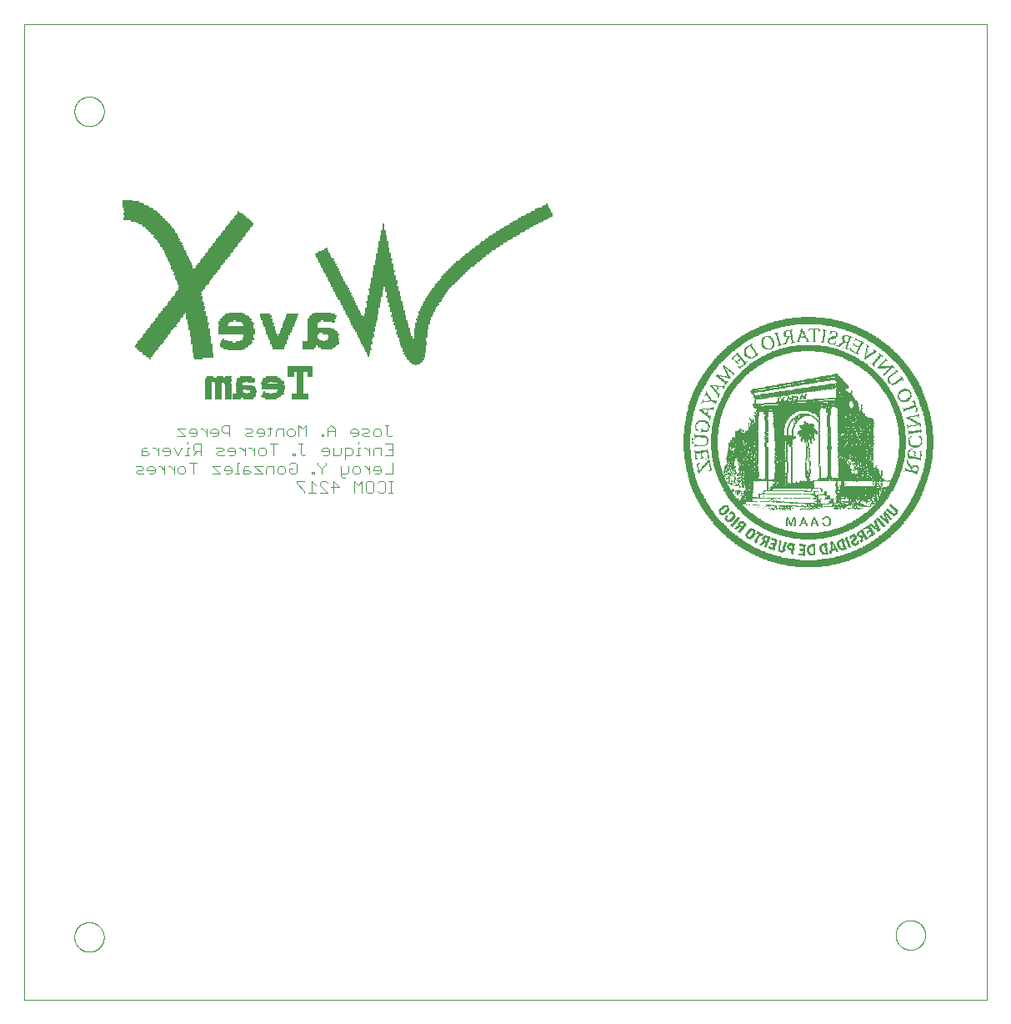
<source format=gbo>
G75*
%MOIN*%
%OFA0B0*%
%FSLAX25Y25*%
%IPPOS*%
%LPD*%
%AMOC8*
5,1,8,0,0,1.08239X$1,22.5*
%
%ADD10R,0.07000X0.00500*%
%ADD11R,0.05000X0.00500*%
%ADD12R,0.04000X0.00500*%
%ADD13R,0.03500X0.00500*%
%ADD14R,0.02500X0.00500*%
%ADD15R,0.09000X0.00500*%
%ADD16R,0.08000X0.00500*%
%ADD17R,0.09500X0.00500*%
%ADD18R,0.03000X0.00500*%
%ADD19R,0.04500X0.00500*%
%ADD20R,0.00500X0.00500*%
%ADD21R,0.07500X0.00500*%
%ADD22R,0.06500X0.00500*%
%ADD23R,0.10500X0.00500*%
%ADD24R,0.10000X0.00500*%
%ADD25R,0.02000X0.00500*%
%ADD26R,0.01000X0.00500*%
%ADD27R,0.05500X0.00500*%
%ADD28R,0.01500X0.00500*%
%ADD29R,0.08500X0.00500*%
%ADD30R,0.06000X0.00500*%
%ADD31R,0.11500X0.00500*%
%ADD32R,0.14000X0.00500*%
%ADD33R,0.12000X0.00500*%
%ADD34R,0.14500X0.00500*%
%ADD35R,0.12500X0.00500*%
%ADD36R,0.11000X0.00500*%
%ADD37R,0.18000X0.00500*%
%ADD38R,0.17000X0.00500*%
%ADD39R,0.16500X0.00500*%
%ADD40R,0.16000X0.00500*%
%ADD41R,0.15000X0.00500*%
%ADD42R,0.13000X0.00500*%
%ADD43R,0.13500X0.00500*%
%ADD44R,0.15500X0.00500*%
%ADD45R,0.17500X0.00500*%
%ADD46R,0.18500X0.00500*%
%ADD47C,0.00400*%
%ADD48R,0.06000X0.00200*%
%ADD49R,0.10400X0.00200*%
%ADD50R,0.13600X0.00200*%
%ADD51R,0.16400X0.00200*%
%ADD52R,0.18400X0.00200*%
%ADD53R,0.20800X0.00200*%
%ADD54R,0.22400X0.00200*%
%ADD55R,0.24000X0.00200*%
%ADD56R,0.25600X0.00200*%
%ADD57R,0.27200X0.00200*%
%ADD58R,0.28400X0.00200*%
%ADD59R,0.30000X0.00200*%
%ADD60R,0.31200X0.00200*%
%ADD61R,0.32400X0.00200*%
%ADD62R,0.13400X0.00200*%
%ADD63R,0.11800X0.00200*%
%ADD64R,0.10600X0.00200*%
%ADD65R,0.10000X0.00200*%
%ADD66R,0.09400X0.00200*%
%ADD67R,0.09000X0.00200*%
%ADD68R,0.08800X0.00200*%
%ADD69R,0.08200X0.00200*%
%ADD70R,0.07800X0.00200*%
%ADD71R,0.00600X0.00200*%
%ADD72R,0.07600X0.00200*%
%ADD73R,0.02200X0.00200*%
%ADD74R,0.02600X0.00200*%
%ADD75R,0.07400X0.00200*%
%ADD76R,0.00800X0.00200*%
%ADD77R,0.02400X0.00200*%
%ADD78R,0.07200X0.00200*%
%ADD79R,0.07000X0.00200*%
%ADD80R,0.00400X0.00200*%
%ADD81R,0.01200X0.00200*%
%ADD82R,0.01000X0.00200*%
%ADD83R,0.06800X0.00200*%
%ADD84R,0.02800X0.00200*%
%ADD85R,0.06600X0.00200*%
%ADD86R,0.01800X0.00200*%
%ADD87R,0.06200X0.00200*%
%ADD88R,0.01600X0.00200*%
%ADD89R,0.02000X0.00200*%
%ADD90R,0.05800X0.00200*%
%ADD91R,0.01400X0.00200*%
%ADD92R,0.03000X0.00200*%
%ADD93R,0.00200X0.00200*%
%ADD94R,0.05600X0.00200*%
%ADD95R,0.05400X0.00200*%
%ADD96R,0.05200X0.00200*%
%ADD97R,0.05000X0.00200*%
%ADD98R,0.04800X0.00200*%
%ADD99R,0.04600X0.00200*%
%ADD100R,0.06400X0.00200*%
%ADD101R,0.04400X0.00200*%
%ADD102R,0.12800X0.00200*%
%ADD103R,0.15600X0.00200*%
%ADD104R,0.17200X0.00200*%
%ADD105R,0.03200X0.00200*%
%ADD106R,0.18800X0.00200*%
%ADD107R,0.03400X0.00200*%
%ADD108R,0.20400X0.00200*%
%ADD109R,0.04200X0.00200*%
%ADD110R,0.21600X0.00200*%
%ADD111R,0.23200X0.00200*%
%ADD112R,0.24400X0.00200*%
%ADD113R,0.26400X0.00200*%
%ADD114R,0.11000X0.00200*%
%ADD115R,0.09800X0.00200*%
%ADD116R,0.08600X0.00200*%
%ADD117R,0.04000X0.00200*%
%ADD118R,0.08000X0.00200*%
%ADD119R,0.03600X0.00200*%
%ADD120R,0.03800X0.00200*%
%ADD121R,0.08400X0.00200*%
%ADD122R,0.11600X0.00200*%
%ADD123R,0.15200X0.00200*%
%ADD124R,0.16200X0.00200*%
%ADD125R,0.15000X0.00200*%
%ADD126R,0.16000X0.00200*%
%ADD127R,0.17000X0.00200*%
%ADD128R,0.10200X0.00200*%
%ADD129R,0.11200X0.00200*%
%ADD130R,0.19400X0.00200*%
%ADD131R,0.12200X0.00200*%
%ADD132R,0.17600X0.00200*%
%ADD133R,0.16800X0.00200*%
%ADD134R,0.18200X0.00200*%
%ADD135R,0.11400X0.00200*%
%ADD136R,0.13800X0.00200*%
%ADD137R,0.09200X0.00200*%
%ADD138R,0.09600X0.00200*%
%ADD139R,0.18600X0.00200*%
%ADD140R,0.19200X0.00200*%
%ADD141R,0.25800X0.00200*%
%ADD142R,0.26800X0.00200*%
%ADD143R,0.29000X0.00200*%
%ADD144R,0.31600X0.00200*%
%ADD145R,0.38400X0.00200*%
%ADD146R,0.10800X0.00200*%
%ADD147R,0.20200X0.00200*%
%ADD148R,0.13200X0.00200*%
%ADD149R,0.14000X0.00200*%
%ADD150R,0.14400X0.00200*%
%ADD151R,0.13000X0.00200*%
%ADD152R,0.12000X0.00200*%
%ADD153R,0.12400X0.00200*%
%ADD154C,0.00000*%
D10*
X0100650Y0242700D03*
X0090650Y0250200D03*
X0081150Y0248700D03*
X0103650Y0265200D03*
X0121150Y0276200D03*
X0138150Y0268700D03*
X0138150Y0268200D03*
X0158150Y0258200D03*
X0166150Y0282700D03*
X0167150Y0284200D03*
X0167650Y0284700D03*
X0168150Y0285700D03*
X0168650Y0286200D03*
X0169150Y0286700D03*
X0169650Y0287200D03*
X0145650Y0296200D03*
X0145650Y0296700D03*
X0145650Y0297200D03*
X0112150Y0243700D03*
X0112150Y0243200D03*
X0112150Y0242700D03*
X0112150Y0242200D03*
X0051150Y0261200D03*
X0088650Y0313700D03*
X0209150Y0317200D03*
D11*
X0209650Y0318200D03*
X0160150Y0266200D03*
X0138650Y0265700D03*
X0138650Y0265200D03*
X0117650Y0268200D03*
X0115650Y0262200D03*
X0103650Y0262700D03*
X0108150Y0273200D03*
X0109150Y0275700D03*
X0090650Y0265200D03*
X0090650Y0250700D03*
X0100650Y0242200D03*
X0051650Y0260200D03*
X0088150Y0314700D03*
X0145650Y0302200D03*
X0145650Y0301700D03*
X0145650Y0301200D03*
X0145650Y0300700D03*
D12*
X0145650Y0302700D03*
X0145650Y0303200D03*
X0145650Y0303700D03*
X0145650Y0304200D03*
X0145650Y0304700D03*
X0121650Y0300700D03*
X0098150Y0275700D03*
X0098650Y0274200D03*
X0099150Y0273200D03*
X0099150Y0272700D03*
X0099650Y0271700D03*
X0099650Y0271200D03*
X0100150Y0270700D03*
X0100150Y0270200D03*
X0100150Y0269700D03*
X0100650Y0269200D03*
X0100650Y0268700D03*
X0100650Y0268200D03*
X0101150Y0267700D03*
X0101150Y0267200D03*
X0105650Y0267200D03*
X0106150Y0268200D03*
X0107150Y0270700D03*
X0117150Y0270700D03*
X0117150Y0271200D03*
X0117150Y0271700D03*
X0117150Y0272200D03*
X0117150Y0267700D03*
X0117150Y0267200D03*
X0117150Y0266700D03*
X0117150Y0266200D03*
X0125650Y0266200D03*
X0125650Y0266700D03*
X0125650Y0267200D03*
X0091650Y0267200D03*
X0091650Y0266700D03*
X0091650Y0267700D03*
X0091650Y0271200D03*
X0091650Y0271700D03*
X0081650Y0271700D03*
X0081650Y0272200D03*
X0092650Y0245700D03*
X0091650Y0242200D03*
X0088650Y0244200D03*
X0051650Y0259700D03*
X0088150Y0315200D03*
X0043150Y0321200D03*
D13*
X0081400Y0271200D03*
X0071400Y0258200D03*
X0088400Y0248700D03*
X0092900Y0244200D03*
X0086900Y0242200D03*
X0098400Y0248700D03*
X0138900Y0263200D03*
X0138900Y0263700D03*
X0158400Y0256200D03*
D14*
X0139400Y0261700D03*
X0108400Y0252700D03*
X0108400Y0252200D03*
X0108400Y0251700D03*
X0108400Y0251200D03*
X0104400Y0248200D03*
X0104400Y0245200D03*
X0097900Y0248200D03*
X0093400Y0245200D03*
X0093400Y0244700D03*
X0092400Y0248700D03*
X0087900Y0248200D03*
X0087900Y0247700D03*
X0087900Y0245200D03*
X0083400Y0245200D03*
X0083400Y0245700D03*
X0083400Y0246200D03*
X0083400Y0246700D03*
X0083400Y0247200D03*
X0083400Y0247700D03*
X0083400Y0244700D03*
X0083400Y0244200D03*
X0083400Y0243700D03*
X0083400Y0243200D03*
X0083400Y0242700D03*
X0083400Y0242200D03*
X0079400Y0242200D03*
X0079400Y0242700D03*
X0079400Y0243200D03*
X0079400Y0243700D03*
X0079400Y0244200D03*
X0079400Y0244700D03*
X0079400Y0245200D03*
X0079400Y0245700D03*
X0079400Y0246200D03*
X0079400Y0246700D03*
X0079400Y0247200D03*
X0079400Y0247700D03*
X0079400Y0248200D03*
X0075400Y0248200D03*
X0075400Y0247700D03*
X0075400Y0247200D03*
X0075400Y0246700D03*
X0075400Y0246200D03*
X0075400Y0245700D03*
X0075400Y0245200D03*
X0075400Y0244700D03*
X0075400Y0244200D03*
X0075400Y0243700D03*
X0075400Y0243200D03*
X0075400Y0242700D03*
X0075400Y0242200D03*
X0083400Y0250700D03*
X0081900Y0265200D03*
X0051900Y0259200D03*
D15*
X0051150Y0262200D03*
X0064150Y0296700D03*
X0063650Y0297700D03*
X0063150Y0298700D03*
X0062650Y0299700D03*
X0062150Y0300700D03*
X0062150Y0301200D03*
X0061650Y0301700D03*
X0061650Y0302200D03*
X0061150Y0302700D03*
X0060650Y0303700D03*
X0059650Y0305200D03*
X0045650Y0319700D03*
X0088650Y0312700D03*
X0137650Y0270700D03*
X0158150Y0260700D03*
X0145650Y0291700D03*
X0145650Y0292200D03*
X0145650Y0292700D03*
X0182150Y0299200D03*
X0182650Y0299700D03*
X0184150Y0300700D03*
X0184650Y0301200D03*
X0186150Y0302200D03*
X0101150Y0247700D03*
X0089650Y0242700D03*
D16*
X0090650Y0246200D03*
X0100650Y0243200D03*
X0101150Y0243700D03*
X0101150Y0249200D03*
X0103650Y0266200D03*
X0103650Y0266700D03*
X0086150Y0275700D03*
X0071650Y0271700D03*
X0071650Y0271200D03*
X0071650Y0270700D03*
X0071650Y0270200D03*
X0072150Y0269200D03*
X0072150Y0268700D03*
X0072150Y0268200D03*
X0072150Y0267700D03*
X0072150Y0267200D03*
X0072650Y0266700D03*
X0072650Y0266200D03*
X0072650Y0265700D03*
X0072650Y0265200D03*
X0072650Y0264700D03*
X0072650Y0264200D03*
X0073150Y0263700D03*
X0073150Y0263200D03*
X0073150Y0262700D03*
X0073150Y0262200D03*
X0073150Y0261700D03*
X0073150Y0261200D03*
X0073150Y0260700D03*
X0073650Y0260200D03*
X0073650Y0259700D03*
X0073650Y0259200D03*
X0073650Y0258700D03*
X0071150Y0272700D03*
X0071150Y0273200D03*
X0071150Y0273700D03*
X0070650Y0275200D03*
X0070650Y0275700D03*
X0070650Y0276200D03*
X0051150Y0261700D03*
X0088650Y0313200D03*
X0045150Y0320200D03*
X0138150Y0269700D03*
X0138150Y0269200D03*
X0158150Y0259700D03*
X0158150Y0259200D03*
X0172650Y0290700D03*
X0173150Y0291200D03*
X0173650Y0291700D03*
X0174150Y0292200D03*
X0174650Y0292700D03*
X0175150Y0293200D03*
X0175650Y0293700D03*
X0176150Y0294200D03*
X0176650Y0294700D03*
X0145650Y0294700D03*
X0145650Y0294200D03*
X0145650Y0293700D03*
X0145650Y0295200D03*
X0208650Y0316700D03*
D17*
X0208400Y0316200D03*
X0190400Y0305200D03*
X0188900Y0304200D03*
X0188400Y0303700D03*
X0187400Y0303200D03*
X0186900Y0302700D03*
X0185400Y0301700D03*
X0145900Y0291200D03*
X0145900Y0290700D03*
X0137900Y0271200D03*
X0121400Y0275700D03*
X0119900Y0270200D03*
X0101400Y0247200D03*
X0101400Y0246700D03*
X0101400Y0246200D03*
X0089900Y0243700D03*
X0089900Y0243200D03*
X0086400Y0275200D03*
X0060900Y0303200D03*
X0060400Y0304200D03*
X0059900Y0304700D03*
X0059400Y0305700D03*
X0058900Y0306200D03*
X0058400Y0307200D03*
X0088900Y0312200D03*
X0050900Y0262700D03*
X0157900Y0262200D03*
X0157900Y0261700D03*
X0157900Y0261200D03*
D18*
X0139150Y0262200D03*
X0139150Y0262700D03*
X0112150Y0252700D03*
X0112150Y0252200D03*
X0112150Y0251700D03*
X0112150Y0251200D03*
X0112150Y0250700D03*
X0112150Y0250200D03*
X0112150Y0249700D03*
X0112150Y0249200D03*
X0112150Y0248700D03*
X0112150Y0248200D03*
X0112150Y0247700D03*
X0112150Y0247200D03*
X0112150Y0246700D03*
X0112150Y0246200D03*
X0112150Y0245700D03*
X0112150Y0245200D03*
X0112150Y0244700D03*
X0112150Y0244200D03*
X0104650Y0245700D03*
X0104150Y0244700D03*
X0098650Y0244200D03*
X0088150Y0244700D03*
X0088150Y0245700D03*
X0083150Y0248200D03*
X0080150Y0250700D03*
X0076150Y0250700D03*
X0075650Y0248700D03*
X0122150Y0301200D03*
X0145650Y0305200D03*
X0145650Y0305700D03*
X0145650Y0306200D03*
X0145650Y0306700D03*
X0145650Y0307200D03*
X0088150Y0315700D03*
X0210150Y0318700D03*
D19*
X0158400Y0256700D03*
X0138900Y0264200D03*
X0138900Y0264700D03*
X0125400Y0265700D03*
X0125400Y0267700D03*
X0123900Y0273200D03*
X0117400Y0272700D03*
X0117400Y0265700D03*
X0122900Y0262200D03*
X0108900Y0274700D03*
X0108900Y0275200D03*
X0108400Y0274200D03*
X0108400Y0273700D03*
X0107900Y0272700D03*
X0107900Y0272200D03*
X0107400Y0271700D03*
X0107400Y0271200D03*
X0106900Y0270200D03*
X0106900Y0269700D03*
X0106400Y0269200D03*
X0106400Y0268700D03*
X0105900Y0267700D03*
X0103400Y0262200D03*
X0099400Y0272200D03*
X0098900Y0273700D03*
X0098400Y0274700D03*
X0098400Y0275200D03*
X0091400Y0272200D03*
X0090900Y0272700D03*
X0091400Y0266200D03*
X0091400Y0265700D03*
X0082900Y0264700D03*
X0081900Y0272700D03*
X0100900Y0250700D03*
X0103400Y0248700D03*
X0103400Y0244200D03*
D20*
X0097900Y0244700D03*
X0122900Y0302200D03*
X0210900Y0319700D03*
D21*
X0172400Y0290200D03*
X0171900Y0289700D03*
X0171400Y0289200D03*
X0170900Y0288700D03*
X0170400Y0288200D03*
X0169900Y0287700D03*
X0145900Y0295700D03*
X0122900Y0263200D03*
X0103400Y0265700D03*
X0100900Y0249700D03*
X0090400Y0249700D03*
X0090400Y0249200D03*
X0090400Y0246700D03*
X0158400Y0258700D03*
D22*
X0158400Y0257700D03*
X0138400Y0267200D03*
X0138400Y0267700D03*
X0130400Y0282200D03*
X0129900Y0283200D03*
X0129400Y0284200D03*
X0128900Y0285200D03*
X0128400Y0286200D03*
X0127900Y0287200D03*
X0124900Y0292700D03*
X0124400Y0293700D03*
X0123900Y0294700D03*
X0123400Y0295700D03*
X0122900Y0296700D03*
X0122400Y0297700D03*
X0145900Y0297700D03*
X0166400Y0283200D03*
X0166900Y0283700D03*
X0165900Y0282200D03*
X0165400Y0281700D03*
X0165400Y0281200D03*
X0164900Y0280700D03*
X0164400Y0279700D03*
X0167900Y0285200D03*
X0122900Y0262700D03*
X0103400Y0264200D03*
X0103400Y0264700D03*
X0089900Y0264700D03*
X0100900Y0250200D03*
X0089900Y0247200D03*
X0044400Y0320700D03*
D23*
X0055400Y0310700D03*
X0055900Y0310200D03*
X0056400Y0309700D03*
X0056900Y0309200D03*
X0068900Y0286700D03*
X0068900Y0286200D03*
X0067400Y0284200D03*
X0067400Y0283700D03*
X0057400Y0271200D03*
X0052400Y0264700D03*
X0079400Y0249700D03*
X0079400Y0249200D03*
X0085900Y0262700D03*
X0086400Y0274700D03*
X0083900Y0305700D03*
X0120400Y0269700D03*
X0121400Y0275200D03*
X0137400Y0273200D03*
X0137400Y0272700D03*
X0145900Y0288200D03*
X0145900Y0288700D03*
X0145900Y0289200D03*
X0157400Y0264700D03*
X0157400Y0264200D03*
X0157400Y0263700D03*
X0193400Y0307200D03*
X0194400Y0307700D03*
X0195900Y0308700D03*
X0196900Y0309200D03*
X0198400Y0310200D03*
X0207900Y0315700D03*
D24*
X0195150Y0308200D03*
X0192650Y0306700D03*
X0192150Y0306200D03*
X0191150Y0305700D03*
X0189650Y0304700D03*
X0145650Y0290200D03*
X0145650Y0289700D03*
X0137650Y0272200D03*
X0137650Y0271700D03*
X0157650Y0263200D03*
X0157650Y0262700D03*
X0112150Y0254700D03*
X0112150Y0254200D03*
X0112150Y0253700D03*
X0112150Y0253200D03*
X0079650Y0250200D03*
X0055650Y0268700D03*
X0055650Y0269200D03*
X0056150Y0269700D03*
X0056650Y0270200D03*
X0057150Y0270700D03*
X0057650Y0271700D03*
X0058150Y0272200D03*
X0058650Y0272700D03*
X0059150Y0273200D03*
X0059150Y0273700D03*
X0059650Y0274200D03*
X0060150Y0274700D03*
X0060650Y0275200D03*
X0060650Y0275700D03*
X0061150Y0276200D03*
X0055150Y0268200D03*
X0054650Y0267700D03*
X0054150Y0267200D03*
X0054150Y0266700D03*
X0053650Y0266200D03*
X0053150Y0265700D03*
X0052650Y0265200D03*
X0052150Y0264200D03*
X0051650Y0263700D03*
X0051150Y0263200D03*
X0067650Y0284700D03*
X0068150Y0285200D03*
X0068650Y0285700D03*
X0075150Y0294200D03*
X0075650Y0294700D03*
X0075650Y0295200D03*
X0076150Y0295700D03*
X0076650Y0296200D03*
X0077150Y0296700D03*
X0077150Y0297200D03*
X0077650Y0297700D03*
X0078150Y0298200D03*
X0078650Y0298700D03*
X0079150Y0299200D03*
X0079150Y0299700D03*
X0079650Y0300200D03*
X0080150Y0300700D03*
X0080650Y0301200D03*
X0080650Y0301700D03*
X0081150Y0302200D03*
X0081650Y0302700D03*
X0082150Y0303200D03*
X0082150Y0303700D03*
X0082650Y0304200D03*
X0083150Y0304700D03*
X0083650Y0305200D03*
X0084150Y0306200D03*
X0084650Y0306700D03*
X0085150Y0307200D03*
X0085650Y0307700D03*
X0085650Y0308200D03*
X0086150Y0308700D03*
X0086650Y0309200D03*
X0087150Y0309700D03*
X0087150Y0310200D03*
X0087650Y0310700D03*
X0088150Y0311200D03*
X0088650Y0311700D03*
X0058650Y0306700D03*
X0058150Y0307700D03*
X0057650Y0308200D03*
X0057150Y0308700D03*
X0046150Y0319200D03*
D25*
X0116150Y0252700D03*
X0116150Y0252200D03*
X0116150Y0251700D03*
X0116150Y0251200D03*
X0139150Y0261200D03*
X0145650Y0307700D03*
X0145650Y0308200D03*
X0145650Y0308700D03*
X0145650Y0309200D03*
X0210650Y0319200D03*
D26*
X0145650Y0311700D03*
X0145650Y0311200D03*
X0145650Y0310700D03*
X0145650Y0310200D03*
X0145650Y0309700D03*
X0139650Y0259700D03*
X0139650Y0259200D03*
X0158650Y0255700D03*
X0087650Y0316700D03*
X0081650Y0265700D03*
X0052150Y0258200D03*
D27*
X0051400Y0260700D03*
X0082900Y0273200D03*
X0086400Y0276200D03*
X0103400Y0263700D03*
X0103400Y0263200D03*
X0115900Y0263200D03*
X0115900Y0262700D03*
X0124900Y0265200D03*
X0117900Y0273200D03*
X0138400Y0266200D03*
X0140400Y0275200D03*
X0140400Y0275700D03*
X0140900Y0276200D03*
X0140900Y0276700D03*
X0140900Y0277200D03*
X0140900Y0277700D03*
X0140900Y0278200D03*
X0141400Y0278700D03*
X0141400Y0279200D03*
X0141400Y0279700D03*
X0141400Y0280200D03*
X0141900Y0281200D03*
X0141900Y0281700D03*
X0141900Y0282200D03*
X0141900Y0282700D03*
X0142400Y0283700D03*
X0142400Y0284200D03*
X0142400Y0284700D03*
X0142400Y0285200D03*
X0142900Y0286200D03*
X0142900Y0286700D03*
X0148900Y0286700D03*
X0148900Y0286200D03*
X0148900Y0285700D03*
X0148900Y0285200D03*
X0149400Y0284700D03*
X0149400Y0284200D03*
X0149400Y0283700D03*
X0149400Y0283200D03*
X0149900Y0282200D03*
X0149900Y0281700D03*
X0149900Y0281200D03*
X0150400Y0280200D03*
X0150400Y0279700D03*
X0150900Y0278700D03*
X0150900Y0278200D03*
X0150900Y0277700D03*
X0151400Y0276700D03*
X0151400Y0276200D03*
X0151400Y0275700D03*
X0151900Y0274700D03*
X0151900Y0274200D03*
X0151900Y0273700D03*
X0152400Y0272700D03*
X0152400Y0272200D03*
X0152900Y0271200D03*
X0152900Y0270700D03*
X0153400Y0269700D03*
X0153400Y0269200D03*
X0153400Y0268700D03*
X0153900Y0267700D03*
X0153900Y0267200D03*
X0154400Y0266200D03*
X0160400Y0266700D03*
X0160400Y0267200D03*
X0160400Y0267700D03*
X0160400Y0268200D03*
X0160400Y0268700D03*
X0160400Y0269200D03*
X0160400Y0269700D03*
X0160900Y0270200D03*
X0160900Y0270700D03*
X0160900Y0271200D03*
X0160900Y0271700D03*
X0161400Y0272700D03*
X0161400Y0273200D03*
X0161900Y0274200D03*
X0161900Y0274700D03*
X0162400Y0275700D03*
X0158400Y0257200D03*
X0145900Y0300200D03*
X0121400Y0300200D03*
X0088400Y0314200D03*
D28*
X0087900Y0316200D03*
X0122400Y0301700D03*
X0125400Y0272700D03*
X0139400Y0260700D03*
X0139400Y0260200D03*
X0051900Y0258700D03*
D29*
X0071900Y0269700D03*
X0071400Y0272200D03*
X0070900Y0274200D03*
X0070900Y0274700D03*
X0085900Y0262200D03*
X0064900Y0294200D03*
X0064900Y0294700D03*
X0064900Y0295200D03*
X0064400Y0295700D03*
X0064400Y0296200D03*
X0063900Y0297200D03*
X0063400Y0298200D03*
X0062900Y0299200D03*
X0062400Y0300200D03*
X0137900Y0270200D03*
X0157900Y0260200D03*
X0145900Y0293200D03*
X0177400Y0295200D03*
X0177900Y0295700D03*
X0178400Y0296200D03*
X0178900Y0296700D03*
X0179900Y0297200D03*
X0180400Y0297700D03*
X0180900Y0298200D03*
X0181400Y0298700D03*
X0183400Y0300200D03*
D30*
X0164650Y0280200D03*
X0164150Y0279200D03*
X0163650Y0278700D03*
X0163650Y0278200D03*
X0163150Y0277700D03*
X0163150Y0277200D03*
X0162650Y0276700D03*
X0162650Y0276200D03*
X0162150Y0275200D03*
X0161650Y0273700D03*
X0161150Y0272200D03*
X0153150Y0270200D03*
X0152650Y0271700D03*
X0152150Y0273200D03*
X0151650Y0275200D03*
X0151150Y0277200D03*
X0150650Y0279200D03*
X0150150Y0280700D03*
X0149650Y0282700D03*
X0142150Y0283200D03*
X0141650Y0280700D03*
X0142650Y0285700D03*
X0132150Y0279200D03*
X0132150Y0278700D03*
X0132650Y0278200D03*
X0132650Y0277700D03*
X0133150Y0277200D03*
X0133150Y0276700D03*
X0133650Y0276200D03*
X0133650Y0275700D03*
X0134150Y0275200D03*
X0131650Y0279700D03*
X0131650Y0280200D03*
X0131150Y0280700D03*
X0131150Y0281200D03*
X0130650Y0281700D03*
X0130150Y0282700D03*
X0129650Y0283700D03*
X0129150Y0284700D03*
X0128650Y0285700D03*
X0128150Y0286700D03*
X0127650Y0287700D03*
X0127150Y0288200D03*
X0127150Y0288700D03*
X0126650Y0289200D03*
X0126650Y0289700D03*
X0126150Y0290200D03*
X0126150Y0290700D03*
X0125650Y0291200D03*
X0125650Y0291700D03*
X0125150Y0292200D03*
X0124650Y0293200D03*
X0124150Y0294200D03*
X0123650Y0295200D03*
X0123150Y0296200D03*
X0122650Y0297200D03*
X0122150Y0298200D03*
X0121650Y0298700D03*
X0121650Y0299200D03*
X0121150Y0299700D03*
X0145650Y0299700D03*
X0145650Y0299200D03*
X0145650Y0298700D03*
X0145650Y0298200D03*
X0153650Y0268200D03*
X0154150Y0266700D03*
X0138650Y0266700D03*
X0124150Y0268200D03*
X0118150Y0265200D03*
X0089650Y0273200D03*
X0086150Y0261700D03*
X0209150Y0317700D03*
D31*
X0207400Y0315200D03*
X0204900Y0313700D03*
X0203900Y0313200D03*
X0202900Y0312700D03*
X0201900Y0312200D03*
X0137400Y0274200D03*
X0137400Y0273700D03*
X0120900Y0269200D03*
X0086400Y0274200D03*
X0085900Y0263200D03*
X0054900Y0311200D03*
X0054400Y0311700D03*
X0047400Y0318200D03*
D32*
X0048650Y0316200D03*
X0051650Y0313200D03*
X0069650Y0289700D03*
X0066650Y0280700D03*
X0086650Y0270700D03*
X0086650Y0270200D03*
X0120150Y0263700D03*
D33*
X0121150Y0268700D03*
X0137150Y0274700D03*
X0086150Y0263700D03*
X0067150Y0282700D03*
X0069150Y0287700D03*
X0053650Y0312200D03*
X0047650Y0317700D03*
X0205650Y0314200D03*
X0206650Y0314700D03*
D34*
X0120400Y0264700D03*
X0120400Y0264200D03*
X0086900Y0268200D03*
X0086900Y0268700D03*
X0086900Y0269200D03*
X0086900Y0269700D03*
X0066400Y0279700D03*
X0066400Y0280200D03*
X0048900Y0315700D03*
D35*
X0052900Y0312700D03*
X0069400Y0288700D03*
X0069400Y0288200D03*
X0066900Y0282200D03*
X0066900Y0281700D03*
X0086400Y0273700D03*
X0086400Y0264200D03*
D36*
X0067150Y0283200D03*
X0069150Y0287200D03*
X0046650Y0318700D03*
X0121150Y0274700D03*
X0121150Y0274200D03*
X0120650Y0273700D03*
X0145650Y0287200D03*
X0145650Y0287700D03*
X0157150Y0265700D03*
X0157150Y0265200D03*
X0197650Y0309700D03*
X0199150Y0310700D03*
X0200150Y0311200D03*
X0201150Y0311700D03*
D37*
X0070150Y0293200D03*
X0065650Y0276700D03*
D38*
X0065650Y0277200D03*
X0065650Y0277700D03*
X0070150Y0292200D03*
D39*
X0069900Y0291700D03*
X0065900Y0278200D03*
X0049900Y0313700D03*
D40*
X0049650Y0314200D03*
X0066150Y0278700D03*
D41*
X0066150Y0279200D03*
X0069650Y0290200D03*
X0049150Y0315200D03*
D42*
X0048150Y0317200D03*
X0066650Y0281200D03*
D43*
X0069400Y0289200D03*
X0048400Y0316700D03*
D44*
X0049400Y0314700D03*
X0069900Y0291200D03*
X0069900Y0290700D03*
D45*
X0070400Y0292700D03*
D46*
X0070400Y0293700D03*
D47*
X0081676Y0231504D02*
X0080908Y0230737D01*
X0080908Y0229202D01*
X0081676Y0228435D01*
X0083978Y0228435D01*
X0083978Y0226900D02*
X0083978Y0231504D01*
X0081676Y0231504D01*
X0079374Y0229202D02*
X0079374Y0227667D01*
X0078607Y0226900D01*
X0077072Y0226900D01*
X0076305Y0228435D02*
X0079374Y0228435D01*
X0079374Y0229202D02*
X0078607Y0229969D01*
X0077072Y0229969D01*
X0076305Y0229202D01*
X0076305Y0228435D01*
X0074770Y0228435D02*
X0073235Y0229969D01*
X0072468Y0229969D01*
X0070933Y0229202D02*
X0070166Y0229969D01*
X0068631Y0229969D01*
X0067864Y0229202D01*
X0067864Y0228435D01*
X0070933Y0228435D01*
X0070933Y0229202D02*
X0070933Y0227667D01*
X0070166Y0226900D01*
X0068631Y0226900D01*
X0066329Y0226900D02*
X0063260Y0226900D01*
X0063260Y0229969D02*
X0066329Y0226900D01*
X0067097Y0224771D02*
X0067097Y0224004D01*
X0067097Y0222469D02*
X0067097Y0219400D01*
X0067864Y0219400D02*
X0066329Y0219400D01*
X0063260Y0219400D02*
X0064795Y0222469D01*
X0067097Y0222469D02*
X0067864Y0222469D01*
X0069399Y0221702D02*
X0070166Y0220935D01*
X0072468Y0220935D01*
X0070933Y0220935D02*
X0069399Y0219400D01*
X0069399Y0221702D02*
X0069399Y0223237D01*
X0070166Y0224004D01*
X0072468Y0224004D01*
X0072468Y0219400D01*
X0070933Y0216504D02*
X0067864Y0216504D01*
X0069399Y0216504D02*
X0069399Y0211900D01*
X0066329Y0212667D02*
X0065562Y0211900D01*
X0064027Y0211900D01*
X0063260Y0212667D01*
X0063260Y0214202D01*
X0064027Y0214969D01*
X0065562Y0214969D01*
X0066329Y0214202D01*
X0066329Y0212667D01*
X0063260Y0219400D02*
X0061725Y0222469D01*
X0060191Y0221702D02*
X0059423Y0222469D01*
X0057889Y0222469D01*
X0057122Y0221702D01*
X0057122Y0220935D01*
X0060191Y0220935D01*
X0060191Y0221702D02*
X0060191Y0220167D01*
X0059423Y0219400D01*
X0057889Y0219400D01*
X0055587Y0219400D02*
X0055587Y0222469D01*
X0055587Y0220935D02*
X0054052Y0222469D01*
X0053285Y0222469D01*
X0050983Y0222469D02*
X0049448Y0222469D01*
X0048681Y0221702D01*
X0048681Y0219400D01*
X0050983Y0219400D01*
X0051750Y0220167D01*
X0050983Y0220935D01*
X0048681Y0220935D01*
X0048681Y0214969D02*
X0046379Y0214969D01*
X0047146Y0213435D02*
X0046379Y0212667D01*
X0047146Y0211900D01*
X0049448Y0211900D01*
X0048681Y0213435D02*
X0049448Y0214202D01*
X0048681Y0214969D01*
X0048681Y0213435D02*
X0047146Y0213435D01*
X0050983Y0213435D02*
X0054052Y0213435D01*
X0054052Y0214202D02*
X0053285Y0214969D01*
X0051750Y0214969D01*
X0050983Y0214202D01*
X0050983Y0213435D01*
X0051750Y0211900D02*
X0053285Y0211900D01*
X0054052Y0212667D01*
X0054052Y0214202D01*
X0055587Y0214969D02*
X0056354Y0214969D01*
X0057889Y0213435D01*
X0057889Y0214969D02*
X0057889Y0211900D01*
X0059423Y0214969D02*
X0060191Y0214969D01*
X0061725Y0213435D01*
X0061725Y0214969D02*
X0061725Y0211900D01*
X0077072Y0211900D02*
X0080141Y0211900D01*
X0077072Y0214969D01*
X0080141Y0214969D01*
X0081676Y0214202D02*
X0081676Y0213435D01*
X0084745Y0213435D01*
X0084745Y0214202D02*
X0083978Y0214969D01*
X0082443Y0214969D01*
X0081676Y0214202D01*
X0082443Y0211900D02*
X0083978Y0211900D01*
X0084745Y0212667D01*
X0084745Y0214202D01*
X0086280Y0211900D02*
X0087814Y0211900D01*
X0087047Y0211900D02*
X0087047Y0216504D01*
X0087814Y0216504D01*
X0089349Y0214202D02*
X0089349Y0211900D01*
X0091651Y0211900D01*
X0092418Y0212667D01*
X0091651Y0213435D01*
X0089349Y0213435D01*
X0089349Y0214202D02*
X0090116Y0214969D01*
X0091651Y0214969D01*
X0093953Y0214969D02*
X0097022Y0211900D01*
X0093953Y0211900D01*
X0093953Y0214969D02*
X0097022Y0214969D01*
X0098557Y0214202D02*
X0098557Y0211900D01*
X0098557Y0214202D02*
X0099324Y0214969D01*
X0101626Y0214969D01*
X0101626Y0211900D01*
X0103161Y0212667D02*
X0103928Y0211900D01*
X0105463Y0211900D01*
X0106230Y0212667D01*
X0106230Y0214202D01*
X0105463Y0214969D01*
X0103928Y0214969D01*
X0103161Y0214202D01*
X0103161Y0212667D01*
X0107765Y0212667D02*
X0108532Y0211900D01*
X0110067Y0211900D01*
X0110834Y0212667D01*
X0110834Y0215737D01*
X0110067Y0216504D01*
X0108532Y0216504D01*
X0107765Y0215737D01*
X0107765Y0214202D02*
X0109299Y0214202D01*
X0107765Y0214202D02*
X0107765Y0212667D01*
X0110834Y0209004D02*
X0110834Y0208237D01*
X0113903Y0205167D01*
X0113903Y0204400D01*
X0115438Y0204400D02*
X0118507Y0204400D01*
X0116973Y0204400D02*
X0116973Y0209004D01*
X0118507Y0207469D01*
X0120042Y0207469D02*
X0120042Y0208237D01*
X0120809Y0209004D01*
X0122344Y0209004D01*
X0123111Y0208237D01*
X0124646Y0206702D02*
X0127715Y0206702D01*
X0125413Y0209004D01*
X0125413Y0204400D01*
X0123111Y0204400D02*
X0120042Y0207469D01*
X0120042Y0204400D02*
X0123111Y0204400D01*
X0120809Y0211900D02*
X0120809Y0214202D01*
X0119274Y0215737D01*
X0119274Y0216504D01*
X0120809Y0214202D02*
X0122344Y0215737D01*
X0122344Y0216504D01*
X0123111Y0219400D02*
X0123878Y0220167D01*
X0123878Y0221702D01*
X0123111Y0222469D01*
X0121576Y0222469D01*
X0120809Y0221702D01*
X0120809Y0220935D01*
X0123878Y0220935D01*
X0123111Y0219400D02*
X0121576Y0219400D01*
X0125413Y0219400D02*
X0125413Y0222469D01*
X0125413Y0219400D02*
X0127715Y0219400D01*
X0128482Y0220167D01*
X0128482Y0222469D01*
X0130017Y0222469D02*
X0132319Y0222469D01*
X0133086Y0221702D01*
X0133086Y0220167D01*
X0132319Y0219400D01*
X0130017Y0219400D01*
X0130017Y0217865D02*
X0130017Y0222469D01*
X0135388Y0222469D02*
X0135388Y0219400D01*
X0134621Y0219400D02*
X0136156Y0219400D01*
X0136156Y0222469D02*
X0135388Y0222469D01*
X0135388Y0224004D02*
X0135388Y0224771D01*
X0134621Y0226900D02*
X0135388Y0227667D01*
X0135388Y0229202D01*
X0134621Y0229969D01*
X0133086Y0229969D01*
X0132319Y0229202D01*
X0132319Y0228435D01*
X0135388Y0228435D01*
X0134621Y0226900D02*
X0133086Y0226900D01*
X0136923Y0227667D02*
X0137690Y0228435D01*
X0139225Y0228435D01*
X0139992Y0229202D01*
X0139225Y0229969D01*
X0136923Y0229969D01*
X0136923Y0227667D02*
X0137690Y0226900D01*
X0139992Y0226900D01*
X0141527Y0227667D02*
X0141527Y0229202D01*
X0142294Y0229969D01*
X0143829Y0229969D01*
X0144596Y0229202D01*
X0144596Y0227667D01*
X0143829Y0226900D01*
X0142294Y0226900D01*
X0141527Y0227667D01*
X0142294Y0222469D02*
X0141527Y0221702D01*
X0141527Y0219400D01*
X0139992Y0219400D02*
X0139992Y0222469D01*
X0139992Y0220935D02*
X0138458Y0222469D01*
X0137690Y0222469D01*
X0142294Y0222469D02*
X0144596Y0222469D01*
X0144596Y0219400D01*
X0146131Y0219400D02*
X0149200Y0219400D01*
X0149200Y0224004D01*
X0146131Y0224004D01*
X0147665Y0221702D02*
X0149200Y0221702D01*
X0149200Y0216504D02*
X0149200Y0211900D01*
X0146131Y0211900D01*
X0144596Y0212667D02*
X0143829Y0211900D01*
X0142294Y0211900D01*
X0141527Y0213435D02*
X0144596Y0213435D01*
X0144596Y0214202D02*
X0143829Y0214969D01*
X0142294Y0214969D01*
X0141527Y0214202D01*
X0141527Y0213435D01*
X0139992Y0213435D02*
X0138458Y0214969D01*
X0137690Y0214969D01*
X0136156Y0214202D02*
X0136156Y0212667D01*
X0135388Y0211900D01*
X0133854Y0211900D01*
X0133086Y0212667D01*
X0133086Y0214202D01*
X0133854Y0214969D01*
X0135388Y0214969D01*
X0136156Y0214202D01*
X0139992Y0214969D02*
X0139992Y0211900D01*
X0139225Y0209004D02*
X0140759Y0209004D01*
X0141527Y0208237D01*
X0141527Y0205167D01*
X0140759Y0204400D01*
X0139225Y0204400D01*
X0138458Y0205167D01*
X0138458Y0208237D01*
X0139225Y0209004D01*
X0136923Y0209004D02*
X0135388Y0207469D01*
X0133854Y0209004D01*
X0133854Y0204400D01*
X0136923Y0204400D02*
X0136923Y0209004D01*
X0143061Y0208237D02*
X0143829Y0209004D01*
X0145363Y0209004D01*
X0146131Y0208237D01*
X0146131Y0205167D01*
X0145363Y0204400D01*
X0143829Y0204400D01*
X0143061Y0205167D01*
X0147665Y0204400D02*
X0149200Y0204400D01*
X0148433Y0204400D02*
X0148433Y0209004D01*
X0149200Y0209004D02*
X0147665Y0209004D01*
X0144596Y0212667D02*
X0144596Y0214202D01*
X0147665Y0226900D02*
X0146898Y0227667D01*
X0146898Y0231504D01*
X0147665Y0231504D02*
X0146131Y0231504D01*
X0147665Y0226900D02*
X0148433Y0226900D01*
X0149200Y0227667D01*
X0131552Y0214969D02*
X0131552Y0212667D01*
X0130784Y0211900D01*
X0128482Y0211900D01*
X0128482Y0211133D02*
X0129250Y0210365D01*
X0130017Y0210365D01*
X0128482Y0211133D02*
X0128482Y0214969D01*
X0117740Y0212667D02*
X0117740Y0211900D01*
X0116973Y0211900D01*
X0116973Y0212667D01*
X0117740Y0212667D01*
X0113903Y0209004D02*
X0110834Y0209004D01*
X0110067Y0219400D02*
X0109299Y0219400D01*
X0109299Y0220167D01*
X0110067Y0220167D01*
X0110067Y0219400D01*
X0112369Y0220167D02*
X0112369Y0224004D01*
X0113136Y0224004D02*
X0111601Y0224004D01*
X0111601Y0226900D02*
X0111601Y0231504D01*
X0113136Y0229969D01*
X0114671Y0231504D01*
X0114671Y0226900D01*
X0110067Y0227667D02*
X0110067Y0229202D01*
X0109299Y0229969D01*
X0107765Y0229969D01*
X0106997Y0229202D01*
X0106997Y0227667D01*
X0107765Y0226900D01*
X0109299Y0226900D01*
X0110067Y0227667D01*
X0105463Y0226900D02*
X0105463Y0229969D01*
X0103161Y0229969D01*
X0102393Y0229202D01*
X0102393Y0226900D01*
X0100091Y0227667D02*
X0100091Y0230737D01*
X0099324Y0229969D02*
X0100859Y0229969D01*
X0100091Y0227667D02*
X0099324Y0226900D01*
X0097790Y0227667D02*
X0097790Y0229202D01*
X0097022Y0229969D01*
X0095488Y0229969D01*
X0094720Y0229202D01*
X0094720Y0228435D01*
X0097790Y0228435D01*
X0097790Y0227667D02*
X0097022Y0226900D01*
X0095488Y0226900D01*
X0093186Y0226900D02*
X0090884Y0226900D01*
X0090116Y0227667D01*
X0090884Y0228435D01*
X0092418Y0228435D01*
X0093186Y0229202D01*
X0092418Y0229969D01*
X0090116Y0229969D01*
X0090116Y0222469D02*
X0090116Y0219400D01*
X0090116Y0220935D02*
X0088582Y0222469D01*
X0087814Y0222469D01*
X0086280Y0221702D02*
X0085512Y0222469D01*
X0083978Y0222469D01*
X0083210Y0221702D01*
X0083210Y0220935D01*
X0086280Y0220935D01*
X0086280Y0221702D02*
X0086280Y0220167D01*
X0085512Y0219400D01*
X0083978Y0219400D01*
X0081676Y0219400D02*
X0079374Y0219400D01*
X0078607Y0220167D01*
X0079374Y0220935D01*
X0080908Y0220935D01*
X0081676Y0221702D01*
X0080908Y0222469D01*
X0078607Y0222469D01*
X0074770Y0226900D02*
X0074770Y0229969D01*
X0066329Y0229969D02*
X0063260Y0229969D01*
X0091651Y0222469D02*
X0092418Y0222469D01*
X0093953Y0220935D01*
X0093953Y0222469D02*
X0093953Y0219400D01*
X0095488Y0220167D02*
X0095488Y0221702D01*
X0096255Y0222469D01*
X0097790Y0222469D01*
X0098557Y0221702D01*
X0098557Y0220167D01*
X0097790Y0219400D01*
X0096255Y0219400D01*
X0095488Y0220167D01*
X0100091Y0224004D02*
X0103161Y0224004D01*
X0101626Y0224004D02*
X0101626Y0219400D01*
X0112369Y0220167D02*
X0113136Y0219400D01*
X0113903Y0219400D01*
X0114671Y0220167D01*
X0120809Y0226900D02*
X0121576Y0226900D01*
X0121576Y0227667D01*
X0120809Y0227667D01*
X0120809Y0226900D01*
X0123111Y0226900D02*
X0123111Y0229969D01*
X0124646Y0231504D01*
X0126180Y0229969D01*
X0126180Y0226900D01*
X0126180Y0229202D02*
X0123111Y0229202D01*
D48*
X0290900Y0214400D03*
X0290900Y0214200D03*
X0292700Y0212400D03*
X0292700Y0211400D03*
X0292700Y0211000D03*
X0292700Y0210800D03*
X0292700Y0210600D03*
X0292500Y0228200D03*
X0297700Y0237800D03*
X0304500Y0234200D03*
X0304500Y0234000D03*
X0304500Y0233800D03*
X0304500Y0233600D03*
X0315500Y0229400D03*
X0314900Y0228000D03*
X0330300Y0232800D03*
X0328900Y0238600D03*
X0329500Y0241000D03*
X0328300Y0247200D03*
X0330700Y0258800D03*
X0330300Y0259000D03*
X0337900Y0267600D03*
X0315500Y0274400D03*
X0300700Y0259000D03*
X0300300Y0258800D03*
X0293100Y0267600D03*
X0338700Y0232000D03*
X0338700Y0226600D03*
X0335100Y0219000D03*
X0341700Y0206600D03*
X0341500Y0205600D03*
X0332500Y0202600D03*
X0330700Y0190200D03*
X0330300Y0190000D03*
X0337900Y0181400D03*
X0315500Y0174600D03*
X0300700Y0190000D03*
X0300300Y0190200D03*
X0293100Y0181400D03*
X0314700Y0208400D03*
D49*
X0290300Y0226000D03*
X0298700Y0242800D03*
X0315500Y0274200D03*
X0315500Y0174800D03*
D50*
X0315500Y0175000D03*
X0315500Y0274000D03*
D51*
X0298100Y0209200D03*
X0315500Y0175200D03*
X0336300Y0205400D03*
D52*
X0315500Y0175400D03*
X0315500Y0273600D03*
D53*
X0315500Y0273400D03*
X0315500Y0175600D03*
D54*
X0315500Y0175800D03*
X0309100Y0239000D03*
X0315500Y0273200D03*
D55*
X0315500Y0273000D03*
X0315500Y0176000D03*
D56*
X0315500Y0176200D03*
X0315500Y0187800D03*
X0332500Y0210000D03*
X0315500Y0261200D03*
X0315500Y0272800D03*
D57*
X0315500Y0272600D03*
X0315500Y0176400D03*
D58*
X0315500Y0176600D03*
X0315500Y0272400D03*
D59*
X0315500Y0272200D03*
X0315500Y0176800D03*
D60*
X0315500Y0177000D03*
X0315500Y0272000D03*
D61*
X0315500Y0271800D03*
X0315500Y0177200D03*
D62*
X0325600Y0177400D03*
X0305400Y0177400D03*
X0305400Y0271600D03*
X0325600Y0271600D03*
D63*
X0326800Y0271400D03*
X0304200Y0271400D03*
X0309400Y0244600D03*
X0304200Y0177600D03*
X0326800Y0177600D03*
D64*
X0328000Y0177800D03*
X0315800Y0198800D03*
X0307600Y0203600D03*
X0303000Y0177800D03*
X0299400Y0239800D03*
X0303000Y0271200D03*
X0328000Y0271200D03*
D65*
X0328900Y0271000D03*
X0315500Y0263000D03*
X0302100Y0271000D03*
X0315500Y0186000D03*
X0328900Y0178000D03*
X0302100Y0178000D03*
D66*
X0301400Y0178200D03*
X0329600Y0178200D03*
X0290800Y0226400D03*
X0290800Y0226600D03*
X0290800Y0227000D03*
X0290800Y0227800D03*
X0290800Y0228000D03*
X0306000Y0236400D03*
X0301200Y0243600D03*
X0320200Y0246400D03*
X0324600Y0249400D03*
X0331800Y0236400D03*
X0329600Y0270800D03*
X0301400Y0270800D03*
D67*
X0300600Y0270600D03*
X0304800Y0240200D03*
X0305800Y0236200D03*
X0331800Y0228600D03*
X0337000Y0233600D03*
X0336600Y0220600D03*
X0336600Y0220400D03*
X0333800Y0202800D03*
X0313200Y0208000D03*
X0300600Y0178400D03*
X0330400Y0178400D03*
X0330400Y0270600D03*
D68*
X0330900Y0270400D03*
X0327500Y0240400D03*
X0331500Y0237600D03*
X0331500Y0237400D03*
X0331500Y0237200D03*
X0331500Y0237000D03*
X0331500Y0236800D03*
X0331500Y0236600D03*
X0305700Y0236000D03*
X0289300Y0225800D03*
X0300100Y0270400D03*
X0300100Y0178600D03*
X0330900Y0178600D03*
D69*
X0331600Y0178800D03*
X0332200Y0179000D03*
X0299400Y0178800D03*
X0298800Y0179000D03*
X0336800Y0234000D03*
X0332200Y0270000D03*
X0331600Y0270200D03*
X0299400Y0270200D03*
X0298800Y0270000D03*
D70*
X0298200Y0269800D03*
X0332800Y0269800D03*
X0315200Y0228600D03*
X0305800Y0225600D03*
X0289000Y0218800D03*
X0294200Y0202200D03*
X0298200Y0179200D03*
X0332800Y0179200D03*
X0331400Y0210800D03*
X0336200Y0217600D03*
D71*
X0335800Y0216200D03*
X0333800Y0216000D03*
X0333200Y0217000D03*
X0333600Y0218400D03*
X0332600Y0218600D03*
X0331000Y0217400D03*
X0331000Y0215800D03*
X0329400Y0218000D03*
X0329400Y0218200D03*
X0329400Y0218400D03*
X0327600Y0218400D03*
X0331400Y0223800D03*
X0332600Y0223600D03*
X0330400Y0225600D03*
X0330400Y0225800D03*
X0331800Y0227800D03*
X0332600Y0227800D03*
X0332800Y0229800D03*
X0333800Y0231000D03*
X0334800Y0230800D03*
X0334600Y0229600D03*
X0335400Y0228200D03*
X0336000Y0228400D03*
X0336200Y0228200D03*
X0337000Y0229800D03*
X0336400Y0230200D03*
X0336400Y0230400D03*
X0335600Y0234600D03*
X0335400Y0234800D03*
X0334800Y0234400D03*
X0331600Y0236200D03*
X0328400Y0243800D03*
X0327600Y0244000D03*
X0326800Y0244600D03*
X0326800Y0244800D03*
X0326800Y0245000D03*
X0326800Y0245200D03*
X0326000Y0246000D03*
X0324800Y0247200D03*
X0324000Y0245600D03*
X0323200Y0245600D03*
X0319000Y0245000D03*
X0316800Y0244800D03*
X0315800Y0244600D03*
X0314400Y0243600D03*
X0314400Y0243400D03*
X0312800Y0243200D03*
X0312600Y0244000D03*
X0311800Y0243800D03*
X0310800Y0243800D03*
X0310600Y0242400D03*
X0311200Y0241800D03*
X0311000Y0241600D03*
X0312600Y0242200D03*
X0315000Y0240600D03*
X0309200Y0241000D03*
X0309000Y0241200D03*
X0307600Y0242400D03*
X0305400Y0242000D03*
X0305600Y0241200D03*
X0305600Y0241000D03*
X0304800Y0241200D03*
X0304600Y0240800D03*
X0303400Y0240800D03*
X0305200Y0243000D03*
X0297000Y0242400D03*
X0293400Y0243600D03*
X0292600Y0244800D03*
X0285600Y0251800D03*
X0284600Y0252600D03*
X0283000Y0252000D03*
X0282800Y0252400D03*
X0282600Y0252800D03*
X0282400Y0253200D03*
X0282200Y0253600D03*
X0282000Y0254000D03*
X0283200Y0251600D03*
X0282400Y0248000D03*
X0279200Y0251400D03*
X0274800Y0244000D03*
X0273200Y0240400D03*
X0278200Y0240200D03*
X0275400Y0231800D03*
X0270800Y0229600D03*
X0270400Y0226400D03*
X0269200Y0225400D03*
X0270400Y0223400D03*
X0274400Y0223400D03*
X0275000Y0226000D03*
X0275400Y0218200D03*
X0275400Y0218000D03*
X0275600Y0217000D03*
X0276400Y0213400D03*
X0281800Y0212200D03*
X0282000Y0213000D03*
X0282000Y0213200D03*
X0282600Y0212600D03*
X0282800Y0212800D03*
X0283600Y0212200D03*
X0283800Y0211600D03*
X0284400Y0211000D03*
X0284000Y0210200D03*
X0284000Y0210000D03*
X0283400Y0210600D03*
X0283400Y0210800D03*
X0283800Y0208200D03*
X0284800Y0208000D03*
X0286000Y0208600D03*
X0286000Y0209200D03*
X0287800Y0208400D03*
X0287600Y0207800D03*
X0287400Y0207600D03*
X0287600Y0207400D03*
X0289200Y0207800D03*
X0289200Y0208600D03*
X0289200Y0208800D03*
X0287200Y0211400D03*
X0286400Y0212400D03*
X0288400Y0213000D03*
X0289200Y0212600D03*
X0291400Y0213800D03*
X0295200Y0217200D03*
X0295200Y0218000D03*
X0295200Y0218200D03*
X0295200Y0218400D03*
X0295200Y0219600D03*
X0295200Y0219800D03*
X0294400Y0219600D03*
X0294200Y0220000D03*
X0292200Y0220400D03*
X0293200Y0223000D03*
X0294400Y0224400D03*
X0295200Y0224400D03*
X0295200Y0224600D03*
X0295200Y0224800D03*
X0295200Y0225800D03*
X0290200Y0224000D03*
X0290200Y0223800D03*
X0290200Y0223600D03*
X0285200Y0222200D03*
X0283600Y0221000D03*
X0283400Y0219400D03*
X0283400Y0219200D03*
X0283200Y0218800D03*
X0284400Y0218400D03*
X0283200Y0215800D03*
X0283800Y0214800D03*
X0283800Y0214000D03*
X0283800Y0213800D03*
X0283000Y0214200D03*
X0287200Y0205000D03*
X0288000Y0204800D03*
X0288000Y0204200D03*
X0288800Y0204000D03*
X0288800Y0203800D03*
X0289800Y0204200D03*
X0289800Y0204400D03*
X0290000Y0204000D03*
X0289600Y0203000D03*
X0289200Y0202600D03*
X0290000Y0202600D03*
X0287200Y0203600D03*
X0291000Y0199400D03*
X0292000Y0199400D03*
X0293000Y0201800D03*
X0296000Y0203600D03*
X0299600Y0200800D03*
X0300200Y0201200D03*
X0300800Y0201600D03*
X0300800Y0200800D03*
X0302400Y0198600D03*
X0301400Y0197400D03*
X0308200Y0197600D03*
X0309200Y0198200D03*
X0312600Y0197600D03*
X0314400Y0198600D03*
X0315200Y0199400D03*
X0314600Y0199800D03*
X0314600Y0200000D03*
X0315400Y0198000D03*
X0316600Y0198000D03*
X0319200Y0201600D03*
X0319200Y0202200D03*
X0318000Y0203000D03*
X0317800Y0203800D03*
X0317800Y0204200D03*
X0317800Y0204400D03*
X0318000Y0204600D03*
X0317600Y0208600D03*
X0317600Y0208800D03*
X0316600Y0208800D03*
X0316000Y0211600D03*
X0316000Y0211800D03*
X0314600Y0211800D03*
X0314600Y0211600D03*
X0314600Y0211200D03*
X0314600Y0213000D03*
X0314600Y0213400D03*
X0314600Y0213600D03*
X0307000Y0212200D03*
X0307000Y0212000D03*
X0307000Y0211800D03*
X0307000Y0208200D03*
X0310800Y0208400D03*
X0302200Y0208200D03*
X0302400Y0216600D03*
X0302400Y0217200D03*
X0307000Y0217200D03*
X0307000Y0217400D03*
X0307000Y0217600D03*
X0307000Y0217800D03*
X0307000Y0218000D03*
X0307000Y0218200D03*
X0307000Y0218400D03*
X0307000Y0218600D03*
X0307000Y0218800D03*
X0307000Y0219000D03*
X0307000Y0219200D03*
X0307000Y0219400D03*
X0307000Y0219600D03*
X0307000Y0219800D03*
X0307000Y0220000D03*
X0307000Y0220200D03*
X0307000Y0220400D03*
X0307000Y0220600D03*
X0307000Y0220800D03*
X0307000Y0221000D03*
X0307000Y0221200D03*
X0307000Y0221400D03*
X0308800Y0222400D03*
X0312800Y0225000D03*
X0312800Y0225200D03*
X0314200Y0225200D03*
X0314200Y0225400D03*
X0314200Y0225000D03*
X0316600Y0224800D03*
X0316600Y0224600D03*
X0316600Y0224400D03*
X0311400Y0228000D03*
X0309200Y0229000D03*
X0309200Y0229200D03*
X0307200Y0229200D03*
X0307200Y0229400D03*
X0307200Y0229000D03*
X0307200Y0228800D03*
X0307200Y0228600D03*
X0307200Y0228400D03*
X0308000Y0231800D03*
X0308200Y0232200D03*
X0308600Y0232800D03*
X0308800Y0233000D03*
X0310600Y0232400D03*
X0311000Y0232800D03*
X0311200Y0233000D03*
X0314200Y0232600D03*
X0317400Y0234600D03*
X0317600Y0234400D03*
X0318200Y0234000D03*
X0319800Y0234400D03*
X0319800Y0232400D03*
X0319800Y0232200D03*
X0331200Y0230400D03*
X0331200Y0230200D03*
X0335000Y0226000D03*
X0335600Y0225600D03*
X0335600Y0225400D03*
X0335800Y0225200D03*
X0336600Y0225200D03*
X0339800Y0225600D03*
X0340000Y0218400D03*
X0340800Y0218400D03*
X0340800Y0218200D03*
X0340800Y0218000D03*
X0339400Y0216600D03*
X0338400Y0213400D03*
X0336400Y0214000D03*
X0335400Y0214000D03*
X0339800Y0211600D03*
X0339400Y0210400D03*
X0340200Y0210400D03*
X0341400Y0213800D03*
X0335000Y0208800D03*
X0333200Y0206600D03*
X0330200Y0202400D03*
X0330000Y0201800D03*
X0331800Y0201600D03*
X0331800Y0201000D03*
X0332400Y0200600D03*
X0333800Y0199800D03*
X0334000Y0200000D03*
X0334400Y0200600D03*
X0334800Y0199800D03*
X0335600Y0199800D03*
X0336400Y0199800D03*
X0336000Y0200600D03*
X0335400Y0198000D03*
X0333400Y0198400D03*
X0327400Y0201000D03*
X0327400Y0201200D03*
X0326800Y0204000D03*
X0326800Y0204200D03*
X0326800Y0205600D03*
X0326800Y0205800D03*
X0326800Y0206000D03*
X0326800Y0206200D03*
X0326800Y0206400D03*
X0326800Y0206600D03*
X0326800Y0206800D03*
X0326800Y0207800D03*
X0326800Y0208000D03*
X0326800Y0208200D03*
X0322400Y0203200D03*
X0324000Y0193800D03*
X0323800Y0191400D03*
X0322000Y0191200D03*
X0321800Y0191400D03*
X0321600Y0191600D03*
X0321400Y0192000D03*
X0313600Y0194400D03*
X0308400Y0191200D03*
X0304400Y0184800D03*
X0304200Y0184000D03*
X0304000Y0183200D03*
X0300800Y0184200D03*
X0299800Y0182600D03*
X0297000Y0187200D03*
X0294600Y0184400D03*
X0282600Y0193800D03*
X0282600Y0194000D03*
X0272000Y0212600D03*
X0271200Y0215600D03*
X0271400Y0215800D03*
X0288200Y0229200D03*
X0289400Y0229000D03*
X0292400Y0231400D03*
X0292400Y0231600D03*
X0293600Y0232400D03*
X0307000Y0217000D03*
X0307000Y0216800D03*
X0307000Y0216600D03*
X0337000Y0189400D03*
X0338000Y0189600D03*
X0340600Y0191800D03*
X0342400Y0193200D03*
X0344600Y0195000D03*
X0346200Y0195000D03*
X0346600Y0194000D03*
X0348600Y0193600D03*
X0348400Y0199400D03*
X0343600Y0202800D03*
X0343600Y0203000D03*
X0343600Y0203200D03*
X0343600Y0203400D03*
X0343600Y0203800D03*
X0344800Y0204200D03*
X0344800Y0204400D03*
X0344400Y0205200D03*
X0343800Y0207000D03*
X0345000Y0207200D03*
X0342400Y0202400D03*
X0342600Y0202200D03*
X0340600Y0201200D03*
X0341400Y0200200D03*
X0338600Y0185600D03*
X0337000Y0184600D03*
X0327000Y0180600D03*
X0326200Y0182400D03*
X0326000Y0182800D03*
X0325800Y0183200D03*
X0325000Y0184600D03*
X0314000Y0179200D03*
X0354600Y0213600D03*
X0356800Y0214000D03*
X0357400Y0214600D03*
X0359200Y0214400D03*
X0359400Y0214200D03*
X0359400Y0214000D03*
X0358800Y0212000D03*
X0355200Y0216200D03*
X0355600Y0218800D03*
X0355800Y0221200D03*
X0356200Y0223600D03*
X0356000Y0223800D03*
X0360200Y0223400D03*
X0360400Y0223600D03*
X0360200Y0217600D03*
X0360200Y0231400D03*
X0358800Y0237000D03*
X0354000Y0237200D03*
X0352400Y0241200D03*
X0351800Y0243800D03*
X0356000Y0244800D03*
X0356400Y0242600D03*
X0356200Y0242200D03*
X0349200Y0251600D03*
X0349800Y0252000D03*
X0350800Y0252800D03*
X0349600Y0254400D03*
X0348400Y0251000D03*
X0346600Y0257400D03*
X0344400Y0259200D03*
X0342200Y0261000D03*
X0339200Y0263000D03*
X0336600Y0263600D03*
X0336400Y0263200D03*
X0336200Y0262800D03*
X0335000Y0262800D03*
X0334600Y0263000D03*
X0334000Y0263400D03*
X0334600Y0265600D03*
X0332000Y0266000D03*
X0331800Y0265400D03*
X0331600Y0266800D03*
X0329400Y0265600D03*
X0329400Y0265400D03*
X0329600Y0265200D03*
X0329800Y0265000D03*
X0330000Y0264800D03*
X0331200Y0263800D03*
X0331000Y0263200D03*
X0330800Y0262600D03*
X0330800Y0261800D03*
X0332400Y0261400D03*
X0332400Y0261200D03*
X0332800Y0261000D03*
X0334000Y0260400D03*
X0326800Y0267200D03*
X0324600Y0268400D03*
X0322000Y0268800D03*
X0322000Y0269000D03*
X0321800Y0268200D03*
X0321800Y0268000D03*
X0321800Y0267800D03*
X0321800Y0267600D03*
X0321800Y0267400D03*
X0321600Y0266600D03*
X0321600Y0266400D03*
X0321600Y0266200D03*
X0321400Y0265400D03*
X0321400Y0265200D03*
X0321400Y0265000D03*
X0323400Y0264800D03*
X0323600Y0264400D03*
X0323800Y0264000D03*
X0324200Y0263800D03*
X0319800Y0269400D03*
X0318000Y0269400D03*
X0318000Y0269200D03*
X0318000Y0269000D03*
X0318000Y0268800D03*
X0318000Y0268600D03*
X0317800Y0267800D03*
X0317800Y0267600D03*
X0317800Y0267400D03*
X0317800Y0267200D03*
X0317800Y0267000D03*
X0317800Y0266800D03*
X0317800Y0266600D03*
X0317800Y0266400D03*
X0317800Y0266200D03*
X0317800Y0266000D03*
X0317800Y0265800D03*
X0317800Y0265600D03*
X0317800Y0265400D03*
X0317800Y0265200D03*
X0315200Y0265000D03*
X0311800Y0265800D03*
X0311600Y0265400D03*
X0312200Y0267000D03*
X0312400Y0267600D03*
X0312600Y0268200D03*
X0312800Y0268600D03*
X0313000Y0269200D03*
X0313000Y0269400D03*
X0308400Y0268800D03*
X0308400Y0268600D03*
X0308600Y0267800D03*
X0308600Y0267600D03*
X0307400Y0266200D03*
X0307200Y0265800D03*
X0307000Y0265400D03*
X0306800Y0265000D03*
X0305600Y0263600D03*
X0303800Y0264200D03*
X0303600Y0265000D03*
X0303400Y0265600D03*
X0303200Y0266200D03*
X0303200Y0266400D03*
X0303000Y0267000D03*
X0303200Y0268200D03*
X0306000Y0268000D03*
X0306000Y0267800D03*
X0306200Y0268400D03*
X0306600Y0268800D03*
X0309000Y0265800D03*
X0309000Y0265600D03*
X0309000Y0265400D03*
X0309200Y0264800D03*
X0301600Y0263600D03*
X0301600Y0263400D03*
X0301400Y0263000D03*
X0301400Y0262800D03*
X0300400Y0261800D03*
X0297000Y0264800D03*
X0297200Y0265200D03*
X0297200Y0265400D03*
X0297400Y0265800D03*
X0298000Y0266400D03*
X0291400Y0262800D03*
X0290400Y0261800D03*
X0290200Y0261600D03*
X0290200Y0261400D03*
X0290200Y0261200D03*
X0293600Y0258400D03*
X0294000Y0258600D03*
X0294800Y0259200D03*
X0290200Y0256000D03*
X0288600Y0254600D03*
X0287600Y0254600D03*
X0287000Y0256400D03*
X0287000Y0256600D03*
X0341600Y0255400D03*
D72*
X0327500Y0260000D03*
X0333300Y0269600D03*
X0330300Y0241600D03*
X0321300Y0241600D03*
X0308300Y0244000D03*
X0305300Y0235400D03*
X0293300Y0209600D03*
X0303500Y0189000D03*
X0297700Y0179400D03*
X0327500Y0189000D03*
X0333300Y0179400D03*
X0338900Y0204000D03*
X0331300Y0210400D03*
X0331300Y0210600D03*
X0337900Y0232200D03*
X0303500Y0260000D03*
X0297700Y0269600D03*
D73*
X0292400Y0258200D03*
X0293600Y0245200D03*
X0295000Y0242200D03*
X0294400Y0232200D03*
X0294400Y0232000D03*
X0294400Y0231800D03*
X0293000Y0224800D03*
X0285000Y0223800D03*
X0285200Y0220800D03*
X0284000Y0217600D03*
X0292800Y0215400D03*
X0293200Y0215200D03*
X0284800Y0196200D03*
X0284800Y0196000D03*
X0283800Y0193000D03*
X0288800Y0192400D03*
X0292000Y0186200D03*
X0296400Y0187400D03*
X0302000Y0185400D03*
X0304800Y0180800D03*
X0313200Y0181200D03*
X0313200Y0181400D03*
X0313200Y0181600D03*
X0317000Y0179400D03*
X0321800Y0183600D03*
X0313600Y0192200D03*
X0315600Y0199600D03*
X0323000Y0199800D03*
X0327600Y0202200D03*
X0327600Y0202400D03*
X0338600Y0201000D03*
X0338400Y0210800D03*
X0337400Y0215400D03*
X0337400Y0215600D03*
X0337400Y0215800D03*
X0337400Y0216000D03*
X0339800Y0216200D03*
X0331200Y0213800D03*
X0329800Y0217000D03*
X0333800Y0226600D03*
X0334000Y0227000D03*
X0335400Y0229400D03*
X0333000Y0232000D03*
X0333600Y0233400D03*
X0331000Y0231200D03*
X0334400Y0238600D03*
X0334400Y0238800D03*
X0334400Y0239000D03*
X0334400Y0239200D03*
X0334400Y0239400D03*
X0334400Y0239600D03*
X0334400Y0239800D03*
X0334400Y0240000D03*
X0334200Y0240400D03*
X0327400Y0242400D03*
X0327200Y0250400D03*
X0316000Y0248600D03*
X0313000Y0234800D03*
X0340600Y0225800D03*
X0354800Y0241200D03*
X0349400Y0247800D03*
X0358200Y0222400D03*
X0358400Y0214800D03*
X0358200Y0212400D03*
X0349800Y0195600D03*
X0343200Y0189800D03*
X0343000Y0190000D03*
X0339200Y0190400D03*
X0336600Y0188600D03*
X0334200Y0183600D03*
X0273800Y0237600D03*
X0324800Y0266000D03*
X0325600Y0266400D03*
D74*
X0320600Y0248800D03*
X0310400Y0247200D03*
X0318800Y0236000D03*
X0328600Y0231000D03*
X0328600Y0226200D03*
X0328600Y0225800D03*
X0328600Y0225600D03*
X0328600Y0222800D03*
X0328600Y0222600D03*
X0328600Y0222400D03*
X0328600Y0222200D03*
X0328800Y0217800D03*
X0328800Y0217600D03*
X0324000Y0209800D03*
X0323200Y0201800D03*
X0319800Y0199000D03*
X0310000Y0208200D03*
X0305000Y0208200D03*
X0305000Y0216600D03*
X0303200Y0226600D03*
X0294200Y0231200D03*
X0287400Y0222200D03*
X0285000Y0223400D03*
X0285000Y0223600D03*
X0288400Y0217200D03*
X0288400Y0217000D03*
X0289600Y0214000D03*
X0292200Y0216800D03*
X0294200Y0217600D03*
X0284400Y0216200D03*
X0279800Y0212600D03*
X0279800Y0212400D03*
X0280000Y0212200D03*
X0280000Y0212000D03*
X0280200Y0211600D03*
X0280200Y0211200D03*
X0280400Y0211000D03*
X0280400Y0210800D03*
X0280600Y0210600D03*
X0280600Y0210400D03*
X0280800Y0210000D03*
X0280800Y0209800D03*
X0281000Y0209600D03*
X0281000Y0209400D03*
X0281200Y0209000D03*
X0281400Y0208600D03*
X0281600Y0208200D03*
X0282400Y0206600D03*
X0279600Y0213000D03*
X0279600Y0213200D03*
X0279400Y0213800D03*
X0279400Y0214000D03*
X0279200Y0214400D03*
X0279200Y0214600D03*
X0279000Y0215200D03*
X0279000Y0215400D03*
X0278800Y0216000D03*
X0278800Y0216200D03*
X0278600Y0216800D03*
X0278600Y0217000D03*
X0278600Y0217200D03*
X0278400Y0218200D03*
X0278200Y0219600D03*
X0278200Y0219800D03*
X0278000Y0221400D03*
X0278000Y0221600D03*
X0274000Y0221000D03*
X0273800Y0226400D03*
X0274000Y0228800D03*
X0278000Y0227600D03*
X0278000Y0227400D03*
X0278200Y0229200D03*
X0278200Y0229400D03*
X0278400Y0230800D03*
X0278600Y0231800D03*
X0278600Y0232000D03*
X0278800Y0232800D03*
X0278800Y0233000D03*
X0279000Y0233600D03*
X0279000Y0233800D03*
X0279200Y0234400D03*
X0279200Y0234600D03*
X0279400Y0235000D03*
X0279400Y0235200D03*
X0279600Y0235800D03*
X0279600Y0236000D03*
X0279800Y0236400D03*
X0279800Y0236600D03*
X0280000Y0236800D03*
X0280000Y0237000D03*
X0280000Y0237200D03*
X0280200Y0237400D03*
X0280200Y0237600D03*
X0280200Y0237800D03*
X0280400Y0238000D03*
X0280400Y0238200D03*
X0280600Y0238400D03*
X0280600Y0238600D03*
X0280800Y0239000D03*
X0280800Y0239200D03*
X0281000Y0239400D03*
X0281000Y0239600D03*
X0281200Y0240000D03*
X0281400Y0240400D03*
X0281600Y0240800D03*
X0281800Y0241200D03*
X0282000Y0241600D03*
X0282400Y0242400D03*
X0267800Y0233800D03*
X0267600Y0232800D03*
X0267400Y0231600D03*
X0267400Y0231400D03*
X0267200Y0229800D03*
X0267000Y0227800D03*
X0267000Y0227600D03*
X0267000Y0221400D03*
X0267000Y0221200D03*
X0267200Y0219200D03*
X0267400Y0217600D03*
X0267400Y0217400D03*
X0267600Y0216200D03*
X0267800Y0215200D03*
X0289000Y0192200D03*
X0298400Y0184600D03*
X0298600Y0184800D03*
X0304800Y0181000D03*
X0308600Y0181800D03*
X0308800Y0183800D03*
X0313200Y0183400D03*
X0313200Y0183200D03*
X0313200Y0183000D03*
X0313000Y0179800D03*
X0313000Y0179600D03*
X0313000Y0179400D03*
X0316800Y0179800D03*
X0316800Y0183000D03*
X0322200Y0180000D03*
X0325600Y0181800D03*
X0334200Y0183800D03*
X0338000Y0201400D03*
X0342800Y0209200D03*
X0342800Y0209400D03*
X0340400Y0213400D03*
X0339400Y0214000D03*
X0340200Y0214800D03*
X0340200Y0215200D03*
X0336000Y0211000D03*
X0349200Y0207800D03*
X0349400Y0208200D03*
X0350000Y0209400D03*
X0350000Y0209600D03*
X0350200Y0209800D03*
X0350200Y0210000D03*
X0350400Y0210400D03*
X0350400Y0210600D03*
X0350600Y0210800D03*
X0350600Y0211000D03*
X0350800Y0211200D03*
X0350800Y0211400D03*
X0350800Y0211600D03*
X0351000Y0211800D03*
X0351000Y0212000D03*
X0351000Y0212200D03*
X0351200Y0212400D03*
X0351200Y0212600D03*
X0351400Y0213000D03*
X0351400Y0213200D03*
X0351600Y0213800D03*
X0351600Y0214000D03*
X0351800Y0214400D03*
X0351800Y0214600D03*
X0352000Y0215200D03*
X0352000Y0215400D03*
X0352200Y0216000D03*
X0352200Y0216200D03*
X0352400Y0216800D03*
X0352400Y0217000D03*
X0352400Y0217200D03*
X0352600Y0218200D03*
X0352800Y0219600D03*
X0352800Y0219800D03*
X0353000Y0221400D03*
X0353000Y0221600D03*
X0353000Y0227400D03*
X0353000Y0227600D03*
X0352800Y0229200D03*
X0352800Y0229400D03*
X0352600Y0230800D03*
X0352400Y0231800D03*
X0352400Y0232000D03*
X0352400Y0232200D03*
X0352200Y0232800D03*
X0352200Y0233000D03*
X0352000Y0233600D03*
X0352000Y0233800D03*
X0351800Y0234400D03*
X0351800Y0234600D03*
X0351600Y0235000D03*
X0351600Y0235200D03*
X0351400Y0235800D03*
X0351400Y0236000D03*
X0351200Y0236400D03*
X0351200Y0236600D03*
X0351000Y0236800D03*
X0351000Y0237000D03*
X0351000Y0237200D03*
X0350800Y0237400D03*
X0350800Y0237600D03*
X0350800Y0237800D03*
X0350600Y0238000D03*
X0350600Y0238200D03*
X0350400Y0238400D03*
X0350400Y0238600D03*
X0350200Y0239000D03*
X0350200Y0239200D03*
X0350000Y0239400D03*
X0350000Y0239600D03*
X0349800Y0240000D03*
X0349600Y0240400D03*
X0349400Y0240800D03*
X0349200Y0241200D03*
X0349000Y0241600D03*
X0348600Y0242400D03*
X0354200Y0245400D03*
X0354800Y0237800D03*
X0363200Y0233800D03*
X0363400Y0232800D03*
X0363400Y0232600D03*
X0363600Y0231600D03*
X0363600Y0231400D03*
X0363800Y0229800D03*
X0364000Y0227800D03*
X0364000Y0227600D03*
X0359400Y0229000D03*
X0364000Y0221400D03*
X0364000Y0221200D03*
X0363800Y0219200D03*
X0363600Y0217600D03*
X0363600Y0217400D03*
X0363400Y0216400D03*
X0363400Y0216200D03*
X0363200Y0215200D03*
X0340400Y0230800D03*
X0340400Y0231000D03*
X0336200Y0233200D03*
X0337000Y0235000D03*
X0336800Y0235400D03*
X0334400Y0238200D03*
X0292200Y0206400D03*
X0291800Y0202600D03*
X0291800Y0201000D03*
D75*
X0288800Y0219000D03*
X0288800Y0219200D03*
X0305600Y0225400D03*
X0305600Y0227000D03*
X0305200Y0235200D03*
X0315200Y0228800D03*
X0331000Y0228400D03*
X0331000Y0228200D03*
X0330800Y0241200D03*
X0327200Y0247600D03*
X0333800Y0269400D03*
X0297200Y0269400D03*
X0331200Y0211200D03*
X0333800Y0179600D03*
X0297200Y0179600D03*
D76*
X0298500Y0182600D03*
X0297700Y0185400D03*
X0301100Y0186000D03*
X0302500Y0184400D03*
X0302100Y0183200D03*
X0301900Y0182600D03*
X0301700Y0181400D03*
X0303700Y0181400D03*
X0303700Y0181600D03*
X0303700Y0181800D03*
X0303700Y0182000D03*
X0303700Y0182200D03*
X0303900Y0182400D03*
X0303900Y0182600D03*
X0303900Y0182800D03*
X0303900Y0183000D03*
X0304100Y0183400D03*
X0304100Y0183600D03*
X0304100Y0183800D03*
X0304300Y0184200D03*
X0304300Y0184400D03*
X0304300Y0184600D03*
X0306300Y0183600D03*
X0306100Y0182800D03*
X0305900Y0182000D03*
X0304900Y0180400D03*
X0309100Y0180000D03*
X0309100Y0179800D03*
X0309100Y0179600D03*
X0309300Y0180800D03*
X0309300Y0181000D03*
X0309500Y0182400D03*
X0313900Y0182400D03*
X0313900Y0182600D03*
X0313900Y0182200D03*
X0313900Y0182000D03*
X0313900Y0181000D03*
X0313900Y0180800D03*
X0313900Y0180600D03*
X0317700Y0180600D03*
X0317700Y0180800D03*
X0317700Y0181000D03*
X0317700Y0181200D03*
X0317700Y0181400D03*
X0317700Y0181600D03*
X0317700Y0181800D03*
X0317700Y0182000D03*
X0317700Y0182200D03*
X0317700Y0182400D03*
X0317700Y0180400D03*
X0317700Y0180200D03*
X0317700Y0180000D03*
X0320700Y0181200D03*
X0321900Y0179600D03*
X0322900Y0180400D03*
X0322900Y0180600D03*
X0322900Y0180800D03*
X0322700Y0181800D03*
X0322700Y0182000D03*
X0322700Y0182200D03*
X0324700Y0182200D03*
X0324700Y0182400D03*
X0324700Y0182600D03*
X0324700Y0182800D03*
X0324700Y0183000D03*
X0324700Y0183200D03*
X0324700Y0183400D03*
X0325700Y0183400D03*
X0325900Y0183000D03*
X0326100Y0182600D03*
X0326300Y0182200D03*
X0326900Y0181200D03*
X0326900Y0181000D03*
X0327100Y0180800D03*
X0324700Y0182000D03*
X0329700Y0183800D03*
X0329900Y0183200D03*
X0330100Y0182600D03*
X0331900Y0183200D03*
X0331700Y0183800D03*
X0332100Y0182400D03*
X0330900Y0185800D03*
X0332500Y0186200D03*
X0332500Y0186400D03*
X0335500Y0187800D03*
X0335500Y0188000D03*
X0336900Y0189200D03*
X0339300Y0188400D03*
X0340100Y0186600D03*
X0336900Y0186200D03*
X0336900Y0186000D03*
X0336900Y0185800D03*
X0336900Y0185600D03*
X0337100Y0185200D03*
X0335300Y0184400D03*
X0335300Y0184200D03*
X0339500Y0191000D03*
X0342300Y0193000D03*
X0343300Y0194000D03*
X0346100Y0195200D03*
X0346300Y0194800D03*
X0346300Y0194600D03*
X0346500Y0194400D03*
X0346500Y0194200D03*
X0346700Y0193800D03*
X0347300Y0195200D03*
X0346100Y0196400D03*
X0347100Y0197600D03*
X0350900Y0196600D03*
X0350900Y0196400D03*
X0347100Y0192200D03*
X0345700Y0190800D03*
X0343500Y0189000D03*
X0341300Y0200400D03*
X0338300Y0201600D03*
X0336500Y0201000D03*
X0336100Y0201400D03*
X0335100Y0201600D03*
X0334500Y0200400D03*
X0333300Y0200400D03*
X0334700Y0198400D03*
X0330500Y0200800D03*
X0329900Y0199800D03*
X0329300Y0202200D03*
X0327100Y0198000D03*
X0328100Y0197600D03*
X0324100Y0200400D03*
X0321300Y0199800D03*
X0318900Y0203000D03*
X0317700Y0204000D03*
X0320700Y0204800D03*
X0320300Y0206000D03*
X0324500Y0209400D03*
X0326900Y0208600D03*
X0326900Y0208400D03*
X0327900Y0213600D03*
X0331700Y0214800D03*
X0331900Y0215000D03*
X0331900Y0215200D03*
X0332100Y0215400D03*
X0332100Y0215600D03*
X0331100Y0217200D03*
X0330900Y0217600D03*
X0330900Y0218600D03*
X0332500Y0218800D03*
X0332700Y0218400D03*
X0333500Y0218600D03*
X0333100Y0217200D03*
X0334100Y0216800D03*
X0334900Y0215200D03*
X0334300Y0214400D03*
X0334300Y0214200D03*
X0334500Y0214000D03*
X0334300Y0213600D03*
X0334100Y0214600D03*
X0332100Y0212600D03*
X0337300Y0214400D03*
X0338500Y0213600D03*
X0339900Y0212600D03*
X0339700Y0211400D03*
X0337900Y0211200D03*
X0341300Y0213000D03*
X0340700Y0217400D03*
X0340700Y0217600D03*
X0339100Y0218400D03*
X0338500Y0216600D03*
X0332300Y0224200D03*
X0330700Y0224800D03*
X0330500Y0223000D03*
X0328300Y0219000D03*
X0328500Y0218400D03*
X0328500Y0218200D03*
X0335500Y0227400D03*
X0335500Y0228000D03*
X0337100Y0228400D03*
X0337100Y0229400D03*
X0337100Y0229600D03*
X0334100Y0232400D03*
X0333900Y0232800D03*
X0332100Y0232200D03*
X0323300Y0238400D03*
X0319700Y0234600D03*
X0318700Y0233600D03*
X0318900Y0233400D03*
X0319100Y0233200D03*
X0319700Y0232600D03*
X0318500Y0233800D03*
X0317900Y0234200D03*
X0317100Y0234800D03*
X0316700Y0235000D03*
X0314300Y0232200D03*
X0310700Y0232600D03*
X0309500Y0233800D03*
X0309300Y0233600D03*
X0311100Y0235000D03*
X0310300Y0241200D03*
X0310100Y0242800D03*
X0307700Y0242200D03*
X0307500Y0242000D03*
X0305700Y0240800D03*
X0303300Y0240600D03*
X0295500Y0236200D03*
X0293700Y0239000D03*
X0294500Y0241600D03*
X0293300Y0243800D03*
X0293100Y0244000D03*
X0283700Y0250600D03*
X0283500Y0250800D03*
X0283500Y0251000D03*
X0283300Y0251200D03*
X0283300Y0251400D03*
X0283100Y0251800D03*
X0282900Y0252200D03*
X0282700Y0252600D03*
X0282500Y0253000D03*
X0282300Y0253400D03*
X0282100Y0253800D03*
X0281900Y0254200D03*
X0281900Y0254800D03*
X0287500Y0259400D03*
X0287700Y0259200D03*
X0287300Y0259800D03*
X0288300Y0258400D03*
X0288500Y0258200D03*
X0288700Y0258000D03*
X0289300Y0257200D03*
X0289500Y0257000D03*
X0289700Y0256800D03*
X0290300Y0259800D03*
X0290300Y0260000D03*
X0290100Y0260200D03*
X0290100Y0260400D03*
X0290100Y0260600D03*
X0290100Y0260800D03*
X0290100Y0261000D03*
X0292700Y0262800D03*
X0292900Y0262600D03*
X0293100Y0262200D03*
X0293300Y0262000D03*
X0293300Y0261800D03*
X0293500Y0261600D03*
X0293700Y0261400D03*
X0293700Y0261200D03*
X0293900Y0261000D03*
X0294100Y0260800D03*
X0294100Y0260600D03*
X0294300Y0260400D03*
X0294500Y0260200D03*
X0294500Y0260000D03*
X0294700Y0259800D03*
X0292500Y0263400D03*
X0297100Y0264000D03*
X0297100Y0264200D03*
X0297100Y0264400D03*
X0297100Y0264600D03*
X0297300Y0263600D03*
X0297300Y0263400D03*
X0297500Y0263000D03*
X0298500Y0266600D03*
X0300500Y0266200D03*
X0300700Y0266000D03*
X0301100Y0265400D03*
X0301300Y0265000D03*
X0301500Y0264400D03*
X0301500Y0264200D03*
X0301500Y0264000D03*
X0301500Y0263800D03*
X0301500Y0263200D03*
X0303900Y0263200D03*
X0304100Y0263600D03*
X0303900Y0263800D03*
X0303900Y0264000D03*
X0303700Y0264400D03*
X0303700Y0264600D03*
X0303700Y0264800D03*
X0303500Y0265200D03*
X0303500Y0265400D03*
X0303300Y0265800D03*
X0303300Y0266000D03*
X0303100Y0266600D03*
X0303100Y0266800D03*
X0302900Y0267200D03*
X0302900Y0267400D03*
X0302900Y0267600D03*
X0306100Y0267600D03*
X0306100Y0267400D03*
X0306300Y0267000D03*
X0306100Y0268200D03*
X0306300Y0268600D03*
X0308300Y0269000D03*
X0308700Y0269400D03*
X0308500Y0268400D03*
X0308500Y0268200D03*
X0308500Y0268000D03*
X0308700Y0267400D03*
X0308700Y0267200D03*
X0308700Y0267000D03*
X0308700Y0266800D03*
X0308900Y0266400D03*
X0308900Y0266200D03*
X0308900Y0266000D03*
X0309100Y0265200D03*
X0309100Y0265000D03*
X0309300Y0264600D03*
X0311500Y0265000D03*
X0311500Y0265200D03*
X0311700Y0265600D03*
X0311900Y0266000D03*
X0311900Y0266200D03*
X0312100Y0266600D03*
X0312100Y0266800D03*
X0312300Y0267200D03*
X0312300Y0267400D03*
X0312500Y0267800D03*
X0312500Y0268000D03*
X0312700Y0268400D03*
X0317900Y0268400D03*
X0317900Y0268200D03*
X0317900Y0268000D03*
X0317700Y0265000D03*
X0318100Y0264600D03*
X0321300Y0264600D03*
X0321300Y0264800D03*
X0321500Y0265600D03*
X0321500Y0265800D03*
X0321500Y0266000D03*
X0321700Y0266800D03*
X0321700Y0267000D03*
X0321700Y0267200D03*
X0321900Y0268400D03*
X0321900Y0268600D03*
X0323700Y0265400D03*
X0323500Y0265200D03*
X0323500Y0265000D03*
X0325900Y0263800D03*
X0326700Y0267000D03*
X0329300Y0266000D03*
X0329300Y0265800D03*
X0329500Y0266400D03*
X0330300Y0267200D03*
X0332100Y0266600D03*
X0332100Y0266200D03*
X0331900Y0265800D03*
X0331900Y0265600D03*
X0331700Y0265200D03*
X0331700Y0265000D03*
X0331500Y0264800D03*
X0331500Y0264600D03*
X0331300Y0264200D03*
X0331300Y0264000D03*
X0331100Y0263600D03*
X0331100Y0263400D03*
X0330900Y0263000D03*
X0330900Y0262800D03*
X0330700Y0262400D03*
X0330500Y0262200D03*
X0330500Y0262000D03*
X0334100Y0263200D03*
X0335900Y0262400D03*
X0335900Y0262200D03*
X0335700Y0262000D03*
X0335700Y0261800D03*
X0335500Y0261600D03*
X0335500Y0261400D03*
X0335300Y0261200D03*
X0335300Y0261000D03*
X0335100Y0260800D03*
X0335100Y0260600D03*
X0334900Y0260400D03*
X0334900Y0260000D03*
X0336300Y0263000D03*
X0336500Y0263400D03*
X0336700Y0263800D03*
X0336900Y0264000D03*
X0336900Y0264400D03*
X0343500Y0258000D03*
X0343700Y0258200D03*
X0342700Y0257000D03*
X0342500Y0256800D03*
X0342300Y0256600D03*
X0348900Y0255000D03*
X0350700Y0252600D03*
X0352700Y0250000D03*
X0349300Y0247400D03*
X0352100Y0244200D03*
X0351900Y0244000D03*
X0355700Y0245000D03*
X0359300Y0235200D03*
X0360300Y0226400D03*
X0356300Y0223400D03*
X0356100Y0221400D03*
X0358300Y0220400D03*
X0360300Y0220800D03*
X0355300Y0216000D03*
X0355500Y0215800D03*
X0355700Y0215600D03*
X0355900Y0215200D03*
X0356100Y0215000D03*
X0356300Y0214800D03*
X0356500Y0214600D03*
X0344500Y0207800D03*
X0343700Y0207200D03*
X0344300Y0206400D03*
X0345500Y0205200D03*
X0342500Y0207200D03*
X0342500Y0207400D03*
X0342500Y0207600D03*
X0343300Y0208600D03*
X0337100Y0206600D03*
X0323500Y0191200D03*
X0317900Y0194000D03*
X0317900Y0194200D03*
X0315300Y0197600D03*
X0313500Y0194200D03*
X0313500Y0194000D03*
X0309900Y0194200D03*
X0309900Y0194400D03*
X0307100Y0194400D03*
X0307100Y0194200D03*
X0307100Y0194000D03*
X0308500Y0191400D03*
X0308300Y0198400D03*
X0308500Y0198600D03*
X0306700Y0198400D03*
X0305700Y0198400D03*
X0305300Y0197800D03*
X0304300Y0198200D03*
X0303900Y0197800D03*
X0303700Y0199200D03*
X0305700Y0199200D03*
X0309700Y0202200D03*
X0301300Y0201800D03*
X0302100Y0208000D03*
X0294900Y0209000D03*
X0294500Y0213800D03*
X0293500Y0213800D03*
X0292300Y0213800D03*
X0289100Y0212400D03*
X0288100Y0212200D03*
X0287300Y0211600D03*
X0286300Y0212200D03*
X0286100Y0213400D03*
X0285700Y0214000D03*
X0284500Y0215200D03*
X0283900Y0214600D03*
X0283900Y0214400D03*
X0283900Y0214200D03*
X0282900Y0214600D03*
X0282900Y0214800D03*
X0282700Y0215200D03*
X0282900Y0215400D03*
X0283100Y0215600D03*
X0282100Y0214200D03*
X0282100Y0214000D03*
X0282100Y0213800D03*
X0283500Y0212000D03*
X0284500Y0211200D03*
X0283900Y0210400D03*
X0286100Y0209600D03*
X0286100Y0209400D03*
X0285900Y0209000D03*
X0287700Y0207200D03*
X0289100Y0207400D03*
X0289100Y0207600D03*
X0289100Y0208400D03*
X0288900Y0209400D03*
X0288500Y0210400D03*
X0288900Y0215400D03*
X0288900Y0215600D03*
X0286500Y0218200D03*
X0284300Y0219000D03*
X0283500Y0220800D03*
X0283700Y0221400D03*
X0283900Y0222000D03*
X0283900Y0222200D03*
X0283900Y0222400D03*
X0284700Y0221000D03*
X0285900Y0221000D03*
X0286700Y0224600D03*
X0285100Y0225200D03*
X0284900Y0224800D03*
X0290300Y0224200D03*
X0294300Y0225800D03*
X0294100Y0222000D03*
X0294100Y0221800D03*
X0295100Y0221800D03*
X0295100Y0222000D03*
X0295100Y0220200D03*
X0295100Y0220000D03*
X0294300Y0219800D03*
X0293500Y0219600D03*
X0293500Y0219400D03*
X0293300Y0219800D03*
X0293300Y0220000D03*
X0293100Y0219200D03*
X0293100Y0219000D03*
X0292300Y0220000D03*
X0292300Y0220200D03*
X0294300Y0218400D03*
X0295100Y0217400D03*
X0291300Y0205200D03*
X0289900Y0202800D03*
X0289500Y0202200D03*
X0289900Y0201600D03*
X0288900Y0201600D03*
X0287100Y0204200D03*
X0283300Y0198400D03*
X0283500Y0198200D03*
X0283500Y0198000D03*
X0283500Y0197800D03*
X0284300Y0195800D03*
X0285900Y0195400D03*
X0285900Y0195200D03*
X0287500Y0194200D03*
X0287900Y0191600D03*
X0287900Y0191400D03*
X0287900Y0191200D03*
X0286500Y0189800D03*
X0285100Y0191000D03*
X0283700Y0192600D03*
X0282700Y0193600D03*
X0282700Y0194400D03*
X0282700Y0194800D03*
X0280300Y0196200D03*
X0280100Y0196400D03*
X0280100Y0196600D03*
X0280100Y0196800D03*
X0288100Y0188600D03*
X0291100Y0186800D03*
X0292100Y0185800D03*
X0293900Y0188400D03*
X0293900Y0188800D03*
X0293900Y0189000D03*
X0295300Y0188600D03*
X0314700Y0211000D03*
X0315700Y0211000D03*
X0315700Y0211400D03*
X0315300Y0224400D03*
X0315300Y0224600D03*
X0315300Y0224800D03*
X0315300Y0225000D03*
X0316500Y0225000D03*
X0316500Y0225200D03*
X0317700Y0225800D03*
X0318700Y0227800D03*
X0312100Y0227000D03*
X0307100Y0226800D03*
X0314300Y0241600D03*
X0314300Y0241800D03*
X0312700Y0242800D03*
X0320100Y0245200D03*
X0321100Y0245400D03*
X0322100Y0245400D03*
X0322100Y0245600D03*
X0306100Y0263800D03*
X0306300Y0264000D03*
X0306500Y0264200D03*
X0306500Y0264400D03*
X0306700Y0264600D03*
X0306700Y0264800D03*
X0306900Y0265200D03*
X0307100Y0265600D03*
X0307300Y0266000D03*
X0307500Y0266400D03*
X0278900Y0244200D03*
X0278900Y0244000D03*
X0279100Y0243800D03*
X0279500Y0243400D03*
X0279500Y0243200D03*
X0278700Y0244400D03*
X0278500Y0244600D03*
X0278100Y0245200D03*
X0277900Y0245400D03*
X0277700Y0245600D03*
X0277700Y0245800D03*
X0277500Y0246000D03*
X0277300Y0246200D03*
X0277100Y0246400D03*
X0276900Y0246800D03*
X0274900Y0243800D03*
X0275300Y0243200D03*
X0275300Y0243000D03*
X0275500Y0242800D03*
X0275700Y0242600D03*
X0275700Y0242400D03*
X0275900Y0242200D03*
X0276100Y0242000D03*
X0276100Y0241800D03*
X0276300Y0241600D03*
X0276500Y0241400D03*
X0276100Y0234200D03*
X0275100Y0232000D03*
X0273100Y0229400D03*
X0271100Y0229200D03*
X0271300Y0232400D03*
X0269100Y0225800D03*
X0269100Y0225600D03*
X0269100Y0224400D03*
X0269100Y0224200D03*
X0269100Y0224000D03*
X0274900Y0226200D03*
X0274900Y0221200D03*
X0273100Y0218400D03*
X0275500Y0216800D03*
X0274900Y0216000D03*
X0274700Y0215800D03*
X0274500Y0215600D03*
X0273300Y0214200D03*
X0273100Y0214000D03*
X0272900Y0213800D03*
X0272700Y0213600D03*
X0272500Y0213400D03*
X0288300Y0229600D03*
X0289100Y0229200D03*
X0345700Y0251600D03*
D77*
X0353900Y0240800D03*
X0357500Y0238600D03*
X0351300Y0236200D03*
X0351500Y0235600D03*
X0351500Y0235400D03*
X0351700Y0234800D03*
X0351900Y0234200D03*
X0351900Y0234000D03*
X0352100Y0233400D03*
X0352100Y0233200D03*
X0352300Y0232600D03*
X0352300Y0232400D03*
X0352500Y0231600D03*
X0352500Y0231400D03*
X0352500Y0231200D03*
X0352500Y0231000D03*
X0352700Y0230600D03*
X0352700Y0230400D03*
X0352700Y0230200D03*
X0352700Y0230000D03*
X0352700Y0229800D03*
X0352700Y0229600D03*
X0352900Y0229000D03*
X0352900Y0228800D03*
X0352900Y0228600D03*
X0352900Y0228400D03*
X0352900Y0228200D03*
X0352900Y0228000D03*
X0352900Y0227800D03*
X0353100Y0227200D03*
X0353100Y0227000D03*
X0353100Y0226800D03*
X0353100Y0226600D03*
X0353100Y0226400D03*
X0353100Y0226200D03*
X0353100Y0226000D03*
X0353100Y0225800D03*
X0353100Y0225600D03*
X0353100Y0225400D03*
X0353100Y0225200D03*
X0353100Y0225000D03*
X0353100Y0224800D03*
X0353100Y0224600D03*
X0353100Y0224400D03*
X0353100Y0224200D03*
X0353100Y0224000D03*
X0353100Y0223800D03*
X0353100Y0223600D03*
X0353100Y0223400D03*
X0353100Y0223200D03*
X0353100Y0223000D03*
X0353100Y0222800D03*
X0353100Y0222600D03*
X0353100Y0222400D03*
X0353100Y0222200D03*
X0353100Y0222000D03*
X0353100Y0221800D03*
X0352900Y0221200D03*
X0352900Y0221000D03*
X0352900Y0220800D03*
X0352900Y0220600D03*
X0352900Y0220400D03*
X0352900Y0220200D03*
X0352900Y0220000D03*
X0352700Y0219400D03*
X0352700Y0219200D03*
X0352700Y0219000D03*
X0352700Y0218800D03*
X0352700Y0218600D03*
X0352700Y0218400D03*
X0352500Y0218000D03*
X0352500Y0217800D03*
X0352500Y0217600D03*
X0352500Y0217400D03*
X0352300Y0216600D03*
X0352300Y0216400D03*
X0352100Y0215800D03*
X0352100Y0215600D03*
X0351900Y0215000D03*
X0351900Y0214800D03*
X0351700Y0214200D03*
X0351500Y0213600D03*
X0351500Y0213400D03*
X0351300Y0212800D03*
X0343700Y0210200D03*
X0340300Y0215000D03*
X0339900Y0215800D03*
X0339900Y0216000D03*
X0336700Y0216400D03*
X0334900Y0215800D03*
X0336100Y0213600D03*
X0328700Y0213800D03*
X0328700Y0214000D03*
X0328700Y0223000D03*
X0333900Y0225400D03*
X0333900Y0225600D03*
X0332100Y0230600D03*
X0328500Y0231200D03*
X0328500Y0232200D03*
X0328500Y0230000D03*
X0328500Y0229800D03*
X0337500Y0230800D03*
X0338900Y0229600D03*
X0334500Y0238400D03*
X0324300Y0239800D03*
X0316500Y0241000D03*
X0313700Y0235800D03*
X0313500Y0235000D03*
X0309100Y0226800D03*
X0294300Y0231400D03*
X0287500Y0228600D03*
X0287500Y0228400D03*
X0284900Y0224000D03*
X0283900Y0217800D03*
X0288300Y0217800D03*
X0288300Y0217600D03*
X0291700Y0221000D03*
X0294300Y0221000D03*
X0292500Y0214800D03*
X0292300Y0206800D03*
X0291900Y0202800D03*
X0293500Y0202400D03*
X0296900Y0203800D03*
X0300500Y0203600D03*
X0301100Y0202000D03*
X0292900Y0189400D03*
X0292100Y0186400D03*
X0298700Y0186600D03*
X0301500Y0183800D03*
X0308700Y0181600D03*
X0316900Y0183200D03*
X0316900Y0179600D03*
X0322300Y0179800D03*
X0321700Y0183400D03*
X0328700Y0185000D03*
X0329300Y0181600D03*
X0333500Y0187000D03*
X0340300Y0188800D03*
X0349700Y0195800D03*
X0336900Y0199000D03*
X0336700Y0199200D03*
X0327700Y0202600D03*
X0327700Y0202800D03*
X0319100Y0200800D03*
X0319100Y0200600D03*
X0318500Y0209000D03*
X0295500Y0241800D03*
X0294900Y0242400D03*
X0280700Y0246600D03*
X0276700Y0241000D03*
X0279700Y0236200D03*
X0279500Y0235600D03*
X0279500Y0235400D03*
X0279300Y0234800D03*
X0279100Y0234200D03*
X0279100Y0234000D03*
X0278900Y0233400D03*
X0278900Y0233200D03*
X0278700Y0232600D03*
X0278700Y0232400D03*
X0278700Y0232200D03*
X0278500Y0231600D03*
X0278500Y0231400D03*
X0278500Y0231200D03*
X0278500Y0231000D03*
X0278300Y0230600D03*
X0278300Y0230400D03*
X0278300Y0230200D03*
X0278300Y0230000D03*
X0278300Y0229800D03*
X0278300Y0229600D03*
X0278100Y0229000D03*
X0278100Y0228800D03*
X0278100Y0228600D03*
X0278100Y0228400D03*
X0278100Y0228200D03*
X0278100Y0228000D03*
X0278100Y0227800D03*
X0277900Y0227200D03*
X0277900Y0227000D03*
X0277900Y0226800D03*
X0277900Y0226600D03*
X0277900Y0226400D03*
X0277900Y0226200D03*
X0277900Y0226000D03*
X0277900Y0225800D03*
X0277900Y0225600D03*
X0277900Y0225400D03*
X0277900Y0225200D03*
X0277900Y0225000D03*
X0277900Y0224800D03*
X0277900Y0224600D03*
X0277900Y0224400D03*
X0277900Y0224200D03*
X0277900Y0224000D03*
X0277900Y0223800D03*
X0277900Y0223600D03*
X0277900Y0223400D03*
X0277900Y0223200D03*
X0277900Y0223000D03*
X0277900Y0222800D03*
X0277900Y0222600D03*
X0277900Y0222400D03*
X0277900Y0222200D03*
X0277900Y0222000D03*
X0277900Y0221800D03*
X0278100Y0221200D03*
X0278100Y0221000D03*
X0278100Y0220800D03*
X0278100Y0220600D03*
X0278100Y0220400D03*
X0278100Y0220200D03*
X0278100Y0220000D03*
X0278300Y0219400D03*
X0278300Y0219200D03*
X0278300Y0219000D03*
X0278300Y0218800D03*
X0278300Y0218600D03*
X0278300Y0218400D03*
X0278500Y0218000D03*
X0278500Y0217800D03*
X0278500Y0217600D03*
X0278500Y0217400D03*
X0278700Y0216600D03*
X0278700Y0216400D03*
X0278900Y0215800D03*
X0278900Y0215600D03*
X0279100Y0215000D03*
X0279100Y0214800D03*
X0279300Y0214200D03*
X0279500Y0213600D03*
X0279500Y0213400D03*
X0279700Y0212800D03*
X0282300Y0198800D03*
X0281300Y0195800D03*
X0326100Y0251400D03*
X0330500Y0264400D03*
X0325100Y0266200D03*
D78*
X0328100Y0259800D03*
X0334300Y0269200D03*
X0325300Y0249800D03*
X0330900Y0234200D03*
X0330700Y0233200D03*
X0330700Y0233000D03*
X0330900Y0231800D03*
X0338100Y0232800D03*
X0331100Y0211400D03*
X0328100Y0189200D03*
X0334300Y0179800D03*
X0307500Y0199000D03*
X0302900Y0189200D03*
X0296700Y0179800D03*
X0302700Y0209000D03*
X0292100Y0211200D03*
X0288300Y0222400D03*
X0305100Y0235000D03*
X0309700Y0244200D03*
X0302900Y0259800D03*
X0296700Y0269200D03*
D79*
X0296200Y0269000D03*
X0302400Y0259600D03*
X0318400Y0241400D03*
X0318200Y0240400D03*
X0315400Y0229000D03*
X0305000Y0234800D03*
X0287400Y0219400D03*
X0292000Y0215000D03*
X0302400Y0189400D03*
X0296200Y0180000D03*
X0328600Y0189400D03*
X0334800Y0180000D03*
X0331400Y0204000D03*
X0331000Y0211000D03*
X0331000Y0211600D03*
X0330800Y0221800D03*
X0336600Y0222800D03*
X0338200Y0232400D03*
X0338200Y0232600D03*
X0338000Y0233000D03*
X0328600Y0259600D03*
X0334800Y0269000D03*
D80*
X0335500Y0265200D03*
X0335900Y0265000D03*
X0336300Y0264800D03*
X0336700Y0264600D03*
X0339100Y0263200D03*
X0339100Y0262600D03*
X0339100Y0262400D03*
X0338900Y0261600D03*
X0338900Y0261400D03*
X0338700Y0260800D03*
X0338700Y0260600D03*
X0338700Y0260400D03*
X0338500Y0259600D03*
X0338300Y0258800D03*
X0338300Y0258000D03*
X0338100Y0257800D03*
X0335100Y0259800D03*
X0333500Y0260600D03*
X0333100Y0260800D03*
X0332300Y0261600D03*
X0327900Y0262800D03*
X0326300Y0264200D03*
X0326100Y0264000D03*
X0323700Y0264200D03*
X0323500Y0264600D03*
X0324500Y0268200D03*
X0324500Y0268800D03*
X0326500Y0268400D03*
X0326700Y0268200D03*
X0326900Y0268000D03*
X0326900Y0267800D03*
X0326900Y0267600D03*
X0326900Y0267400D03*
X0319900Y0269200D03*
X0315100Y0265400D03*
X0315100Y0265200D03*
X0314900Y0265600D03*
X0314700Y0266000D03*
X0314300Y0266800D03*
X0314100Y0267200D03*
X0313900Y0267600D03*
X0313700Y0268000D03*
X0313500Y0268400D03*
X0313500Y0268600D03*
X0312900Y0269600D03*
X0308700Y0264200D03*
X0303500Y0263000D03*
X0301300Y0262600D03*
X0301100Y0262400D03*
X0300900Y0262200D03*
X0300700Y0262000D03*
X0297100Y0265000D03*
X0297300Y0265600D03*
X0297500Y0266000D03*
X0297700Y0266200D03*
X0292700Y0263600D03*
X0291100Y0262600D03*
X0290900Y0262400D03*
X0290700Y0262200D03*
X0290500Y0262000D03*
X0287300Y0260000D03*
X0286700Y0259400D03*
X0286100Y0259000D03*
X0285900Y0258800D03*
X0285700Y0258600D03*
X0285500Y0258400D03*
X0285300Y0258200D03*
X0285100Y0258000D03*
X0285300Y0257600D03*
X0287500Y0257000D03*
X0287700Y0257200D03*
X0287900Y0257400D03*
X0287100Y0256200D03*
X0288100Y0254200D03*
X0288900Y0254800D03*
X0289100Y0255000D03*
X0289700Y0255400D03*
X0289900Y0255600D03*
X0290100Y0255800D03*
X0294300Y0258800D03*
X0294500Y0259000D03*
X0285100Y0252200D03*
X0284900Y0252400D03*
X0284300Y0252800D03*
X0284100Y0253000D03*
X0283900Y0253200D03*
X0283700Y0253400D03*
X0283300Y0253600D03*
X0283100Y0253800D03*
X0282900Y0254000D03*
X0282700Y0254200D03*
X0281900Y0255000D03*
X0285500Y0251600D03*
X0284100Y0250000D03*
X0282500Y0247800D03*
X0281500Y0246400D03*
X0281500Y0246200D03*
X0279300Y0246000D03*
X0279100Y0245600D03*
X0279500Y0243000D03*
X0279500Y0242800D03*
X0278300Y0240000D03*
X0277500Y0238200D03*
X0275500Y0237600D03*
X0275100Y0236200D03*
X0276100Y0234000D03*
X0275500Y0231600D03*
X0275500Y0231400D03*
X0275700Y0231000D03*
X0275700Y0230800D03*
X0275700Y0230600D03*
X0275700Y0230400D03*
X0275500Y0229400D03*
X0275300Y0229200D03*
X0272900Y0229600D03*
X0270700Y0229800D03*
X0270500Y0230600D03*
X0270700Y0231600D03*
X0270900Y0232000D03*
X0271100Y0232200D03*
X0270300Y0227200D03*
X0270300Y0223000D03*
X0270300Y0220800D03*
X0270500Y0219200D03*
X0270500Y0219000D03*
X0270500Y0218800D03*
X0270500Y0218600D03*
X0270700Y0218000D03*
X0270700Y0217800D03*
X0271900Y0216000D03*
X0271100Y0215400D03*
X0271300Y0214600D03*
X0271500Y0213800D03*
X0271500Y0213600D03*
X0271900Y0212400D03*
X0275900Y0213000D03*
X0276100Y0213200D03*
X0276500Y0213600D03*
X0276500Y0213800D03*
X0276500Y0214000D03*
X0276500Y0214200D03*
X0276300Y0214800D03*
X0276300Y0215000D03*
X0276100Y0215600D03*
X0276100Y0215800D03*
X0275700Y0217200D03*
X0275500Y0218400D03*
X0275500Y0218600D03*
X0275500Y0218800D03*
X0275500Y0219000D03*
X0275500Y0219200D03*
X0275300Y0220400D03*
X0272700Y0220200D03*
X0272900Y0218800D03*
X0272900Y0218600D03*
X0274700Y0223600D03*
X0274900Y0223800D03*
X0275100Y0224000D03*
X0275100Y0224200D03*
X0275300Y0224800D03*
X0275300Y0225000D03*
X0275300Y0225200D03*
X0275300Y0225400D03*
X0275100Y0225800D03*
X0283300Y0219000D03*
X0284300Y0218200D03*
X0284900Y0218000D03*
X0285300Y0217200D03*
X0285300Y0217000D03*
X0285500Y0216800D03*
X0285500Y0216600D03*
X0285500Y0216400D03*
X0285900Y0217200D03*
X0287300Y0217400D03*
X0287700Y0215800D03*
X0287700Y0215600D03*
X0287900Y0215200D03*
X0287900Y0215000D03*
X0286100Y0214800D03*
X0285300Y0215200D03*
X0284300Y0215800D03*
X0283700Y0215400D03*
X0283700Y0215200D03*
X0283700Y0215000D03*
X0284700Y0214200D03*
X0284700Y0214000D03*
X0284500Y0213800D03*
X0285100Y0213400D03*
X0285700Y0213000D03*
X0286300Y0213000D03*
X0286300Y0212800D03*
X0286300Y0212600D03*
X0286500Y0212000D03*
X0286300Y0211800D03*
X0287100Y0211800D03*
X0287700Y0211800D03*
X0287700Y0212000D03*
X0288300Y0212400D03*
X0288300Y0212600D03*
X0288300Y0212800D03*
X0289100Y0212800D03*
X0289100Y0213000D03*
X0288500Y0211600D03*
X0289100Y0211000D03*
X0288700Y0210600D03*
X0288100Y0210200D03*
X0288100Y0210000D03*
X0287700Y0210400D03*
X0287500Y0210200D03*
X0287300Y0210000D03*
X0287300Y0209200D03*
X0286300Y0208400D03*
X0286900Y0207400D03*
X0286900Y0207200D03*
X0286100Y0207200D03*
X0284700Y0207400D03*
X0284500Y0207600D03*
X0284500Y0208200D03*
X0284700Y0208800D03*
X0284700Y0209000D03*
X0283900Y0209600D03*
X0283900Y0209800D03*
X0283300Y0210000D03*
X0282700Y0209800D03*
X0282300Y0210800D03*
X0281700Y0212000D03*
X0281700Y0212400D03*
X0281700Y0212600D03*
X0281900Y0212800D03*
X0282100Y0213400D03*
X0282100Y0213600D03*
X0282100Y0214600D03*
X0282100Y0214800D03*
X0283100Y0213600D03*
X0282900Y0213000D03*
X0282700Y0212400D03*
X0284300Y0212000D03*
X0284900Y0212400D03*
X0285500Y0212000D03*
X0285300Y0211800D03*
X0286300Y0210400D03*
X0286300Y0210200D03*
X0286100Y0210000D03*
X0286100Y0209800D03*
X0287700Y0211000D03*
X0288900Y0209800D03*
X0288700Y0209600D03*
X0289300Y0209000D03*
X0289300Y0208200D03*
X0288700Y0208200D03*
X0288700Y0208000D03*
X0289300Y0207200D03*
X0289300Y0207000D03*
X0289100Y0206800D03*
X0289100Y0206600D03*
X0289300Y0206400D03*
X0288100Y0206400D03*
X0288100Y0206600D03*
X0288100Y0206800D03*
X0287900Y0207000D03*
X0288100Y0205200D03*
X0287900Y0205000D03*
X0288300Y0204600D03*
X0288900Y0204800D03*
X0289700Y0204600D03*
X0289500Y0203800D03*
X0290100Y0203800D03*
X0288900Y0203200D03*
X0288700Y0203600D03*
X0288500Y0203000D03*
X0287100Y0203400D03*
X0287100Y0203800D03*
X0287100Y0204000D03*
X0287100Y0204600D03*
X0287100Y0204800D03*
X0286500Y0205000D03*
X0285300Y0204800D03*
X0287500Y0201600D03*
X0290300Y0205200D03*
X0290500Y0206400D03*
X0290300Y0207400D03*
X0290900Y0207400D03*
X0291500Y0207400D03*
X0291500Y0207600D03*
X0295900Y0203400D03*
X0295900Y0203200D03*
X0295700Y0202800D03*
X0295700Y0202600D03*
X0295700Y0202400D03*
X0297700Y0204000D03*
X0297700Y0204600D03*
X0297700Y0204800D03*
X0297700Y0205000D03*
X0299300Y0205400D03*
X0299300Y0205600D03*
X0299300Y0205800D03*
X0299300Y0206000D03*
X0299300Y0206200D03*
X0299300Y0206400D03*
X0299300Y0206600D03*
X0299300Y0206800D03*
X0299300Y0207000D03*
X0299300Y0207200D03*
X0299300Y0207400D03*
X0299300Y0207600D03*
X0299300Y0207800D03*
X0299300Y0208000D03*
X0299300Y0208200D03*
X0299300Y0208400D03*
X0299300Y0208600D03*
X0299300Y0208800D03*
X0302500Y0208400D03*
X0306900Y0208400D03*
X0306900Y0208600D03*
X0306900Y0208800D03*
X0306900Y0209000D03*
X0306900Y0209200D03*
X0306900Y0209400D03*
X0306900Y0209600D03*
X0306900Y0209800D03*
X0306900Y0210000D03*
X0306900Y0210200D03*
X0306900Y0210400D03*
X0306900Y0210600D03*
X0306900Y0210800D03*
X0306900Y0211000D03*
X0306900Y0211200D03*
X0306900Y0211400D03*
X0306900Y0211600D03*
X0307100Y0212400D03*
X0307100Y0212600D03*
X0307100Y0212800D03*
X0307100Y0213000D03*
X0307100Y0213200D03*
X0307100Y0213400D03*
X0307100Y0213600D03*
X0307100Y0213800D03*
X0307100Y0214000D03*
X0307100Y0214200D03*
X0307100Y0214400D03*
X0307100Y0214600D03*
X0307100Y0214800D03*
X0307100Y0215000D03*
X0307100Y0215200D03*
X0307100Y0215400D03*
X0307100Y0215600D03*
X0307100Y0215800D03*
X0307100Y0216000D03*
X0307100Y0216200D03*
X0307100Y0216400D03*
X0308900Y0216400D03*
X0308900Y0216200D03*
X0308900Y0216000D03*
X0308900Y0215800D03*
X0308900Y0215600D03*
X0308900Y0215400D03*
X0308900Y0215200D03*
X0308900Y0215000D03*
X0308900Y0214800D03*
X0308900Y0214600D03*
X0308900Y0214400D03*
X0308900Y0214200D03*
X0308900Y0214000D03*
X0308900Y0213800D03*
X0308900Y0213600D03*
X0308900Y0213400D03*
X0308900Y0213200D03*
X0308900Y0213000D03*
X0308900Y0212800D03*
X0308900Y0212600D03*
X0308900Y0212400D03*
X0308900Y0212200D03*
X0308900Y0212000D03*
X0308900Y0211800D03*
X0308900Y0211600D03*
X0308900Y0211400D03*
X0308900Y0211200D03*
X0308900Y0211000D03*
X0308900Y0210800D03*
X0308900Y0210600D03*
X0308900Y0210400D03*
X0308900Y0210200D03*
X0308900Y0210000D03*
X0308900Y0209800D03*
X0308900Y0209600D03*
X0308900Y0209400D03*
X0308900Y0209200D03*
X0308900Y0209000D03*
X0308900Y0208800D03*
X0308900Y0208600D03*
X0308900Y0208400D03*
X0307700Y0208000D03*
X0306900Y0208000D03*
X0307100Y0206000D03*
X0312700Y0208800D03*
X0314500Y0211400D03*
X0314500Y0212000D03*
X0314500Y0212200D03*
X0314500Y0212400D03*
X0314500Y0212600D03*
X0314500Y0212800D03*
X0314500Y0213200D03*
X0314500Y0213800D03*
X0314500Y0214000D03*
X0314500Y0214200D03*
X0314500Y0214400D03*
X0314500Y0214600D03*
X0314500Y0214800D03*
X0314500Y0215000D03*
X0314500Y0215200D03*
X0314500Y0215400D03*
X0314500Y0215600D03*
X0314500Y0215800D03*
X0314500Y0216000D03*
X0314700Y0217000D03*
X0314700Y0217200D03*
X0314700Y0217800D03*
X0314700Y0218000D03*
X0314700Y0218200D03*
X0314700Y0218400D03*
X0314700Y0218600D03*
X0314900Y0219000D03*
X0314900Y0219200D03*
X0314900Y0219400D03*
X0314900Y0219600D03*
X0314900Y0219800D03*
X0314900Y0220000D03*
X0314900Y0220200D03*
X0314900Y0220400D03*
X0314900Y0220600D03*
X0314900Y0220800D03*
X0314900Y0221000D03*
X0314900Y0221200D03*
X0314900Y0221400D03*
X0314900Y0221600D03*
X0314900Y0221800D03*
X0314900Y0222000D03*
X0314900Y0222200D03*
X0314900Y0222400D03*
X0314900Y0222600D03*
X0314900Y0222800D03*
X0315500Y0222800D03*
X0315500Y0223000D03*
X0315500Y0223200D03*
X0315500Y0223400D03*
X0315500Y0223600D03*
X0315500Y0223800D03*
X0315500Y0224000D03*
X0315500Y0224200D03*
X0316700Y0224200D03*
X0317900Y0225400D03*
X0319900Y0225400D03*
X0319900Y0225600D03*
X0319900Y0225800D03*
X0319900Y0226000D03*
X0319900Y0226200D03*
X0319900Y0226400D03*
X0319900Y0226600D03*
X0319900Y0226800D03*
X0319900Y0227000D03*
X0319900Y0227200D03*
X0319900Y0227400D03*
X0319900Y0227600D03*
X0319900Y0227800D03*
X0319900Y0228400D03*
X0319900Y0228600D03*
X0319900Y0228800D03*
X0319900Y0229000D03*
X0319900Y0229200D03*
X0319900Y0229600D03*
X0319900Y0229800D03*
X0319900Y0230000D03*
X0319900Y0230200D03*
X0319900Y0230400D03*
X0319900Y0230600D03*
X0319900Y0230800D03*
X0319900Y0231000D03*
X0319900Y0231200D03*
X0319900Y0231400D03*
X0319900Y0231600D03*
X0319900Y0231800D03*
X0319900Y0232000D03*
X0319900Y0233400D03*
X0319900Y0233600D03*
X0319900Y0233800D03*
X0319900Y0234000D03*
X0319900Y0234200D03*
X0316900Y0231800D03*
X0315300Y0231800D03*
X0315300Y0232000D03*
X0315300Y0232200D03*
X0315300Y0231600D03*
X0311700Y0233600D03*
X0311500Y0233400D03*
X0311300Y0233200D03*
X0310700Y0233200D03*
X0310100Y0233600D03*
X0308900Y0233200D03*
X0308500Y0232600D03*
X0308300Y0232400D03*
X0308100Y0232000D03*
X0307900Y0231600D03*
X0307900Y0231400D03*
X0307700Y0231200D03*
X0307700Y0231000D03*
X0307500Y0230800D03*
X0307500Y0230600D03*
X0307500Y0230400D03*
X0307300Y0230200D03*
X0307300Y0230000D03*
X0307300Y0229800D03*
X0307300Y0229600D03*
X0307100Y0228200D03*
X0307100Y0228000D03*
X0307100Y0227800D03*
X0307100Y0227600D03*
X0307100Y0227400D03*
X0309100Y0227400D03*
X0309100Y0227600D03*
X0309100Y0227800D03*
X0309100Y0228000D03*
X0309100Y0228200D03*
X0309100Y0228400D03*
X0309100Y0228600D03*
X0309100Y0228800D03*
X0309300Y0229400D03*
X0309300Y0229600D03*
X0309300Y0229800D03*
X0309500Y0230200D03*
X0309500Y0230400D03*
X0309700Y0230600D03*
X0309700Y0230800D03*
X0309900Y0231200D03*
X0309900Y0231400D03*
X0310100Y0231600D03*
X0310300Y0231800D03*
X0310300Y0232000D03*
X0310500Y0232200D03*
X0311300Y0227800D03*
X0312300Y0226800D03*
X0312700Y0224800D03*
X0314100Y0224800D03*
X0314100Y0224600D03*
X0314100Y0224400D03*
X0315700Y0222000D03*
X0315700Y0221800D03*
X0315700Y0221600D03*
X0315700Y0221400D03*
X0315900Y0220600D03*
X0315900Y0220400D03*
X0315900Y0220200D03*
X0315900Y0220000D03*
X0315900Y0219800D03*
X0316100Y0219000D03*
X0315900Y0218800D03*
X0316100Y0216600D03*
X0316100Y0216400D03*
X0316100Y0216200D03*
X0316100Y0216000D03*
X0316100Y0215800D03*
X0316100Y0215600D03*
X0316100Y0215400D03*
X0316100Y0215200D03*
X0316100Y0213800D03*
X0316100Y0213600D03*
X0316100Y0213400D03*
X0316100Y0213200D03*
X0316100Y0213000D03*
X0316100Y0212800D03*
X0316100Y0212600D03*
X0316100Y0212400D03*
X0316100Y0212200D03*
X0315300Y0212200D03*
X0315300Y0212400D03*
X0315300Y0212600D03*
X0315300Y0211800D03*
X0315300Y0211600D03*
X0320100Y0211600D03*
X0320100Y0211800D03*
X0320100Y0212000D03*
X0320100Y0212200D03*
X0320100Y0212400D03*
X0320100Y0212600D03*
X0320100Y0212800D03*
X0320100Y0213000D03*
X0320100Y0213200D03*
X0320100Y0213400D03*
X0320100Y0213600D03*
X0320100Y0213800D03*
X0320100Y0214000D03*
X0320100Y0214200D03*
X0320100Y0214400D03*
X0320100Y0214600D03*
X0319900Y0216000D03*
X0319900Y0216200D03*
X0319900Y0216400D03*
X0319900Y0216600D03*
X0319900Y0216800D03*
X0319900Y0217000D03*
X0319900Y0217200D03*
X0319900Y0217400D03*
X0319900Y0217600D03*
X0319900Y0217800D03*
X0319900Y0218000D03*
X0319900Y0218200D03*
X0319900Y0218400D03*
X0319900Y0218600D03*
X0319900Y0218800D03*
X0319900Y0219000D03*
X0319900Y0219200D03*
X0319900Y0219400D03*
X0319900Y0219600D03*
X0319900Y0219800D03*
X0319900Y0220000D03*
X0319900Y0220200D03*
X0319900Y0220400D03*
X0319900Y0220600D03*
X0319900Y0220800D03*
X0319900Y0221000D03*
X0319900Y0221200D03*
X0319900Y0221400D03*
X0319900Y0221600D03*
X0319900Y0221800D03*
X0319900Y0222000D03*
X0319900Y0222200D03*
X0319900Y0222400D03*
X0319900Y0222600D03*
X0319900Y0222800D03*
X0319900Y0223000D03*
X0319900Y0223200D03*
X0319900Y0223400D03*
X0319900Y0223600D03*
X0319900Y0223800D03*
X0319900Y0224000D03*
X0319900Y0224200D03*
X0319900Y0224400D03*
X0319900Y0224600D03*
X0319900Y0224800D03*
X0319900Y0225000D03*
X0319900Y0225200D03*
X0323300Y0227400D03*
X0324300Y0227400D03*
X0331500Y0224400D03*
X0331500Y0224200D03*
X0331500Y0224000D03*
X0332900Y0226800D03*
X0334900Y0226200D03*
X0335300Y0226600D03*
X0335300Y0228400D03*
X0336900Y0229200D03*
X0337500Y0229200D03*
X0337100Y0230000D03*
X0335900Y0230800D03*
X0333500Y0229800D03*
X0333500Y0229600D03*
X0332100Y0229800D03*
X0332900Y0232200D03*
X0333100Y0232600D03*
X0333700Y0232200D03*
X0335300Y0235000D03*
X0336300Y0236600D03*
X0336900Y0236600D03*
X0336900Y0236400D03*
X0336500Y0237200D03*
X0336500Y0237400D03*
X0336700Y0237600D03*
X0336900Y0237800D03*
X0336900Y0238000D03*
X0336900Y0238200D03*
X0336900Y0239000D03*
X0336900Y0239200D03*
X0336900Y0239400D03*
X0337900Y0235200D03*
X0339500Y0229200D03*
X0339700Y0228000D03*
X0339700Y0227800D03*
X0339700Y0227600D03*
X0339700Y0227400D03*
X0341500Y0223600D03*
X0340900Y0219200D03*
X0340900Y0219000D03*
X0340900Y0218800D03*
X0340900Y0218600D03*
X0339900Y0218600D03*
X0338300Y0216400D03*
X0338500Y0214800D03*
X0338300Y0214600D03*
X0338300Y0214400D03*
X0337700Y0214800D03*
X0337700Y0214000D03*
X0337700Y0213800D03*
X0337700Y0213600D03*
X0337100Y0214200D03*
X0336300Y0214200D03*
X0335700Y0214400D03*
X0335100Y0214400D03*
X0334900Y0215000D03*
X0334300Y0214800D03*
X0333100Y0215800D03*
X0332300Y0216000D03*
X0332300Y0216200D03*
X0332700Y0216800D03*
X0332900Y0216600D03*
X0333300Y0216800D03*
X0333900Y0217000D03*
X0333900Y0217200D03*
X0334100Y0218000D03*
X0334100Y0218200D03*
X0332300Y0217800D03*
X0332100Y0218000D03*
X0331900Y0218200D03*
X0331700Y0218600D03*
X0331700Y0217600D03*
X0331300Y0217000D03*
X0331500Y0216400D03*
X0331100Y0215600D03*
X0330300Y0214000D03*
X0327700Y0216200D03*
X0327700Y0217200D03*
X0327700Y0217400D03*
X0327700Y0218000D03*
X0327700Y0218200D03*
X0327500Y0218600D03*
X0327500Y0218800D03*
X0327500Y0219000D03*
X0328300Y0218000D03*
X0330100Y0218400D03*
X0333700Y0213200D03*
X0333700Y0213000D03*
X0333700Y0212000D03*
X0333500Y0211800D03*
X0335900Y0215400D03*
X0339100Y0212000D03*
X0340300Y0210800D03*
X0340300Y0210600D03*
X0340900Y0211000D03*
X0341500Y0208800D03*
X0342500Y0208800D03*
X0342700Y0208200D03*
X0342700Y0208000D03*
X0342700Y0207800D03*
X0343500Y0207600D03*
X0343100Y0206800D03*
X0342300Y0207000D03*
X0344700Y0208000D03*
X0344900Y0207400D03*
X0346500Y0209000D03*
X0347300Y0208800D03*
X0347900Y0209200D03*
X0344700Y0211400D03*
X0344700Y0211600D03*
X0344900Y0211800D03*
X0344900Y0212000D03*
X0344900Y0212200D03*
X0344900Y0212400D03*
X0344900Y0212600D03*
X0344700Y0213000D03*
X0342500Y0214400D03*
X0342700Y0215000D03*
X0342700Y0215200D03*
X0341500Y0213600D03*
X0338100Y0206600D03*
X0340900Y0202000D03*
X0340500Y0201400D03*
X0340700Y0201000D03*
X0339900Y0200600D03*
X0340700Y0200000D03*
X0340700Y0199800D03*
X0340500Y0199200D03*
X0340300Y0198600D03*
X0339700Y0198600D03*
X0338500Y0199000D03*
X0338700Y0200400D03*
X0336300Y0200800D03*
X0335700Y0200400D03*
X0335300Y0201400D03*
X0333100Y0200800D03*
X0333100Y0199600D03*
X0333100Y0198600D03*
X0332100Y0199200D03*
X0331500Y0197800D03*
X0329300Y0198400D03*
X0328700Y0198400D03*
X0328100Y0198400D03*
X0328300Y0197800D03*
X0326700Y0200200D03*
X0326700Y0200400D03*
X0326700Y0200600D03*
X0326700Y0200800D03*
X0326700Y0201000D03*
X0326700Y0201200D03*
X0326700Y0201400D03*
X0325500Y0199800D03*
X0325500Y0198600D03*
X0323900Y0200200D03*
X0322500Y0202200D03*
X0322500Y0202400D03*
X0320500Y0201800D03*
X0320100Y0201600D03*
X0319300Y0202000D03*
X0318300Y0202200D03*
X0319100Y0200200D03*
X0320100Y0200200D03*
X0320100Y0200000D03*
X0320900Y0198400D03*
X0319100Y0198200D03*
X0318500Y0198200D03*
X0317700Y0198200D03*
X0316100Y0199400D03*
X0315100Y0199200D03*
X0314300Y0198400D03*
X0313100Y0199200D03*
X0315700Y0197400D03*
X0317900Y0194400D03*
X0317500Y0193600D03*
X0317500Y0193400D03*
X0317300Y0193200D03*
X0317300Y0193000D03*
X0317300Y0192800D03*
X0317100Y0192600D03*
X0317100Y0192400D03*
X0316900Y0192000D03*
X0316900Y0191800D03*
X0316900Y0191600D03*
X0316700Y0191400D03*
X0316700Y0191200D03*
X0316700Y0191000D03*
X0314900Y0191000D03*
X0314900Y0191200D03*
X0314700Y0191400D03*
X0314700Y0191600D03*
X0314500Y0192000D03*
X0314300Y0192400D03*
X0314300Y0192600D03*
X0314300Y0192800D03*
X0314100Y0193000D03*
X0314100Y0193200D03*
X0313900Y0193600D03*
X0313900Y0193800D03*
X0313300Y0193800D03*
X0313100Y0193600D03*
X0313100Y0193400D03*
X0313100Y0193200D03*
X0312900Y0193000D03*
X0312900Y0192800D03*
X0312900Y0192600D03*
X0312700Y0192400D03*
X0312700Y0192000D03*
X0312500Y0191800D03*
X0312500Y0191600D03*
X0312300Y0191400D03*
X0312300Y0191200D03*
X0312300Y0191000D03*
X0310100Y0191200D03*
X0310100Y0191400D03*
X0310100Y0191600D03*
X0310100Y0191800D03*
X0310100Y0192000D03*
X0310100Y0192200D03*
X0310100Y0192400D03*
X0310100Y0192600D03*
X0310100Y0192800D03*
X0310100Y0193000D03*
X0310100Y0193200D03*
X0310100Y0193400D03*
X0310100Y0193600D03*
X0309300Y0193400D03*
X0309300Y0193200D03*
X0309100Y0192800D03*
X0309100Y0192600D03*
X0308900Y0192200D03*
X0308900Y0192000D03*
X0308700Y0191600D03*
X0308100Y0191800D03*
X0308100Y0192000D03*
X0307900Y0192400D03*
X0307900Y0192600D03*
X0307700Y0193000D03*
X0307700Y0193200D03*
X0307500Y0193600D03*
X0307500Y0193800D03*
X0306900Y0193800D03*
X0306900Y0193600D03*
X0306900Y0193400D03*
X0306900Y0193200D03*
X0306900Y0193000D03*
X0306900Y0192800D03*
X0306900Y0192600D03*
X0306900Y0192400D03*
X0306900Y0192200D03*
X0306900Y0192000D03*
X0306900Y0191800D03*
X0306900Y0191600D03*
X0306900Y0191400D03*
X0306900Y0191200D03*
X0306900Y0191000D03*
X0308500Y0191000D03*
X0304300Y0185000D03*
X0306100Y0197400D03*
X0305900Y0197600D03*
X0307100Y0197600D03*
X0308100Y0197400D03*
X0308700Y0198800D03*
X0302700Y0198200D03*
X0302700Y0198000D03*
X0302700Y0197800D03*
X0301900Y0197800D03*
X0302100Y0198400D03*
X0302500Y0198800D03*
X0302700Y0200400D03*
X0301900Y0200800D03*
X0300700Y0198200D03*
X0300700Y0198000D03*
X0299700Y0198200D03*
X0298500Y0198600D03*
X0298500Y0200600D03*
X0287500Y0194400D03*
X0284900Y0196600D03*
X0282700Y0195000D03*
X0285100Y0190800D03*
X0286500Y0189600D03*
X0288100Y0188400D03*
X0283700Y0208600D03*
X0283700Y0208800D03*
X0283700Y0209000D03*
X0283300Y0216400D03*
X0285500Y0220200D03*
X0290100Y0217800D03*
X0291300Y0220000D03*
X0293300Y0218800D03*
X0295300Y0220600D03*
X0295300Y0220800D03*
X0293100Y0221800D03*
X0294500Y0224800D03*
X0291300Y0225200D03*
X0289500Y0228800D03*
X0292500Y0231200D03*
X0292500Y0231800D03*
X0292500Y0232000D03*
X0292700Y0232200D03*
X0292700Y0232400D03*
X0292700Y0232600D03*
X0292700Y0232800D03*
X0292700Y0233000D03*
X0292500Y0233400D03*
X0292300Y0233800D03*
X0293500Y0233000D03*
X0293500Y0232800D03*
X0293500Y0232600D03*
X0294300Y0234800D03*
X0294100Y0235000D03*
X0294300Y0236000D03*
X0294100Y0236400D03*
X0294300Y0240000D03*
X0294300Y0240200D03*
X0294300Y0240400D03*
X0294300Y0240600D03*
X0294300Y0240800D03*
X0294300Y0241000D03*
X0294300Y0241200D03*
X0294300Y0241400D03*
X0295500Y0241600D03*
X0293700Y0243400D03*
X0300900Y0242400D03*
X0303500Y0242000D03*
X0303500Y0241800D03*
X0303500Y0241600D03*
X0303500Y0241400D03*
X0303500Y0241200D03*
X0303500Y0241000D03*
X0304700Y0241000D03*
X0304900Y0241400D03*
X0305300Y0241600D03*
X0305300Y0241800D03*
X0305500Y0242200D03*
X0305700Y0242400D03*
X0305500Y0241400D03*
X0307300Y0241400D03*
X0307300Y0241600D03*
X0307300Y0241800D03*
X0307300Y0241200D03*
X0308100Y0241400D03*
X0308300Y0241600D03*
X0308300Y0241800D03*
X0308500Y0242000D03*
X0309100Y0242000D03*
X0309100Y0242200D03*
X0309100Y0242400D03*
X0309100Y0242600D03*
X0309100Y0242800D03*
X0309700Y0242400D03*
X0309100Y0241800D03*
X0309100Y0241400D03*
X0307500Y0242600D03*
X0311300Y0242400D03*
X0311300Y0242200D03*
X0311300Y0242000D03*
X0312500Y0242400D03*
X0312500Y0242600D03*
X0312900Y0243000D03*
X0312700Y0243400D03*
X0313500Y0242200D03*
X0314300Y0242200D03*
X0314300Y0242000D03*
X0314300Y0243000D03*
X0314300Y0243200D03*
X0317900Y0244800D03*
X0318300Y0241000D03*
X0318900Y0248800D03*
X0320100Y0249600D03*
X0326700Y0244400D03*
X0326900Y0244000D03*
X0327500Y0244200D03*
X0327500Y0244400D03*
X0327500Y0244600D03*
X0327500Y0244800D03*
X0328300Y0243400D03*
X0332900Y0244400D03*
X0332900Y0244600D03*
X0341700Y0255200D03*
X0343900Y0254800D03*
X0344100Y0255000D03*
X0344300Y0255200D03*
X0344500Y0255400D03*
X0344700Y0255600D03*
X0344900Y0255800D03*
X0345100Y0256000D03*
X0345300Y0256200D03*
X0345500Y0256400D03*
X0345700Y0256600D03*
X0345900Y0256800D03*
X0346100Y0257000D03*
X0344300Y0259400D03*
X0348500Y0254200D03*
X0348300Y0254000D03*
X0348100Y0253800D03*
X0347900Y0253600D03*
X0347700Y0253400D03*
X0347500Y0253200D03*
X0347300Y0253000D03*
X0347100Y0252800D03*
X0346900Y0252600D03*
X0346700Y0252400D03*
X0346500Y0252200D03*
X0346300Y0252000D03*
X0346100Y0251800D03*
X0345700Y0251400D03*
X0347700Y0250400D03*
X0347900Y0250600D03*
X0348100Y0250800D03*
X0348700Y0251200D03*
X0348900Y0251400D03*
X0349500Y0251800D03*
X0350100Y0252200D03*
X0350300Y0252400D03*
X0350700Y0253000D03*
X0352700Y0250400D03*
X0352700Y0250200D03*
X0348300Y0248000D03*
X0347900Y0248400D03*
X0347700Y0248600D03*
X0347500Y0249000D03*
X0347500Y0249200D03*
X0347500Y0249400D03*
X0347500Y0249600D03*
X0347500Y0249800D03*
X0347500Y0250000D03*
X0351700Y0243600D03*
X0351500Y0243200D03*
X0351500Y0243000D03*
X0351500Y0242800D03*
X0351500Y0242600D03*
X0351700Y0242000D03*
X0351900Y0241600D03*
X0352100Y0241400D03*
X0356300Y0242400D03*
X0356500Y0242800D03*
X0356500Y0243000D03*
X0356500Y0244000D03*
X0356300Y0244400D03*
X0357700Y0240600D03*
X0357900Y0240400D03*
X0358100Y0240000D03*
X0358300Y0239400D03*
X0358300Y0239200D03*
X0358700Y0238200D03*
X0358700Y0238000D03*
X0358900Y0237600D03*
X0358900Y0237400D03*
X0358900Y0237200D03*
X0358500Y0236800D03*
X0359500Y0235400D03*
X0360300Y0231200D03*
X0360500Y0229200D03*
X0360500Y0226200D03*
X0360700Y0225800D03*
X0360700Y0224000D03*
X0360500Y0223800D03*
X0360500Y0220600D03*
X0360500Y0219600D03*
X0360500Y0219400D03*
X0360500Y0219200D03*
X0360500Y0219000D03*
X0360300Y0217400D03*
X0358100Y0219000D03*
X0358300Y0220200D03*
X0356700Y0221600D03*
X0355700Y0221000D03*
X0355700Y0220800D03*
X0355500Y0219600D03*
X0355500Y0219400D03*
X0355500Y0219200D03*
X0355500Y0219000D03*
X0355100Y0216800D03*
X0355100Y0216600D03*
X0355100Y0216400D03*
X0359300Y0213000D03*
X0355900Y0224000D03*
X0355900Y0224200D03*
X0355700Y0224400D03*
X0355700Y0224600D03*
X0355700Y0224800D03*
X0355700Y0225000D03*
X0355700Y0228000D03*
X0355700Y0228800D03*
X0355500Y0230600D03*
X0353900Y0237000D03*
X0326900Y0210200D03*
X0326700Y0209000D03*
X0326700Y0208800D03*
X0328500Y0207200D03*
X0327500Y0204200D03*
X0327500Y0204000D03*
X0330300Y0202200D03*
X0331700Y0201400D03*
X0331700Y0201200D03*
X0331900Y0201800D03*
X0334700Y0198600D03*
X0334100Y0197800D03*
X0341500Y0199600D03*
X0341500Y0199800D03*
X0341700Y0202000D03*
X0342500Y0202000D03*
X0343700Y0202400D03*
X0343700Y0202600D03*
X0344500Y0203200D03*
X0344500Y0203400D03*
X0344500Y0205000D03*
X0342500Y0203400D03*
X0347100Y0197800D03*
X0346100Y0196600D03*
X0344500Y0195200D03*
X0347100Y0192000D03*
X0339700Y0191200D03*
X0339300Y0188200D03*
X0333700Y0187600D03*
X0332300Y0186000D03*
X0330900Y0186400D03*
X0334100Y0183200D03*
X0324300Y0180000D03*
X0323900Y0191600D03*
X0324100Y0191800D03*
X0324100Y0192000D03*
X0324100Y0192200D03*
X0324300Y0192400D03*
X0324300Y0192600D03*
X0324300Y0192800D03*
X0324300Y0193000D03*
X0324300Y0193200D03*
X0324100Y0193400D03*
X0324100Y0193600D03*
X0323900Y0194000D03*
X0323700Y0194200D03*
X0321700Y0194200D03*
X0321500Y0194000D03*
X0321500Y0193800D03*
X0321300Y0193600D03*
X0321300Y0192200D03*
X0321500Y0191800D03*
X0319300Y0191000D03*
X0319100Y0191200D03*
X0319100Y0191400D03*
X0319100Y0191600D03*
X0318900Y0191800D03*
X0318900Y0192000D03*
X0318700Y0192400D03*
X0318700Y0192600D03*
X0318500Y0193000D03*
X0318500Y0193200D03*
X0318300Y0193400D03*
X0318300Y0193600D03*
X0316900Y0205000D03*
X0317100Y0205800D03*
X0320500Y0205800D03*
X0320700Y0205600D03*
X0320700Y0205400D03*
X0320700Y0205200D03*
X0320700Y0205000D03*
X0320300Y0210200D03*
X0320300Y0210400D03*
X0320300Y0210600D03*
X0320300Y0210800D03*
X0320100Y0211200D03*
X0320100Y0211400D03*
X0308900Y0216600D03*
X0308900Y0216800D03*
X0308900Y0217000D03*
X0308900Y0217200D03*
X0308900Y0217400D03*
X0308900Y0217600D03*
X0308900Y0217800D03*
X0308900Y0218000D03*
X0308900Y0218200D03*
X0308900Y0218400D03*
X0308900Y0218600D03*
X0308900Y0218800D03*
X0308900Y0219000D03*
X0308900Y0219200D03*
X0308900Y0219400D03*
X0308900Y0219600D03*
X0308900Y0219800D03*
X0308900Y0220000D03*
X0308900Y0220200D03*
X0308900Y0220400D03*
X0308900Y0220600D03*
X0308900Y0220800D03*
X0308900Y0221000D03*
X0308900Y0221200D03*
X0308900Y0221400D03*
X0308900Y0221600D03*
X0308900Y0221800D03*
X0308900Y0222000D03*
X0308900Y0222200D03*
X0308900Y0223600D03*
X0308900Y0223800D03*
X0308900Y0224000D03*
X0308900Y0224200D03*
X0308900Y0224400D03*
X0306900Y0224400D03*
X0306900Y0224600D03*
X0306900Y0224800D03*
X0306900Y0225000D03*
X0306900Y0225200D03*
X0306900Y0224200D03*
X0306900Y0224000D03*
X0306900Y0223800D03*
X0306900Y0223600D03*
X0306900Y0223400D03*
X0306900Y0223200D03*
X0306900Y0223000D03*
X0306900Y0222800D03*
X0306900Y0222600D03*
X0306900Y0222400D03*
X0306900Y0222200D03*
X0306900Y0222000D03*
X0306900Y0221800D03*
X0306900Y0221600D03*
X0302300Y0218800D03*
X0302300Y0218600D03*
X0302300Y0218000D03*
X0302300Y0217000D03*
X0302300Y0216800D03*
X0295300Y0213800D03*
X0295300Y0213600D03*
X0293900Y0216000D03*
X0292100Y0214000D03*
X0291300Y0214000D03*
X0285900Y0224600D03*
X0285900Y0224800D03*
X0285900Y0225000D03*
X0285900Y0225200D03*
X0285500Y0226400D03*
X0298300Y0226000D03*
X0298300Y0225800D03*
X0299100Y0225800D03*
X0299100Y0226000D03*
X0309100Y0227200D03*
X0303700Y0242200D03*
X0274900Y0244200D03*
D81*
X0274900Y0243400D03*
X0278100Y0240400D03*
X0279500Y0243600D03*
X0272900Y0237000D03*
X0273100Y0236800D03*
X0274100Y0236000D03*
X0274500Y0235800D03*
X0275100Y0235200D03*
X0275900Y0234600D03*
X0274700Y0232400D03*
X0271700Y0232600D03*
X0272700Y0218200D03*
X0275500Y0216600D03*
X0272100Y0213000D03*
X0282700Y0215000D03*
X0283300Y0211800D03*
X0284100Y0211400D03*
X0288900Y0211400D03*
X0294900Y0212600D03*
X0294900Y0212800D03*
X0294900Y0213200D03*
X0294900Y0216000D03*
X0294900Y0216200D03*
X0294900Y0216400D03*
X0294900Y0218800D03*
X0294900Y0219000D03*
X0293900Y0220200D03*
X0292300Y0220800D03*
X0291300Y0222200D03*
X0289700Y0222200D03*
X0290300Y0220000D03*
X0290300Y0219600D03*
X0285700Y0220600D03*
X0283900Y0220600D03*
X0283300Y0218200D03*
X0284700Y0224400D03*
X0288500Y0229400D03*
X0295100Y0235200D03*
X0295100Y0235400D03*
X0298700Y0233200D03*
X0298700Y0233000D03*
X0298700Y0232800D03*
X0298700Y0232600D03*
X0298700Y0232400D03*
X0298700Y0232200D03*
X0298700Y0232000D03*
X0298700Y0231800D03*
X0298700Y0231600D03*
X0298700Y0231400D03*
X0298700Y0231200D03*
X0298700Y0231000D03*
X0298700Y0230800D03*
X0298700Y0230600D03*
X0298700Y0230400D03*
X0298700Y0230200D03*
X0298700Y0230000D03*
X0298700Y0229800D03*
X0298700Y0229600D03*
X0298700Y0229400D03*
X0298700Y0229200D03*
X0298700Y0229000D03*
X0298700Y0228800D03*
X0298700Y0228600D03*
X0298700Y0228000D03*
X0298700Y0227800D03*
X0298700Y0227600D03*
X0298700Y0227400D03*
X0298700Y0227200D03*
X0298700Y0227000D03*
X0298700Y0226400D03*
X0298700Y0226200D03*
X0298700Y0225600D03*
X0298700Y0225400D03*
X0298700Y0225200D03*
X0298700Y0225000D03*
X0298700Y0224800D03*
X0298700Y0224600D03*
X0298700Y0224400D03*
X0298700Y0222400D03*
X0298700Y0222200D03*
X0298700Y0222000D03*
X0298700Y0221800D03*
X0298700Y0221600D03*
X0298700Y0221400D03*
X0298700Y0221200D03*
X0298700Y0221000D03*
X0298700Y0220800D03*
X0298700Y0220600D03*
X0298700Y0220400D03*
X0298700Y0220200D03*
X0298700Y0220000D03*
X0298700Y0219800D03*
X0298700Y0219600D03*
X0298700Y0219400D03*
X0298700Y0219200D03*
X0298700Y0219000D03*
X0298700Y0218800D03*
X0298700Y0218600D03*
X0298700Y0218400D03*
X0298700Y0218200D03*
X0298700Y0218000D03*
X0298700Y0217800D03*
X0298700Y0217600D03*
X0298700Y0217400D03*
X0298700Y0217200D03*
X0298700Y0217000D03*
X0298700Y0216800D03*
X0298700Y0216600D03*
X0298700Y0216400D03*
X0298700Y0216200D03*
X0298700Y0216000D03*
X0298700Y0215800D03*
X0298700Y0215600D03*
X0298700Y0215400D03*
X0298700Y0215200D03*
X0298700Y0215000D03*
X0298700Y0214800D03*
X0298700Y0214600D03*
X0298700Y0214400D03*
X0298700Y0214200D03*
X0298700Y0214000D03*
X0298700Y0213800D03*
X0298700Y0213600D03*
X0298700Y0213400D03*
X0298700Y0212200D03*
X0301900Y0207400D03*
X0301900Y0207200D03*
X0301900Y0207000D03*
X0300700Y0205600D03*
X0299100Y0202200D03*
X0296900Y0200600D03*
X0301500Y0197600D03*
X0293700Y0189200D03*
X0293700Y0187800D03*
X0293500Y0187400D03*
X0293300Y0187200D03*
X0293300Y0187000D03*
X0293100Y0186800D03*
X0292900Y0186600D03*
X0291300Y0188000D03*
X0291500Y0188400D03*
X0291700Y0188600D03*
X0291900Y0189000D03*
X0289900Y0191200D03*
X0290100Y0191400D03*
X0289700Y0191000D03*
X0289500Y0190800D03*
X0289100Y0190200D03*
X0288900Y0190000D03*
X0288700Y0189800D03*
X0288700Y0189600D03*
X0288500Y0189400D03*
X0288300Y0189200D03*
X0288100Y0189000D03*
X0287900Y0191000D03*
X0289900Y0192000D03*
X0287500Y0194000D03*
X0287300Y0193800D03*
X0287100Y0193600D03*
X0286900Y0193400D03*
X0286700Y0193200D03*
X0286500Y0193000D03*
X0286100Y0192400D03*
X0285900Y0192200D03*
X0285700Y0192000D03*
X0285500Y0191800D03*
X0285300Y0191600D03*
X0285100Y0191400D03*
X0285100Y0193800D03*
X0285300Y0194000D03*
X0285500Y0194200D03*
X0285500Y0194400D03*
X0285700Y0194600D03*
X0283100Y0197200D03*
X0283300Y0197400D03*
X0280500Y0197600D03*
X0289300Y0202000D03*
X0292900Y0205400D03*
X0292900Y0205600D03*
X0292900Y0205800D03*
X0303500Y0217200D03*
X0304100Y0219600D03*
X0302700Y0219600D03*
X0307900Y0223800D03*
X0307900Y0224000D03*
X0307900Y0224200D03*
X0307900Y0224400D03*
X0317100Y0227000D03*
X0317100Y0227200D03*
X0318500Y0228400D03*
X0318900Y0228000D03*
X0319500Y0235000D03*
X0312500Y0234400D03*
X0312300Y0234200D03*
X0311900Y0234000D03*
X0313900Y0242400D03*
X0313900Y0242600D03*
X0310100Y0242600D03*
X0313700Y0248200D03*
X0304300Y0263400D03*
X0298700Y0261800D03*
X0292300Y0258000D03*
X0291300Y0258600D03*
X0282100Y0254400D03*
X0281300Y0250800D03*
X0282100Y0250600D03*
X0281100Y0249400D03*
X0281300Y0249200D03*
X0282100Y0248600D03*
X0283700Y0250200D03*
X0280300Y0250000D03*
X0280100Y0250200D03*
X0279500Y0250600D03*
X0279100Y0251000D03*
X0293100Y0245000D03*
X0317700Y0264800D03*
X0322100Y0269200D03*
X0326500Y0266800D03*
X0334700Y0260200D03*
X0338700Y0258400D03*
X0339300Y0258800D03*
X0339500Y0259000D03*
X0339900Y0259200D03*
X0340500Y0259600D03*
X0340900Y0259800D03*
X0341100Y0260000D03*
X0341500Y0260200D03*
X0341700Y0260400D03*
X0342300Y0260800D03*
X0344500Y0259000D03*
X0337100Y0264200D03*
X0350500Y0248200D03*
X0351100Y0248600D03*
X0351300Y0248800D03*
X0351900Y0249200D03*
X0352100Y0249400D03*
X0352700Y0249800D03*
X0352500Y0244600D03*
X0355500Y0241600D03*
X0355500Y0234400D03*
X0358900Y0231400D03*
X0359700Y0231800D03*
X0356900Y0214400D03*
X0344700Y0208800D03*
X0344700Y0208600D03*
X0342300Y0202600D03*
X0342100Y0201800D03*
X0339100Y0202800D03*
X0339100Y0203000D03*
X0337900Y0198600D03*
X0332100Y0200200D03*
X0327700Y0200400D03*
X0325100Y0200200D03*
X0325100Y0201600D03*
X0325300Y0198800D03*
X0322700Y0194600D03*
X0316700Y0197600D03*
X0317700Y0202000D03*
X0322300Y0203600D03*
X0322300Y0203800D03*
X0322300Y0204000D03*
X0322300Y0204200D03*
X0319900Y0209800D03*
X0323900Y0214600D03*
X0323900Y0214800D03*
X0323900Y0216000D03*
X0327900Y0219600D03*
X0331100Y0219000D03*
X0331100Y0218800D03*
X0333100Y0218000D03*
X0333700Y0223200D03*
X0335500Y0223400D03*
X0335500Y0223600D03*
X0334700Y0225200D03*
X0335300Y0225800D03*
X0335500Y0227800D03*
X0332300Y0227600D03*
X0332100Y0227200D03*
X0332500Y0229600D03*
X0335100Y0231000D03*
X0338500Y0229200D03*
X0339700Y0230600D03*
X0341100Y0230600D03*
X0340900Y0229600D03*
X0340900Y0229400D03*
X0340900Y0229200D03*
X0340900Y0229000D03*
X0340900Y0227800D03*
X0340900Y0227600D03*
X0340900Y0227400D03*
X0337300Y0224600D03*
X0340300Y0216800D03*
X0338100Y0212600D03*
X0338100Y0212400D03*
X0338100Y0212200D03*
X0343100Y0212800D03*
X0329100Y0208600D03*
X0343300Y0193800D03*
X0343900Y0193000D03*
X0344100Y0192800D03*
X0344300Y0192600D03*
X0344500Y0192400D03*
X0344700Y0192200D03*
X0344900Y0192000D03*
X0345300Y0191400D03*
X0345500Y0191200D03*
X0345700Y0191000D03*
X0347100Y0192400D03*
X0346900Y0192600D03*
X0346100Y0196200D03*
X0347100Y0197400D03*
X0347300Y0197200D03*
X0347500Y0197000D03*
X0347900Y0196800D03*
X0348100Y0196600D03*
X0348300Y0196400D03*
X0348500Y0196200D03*
X0348900Y0196000D03*
X0350700Y0197000D03*
X0348500Y0199200D03*
X0342300Y0192800D03*
X0342500Y0192400D03*
X0341500Y0190800D03*
X0341700Y0190600D03*
X0340900Y0191200D03*
X0340700Y0191400D03*
X0339900Y0190200D03*
X0340100Y0190000D03*
X0340300Y0189600D03*
X0340500Y0189400D03*
X0341100Y0188600D03*
X0341300Y0188200D03*
X0341500Y0188000D03*
X0341500Y0187800D03*
X0341300Y0187600D03*
X0340700Y0187200D03*
X0338700Y0186000D03*
X0338500Y0186400D03*
X0338300Y0186600D03*
X0337900Y0187400D03*
X0337300Y0188400D03*
X0338300Y0190000D03*
X0338500Y0190200D03*
X0336700Y0186400D03*
X0334300Y0186000D03*
X0334100Y0185800D03*
X0333500Y0185000D03*
X0333300Y0184800D03*
X0333300Y0184200D03*
X0333500Y0184000D03*
X0335100Y0184000D03*
X0332700Y0186800D03*
X0327900Y0184800D03*
X0327900Y0182600D03*
X0328100Y0182200D03*
X0330100Y0182000D03*
X0324900Y0184200D03*
X0324900Y0184400D03*
X0320900Y0183200D03*
X0321100Y0180400D03*
X0315900Y0180000D03*
X0315700Y0182400D03*
X0315900Y0182800D03*
X0308500Y0184000D03*
X0307700Y0183200D03*
X0307700Y0182200D03*
X0305700Y0181400D03*
X0305500Y0181200D03*
X0303900Y0181200D03*
X0301100Y0184000D03*
X0301300Y0185800D03*
X0300100Y0182400D03*
X0297500Y0184400D03*
X0297300Y0184200D03*
X0297100Y0184000D03*
X0296900Y0183800D03*
X0296700Y0183600D03*
X0294500Y0184800D03*
X0295700Y0187000D03*
X0295500Y0188400D03*
X0307300Y0207800D03*
X0327900Y0227000D03*
X0327300Y0243800D03*
X0343500Y0189200D03*
D82*
X0343600Y0190200D03*
X0343400Y0190400D03*
X0343400Y0190600D03*
X0343200Y0190800D03*
X0343200Y0191000D03*
X0343000Y0191200D03*
X0343000Y0191400D03*
X0342800Y0191600D03*
X0342800Y0191800D03*
X0342600Y0192000D03*
X0342600Y0192200D03*
X0342400Y0192600D03*
X0341200Y0191000D03*
X0340600Y0191600D03*
X0340200Y0189800D03*
X0339400Y0188600D03*
X0341200Y0188400D03*
X0340200Y0186800D03*
X0338600Y0186200D03*
X0338800Y0185800D03*
X0337000Y0185400D03*
X0337000Y0185000D03*
X0337000Y0184800D03*
X0335400Y0184800D03*
X0335400Y0184600D03*
X0334400Y0186200D03*
X0334400Y0186400D03*
X0334400Y0186600D03*
X0334200Y0186800D03*
X0335600Y0187400D03*
X0335600Y0187600D03*
X0335800Y0187200D03*
X0335600Y0188200D03*
X0335800Y0188400D03*
X0337400Y0188200D03*
X0337600Y0188000D03*
X0337600Y0187800D03*
X0337800Y0187600D03*
X0338000Y0189800D03*
X0332600Y0186600D03*
X0330800Y0186200D03*
X0330800Y0186000D03*
X0331000Y0185600D03*
X0331000Y0185400D03*
X0331200Y0185200D03*
X0331200Y0185000D03*
X0331200Y0184800D03*
X0331400Y0184600D03*
X0331400Y0184400D03*
X0331600Y0184200D03*
X0331600Y0184000D03*
X0331800Y0183600D03*
X0331800Y0183400D03*
X0332000Y0183000D03*
X0332000Y0182800D03*
X0332200Y0182600D03*
X0330200Y0182400D03*
X0330200Y0182200D03*
X0330000Y0182800D03*
X0330000Y0183000D03*
X0329800Y0183400D03*
X0329800Y0183600D03*
X0329600Y0184000D03*
X0329600Y0184200D03*
X0329600Y0184400D03*
X0329400Y0184600D03*
X0329400Y0184800D03*
X0329200Y0185600D03*
X0327800Y0184600D03*
X0327600Y0184400D03*
X0327600Y0184200D03*
X0327600Y0184000D03*
X0327600Y0183800D03*
X0327600Y0183600D03*
X0327600Y0183400D03*
X0327600Y0183200D03*
X0327800Y0183000D03*
X0327800Y0182800D03*
X0328000Y0182400D03*
X0326400Y0182000D03*
X0324600Y0181000D03*
X0324600Y0180800D03*
X0324600Y0180600D03*
X0324600Y0180400D03*
X0324600Y0180200D03*
X0322800Y0181000D03*
X0322800Y0181200D03*
X0322800Y0181400D03*
X0322800Y0181600D03*
X0322600Y0182400D03*
X0322600Y0182600D03*
X0322600Y0182800D03*
X0322600Y0183000D03*
X0322600Y0183200D03*
X0322400Y0184000D03*
X0320800Y0183000D03*
X0320600Y0182800D03*
X0320600Y0182600D03*
X0320600Y0182400D03*
X0320600Y0182200D03*
X0320600Y0182000D03*
X0320600Y0181800D03*
X0320600Y0181600D03*
X0320600Y0181400D03*
X0320800Y0181000D03*
X0320800Y0180800D03*
X0321000Y0180600D03*
X0317600Y0182600D03*
X0317600Y0182800D03*
X0315800Y0182600D03*
X0315600Y0182200D03*
X0315600Y0182000D03*
X0315600Y0181800D03*
X0315600Y0181600D03*
X0315600Y0181400D03*
X0315600Y0181200D03*
X0315600Y0181000D03*
X0315600Y0180800D03*
X0315600Y0180600D03*
X0315800Y0180400D03*
X0315800Y0180200D03*
X0313800Y0180200D03*
X0313800Y0180400D03*
X0313800Y0180000D03*
X0313800Y0181800D03*
X0314000Y0182800D03*
X0309600Y0182800D03*
X0309600Y0183000D03*
X0309600Y0183200D03*
X0309600Y0182600D03*
X0309400Y0182200D03*
X0309400Y0182000D03*
X0309200Y0181200D03*
X0309200Y0180600D03*
X0309200Y0180400D03*
X0309200Y0180200D03*
X0307600Y0182400D03*
X0307600Y0182600D03*
X0307600Y0182800D03*
X0307600Y0183000D03*
X0306200Y0183000D03*
X0306200Y0183200D03*
X0306200Y0183400D03*
X0306400Y0183800D03*
X0306400Y0184000D03*
X0306400Y0184200D03*
X0306400Y0184400D03*
X0306000Y0182600D03*
X0306000Y0182400D03*
X0306000Y0182200D03*
X0305800Y0181800D03*
X0305800Y0181600D03*
X0302000Y0182800D03*
X0302000Y0183000D03*
X0301800Y0182400D03*
X0302400Y0184000D03*
X0302400Y0184200D03*
X0302600Y0184600D03*
X0302600Y0184800D03*
X0302600Y0185000D03*
X0299800Y0185800D03*
X0299800Y0186000D03*
X0299600Y0185600D03*
X0299600Y0185400D03*
X0299400Y0185200D03*
X0299400Y0185000D03*
X0299000Y0184200D03*
X0299000Y0184000D03*
X0298800Y0183800D03*
X0298800Y0183600D03*
X0298800Y0183400D03*
X0298600Y0183200D03*
X0298600Y0183000D03*
X0298400Y0182800D03*
X0296600Y0183400D03*
X0297800Y0185200D03*
X0297600Y0185600D03*
X0297600Y0185800D03*
X0297600Y0186000D03*
X0297800Y0186200D03*
X0298400Y0187000D03*
X0295800Y0187200D03*
X0295600Y0186800D03*
X0295400Y0186600D03*
X0295400Y0186400D03*
X0295200Y0186200D03*
X0295200Y0186000D03*
X0295000Y0185800D03*
X0295000Y0185600D03*
X0294800Y0185400D03*
X0294800Y0185200D03*
X0294600Y0185000D03*
X0294400Y0184600D03*
X0293600Y0187600D03*
X0293800Y0188000D03*
X0293800Y0188200D03*
X0294000Y0188600D03*
X0291800Y0188800D03*
X0291400Y0188200D03*
X0291200Y0187800D03*
X0291200Y0187600D03*
X0291000Y0187400D03*
X0291000Y0187200D03*
X0291000Y0187000D03*
X0291200Y0186600D03*
X0288000Y0188800D03*
X0288000Y0191800D03*
X0288000Y0192000D03*
X0290200Y0191800D03*
X0290200Y0191600D03*
X0285000Y0191200D03*
X0282800Y0193400D03*
X0282600Y0194200D03*
X0282800Y0194600D03*
X0281200Y0195400D03*
X0280200Y0197000D03*
X0280200Y0197200D03*
X0280400Y0197400D03*
X0282400Y0199200D03*
X0283400Y0197600D03*
X0285600Y0195800D03*
X0285800Y0195600D03*
X0285800Y0195000D03*
X0285800Y0194800D03*
X0289800Y0200000D03*
X0294800Y0200600D03*
X0297800Y0203600D03*
X0300400Y0202200D03*
X0299400Y0200600D03*
X0304800Y0198600D03*
X0305400Y0200600D03*
X0309800Y0194000D03*
X0309800Y0193800D03*
X0311000Y0200400D03*
X0317400Y0198400D03*
X0318800Y0198400D03*
X0320000Y0198200D03*
X0323000Y0199600D03*
X0325200Y0200400D03*
X0325200Y0201200D03*
X0325200Y0201400D03*
X0323800Y0203200D03*
X0322400Y0204400D03*
X0322400Y0204600D03*
X0326400Y0197600D03*
X0327800Y0199400D03*
X0328400Y0199800D03*
X0327600Y0200800D03*
X0330200Y0199600D03*
X0330200Y0198400D03*
X0330000Y0198200D03*
X0332200Y0200800D03*
X0333400Y0200600D03*
X0334000Y0200800D03*
X0335000Y0201800D03*
X0338600Y0200600D03*
X0342000Y0200800D03*
X0343800Y0204000D03*
X0343600Y0204400D03*
X0345400Y0205400D03*
X0345400Y0205600D03*
X0345600Y0205000D03*
X0343400Y0208800D03*
X0339400Y0210600D03*
X0340200Y0213000D03*
X0338600Y0213800D03*
X0339200Y0214600D03*
X0340400Y0216600D03*
X0336600Y0214800D03*
X0335000Y0215400D03*
X0334800Y0216200D03*
X0334800Y0216400D03*
X0331800Y0212800D03*
X0328000Y0217000D03*
X0331600Y0223600D03*
X0331800Y0224800D03*
X0337400Y0224400D03*
X0338800Y0227400D03*
X0338800Y0227600D03*
X0337000Y0228600D03*
X0337200Y0229000D03*
X0336000Y0229600D03*
X0336000Y0229800D03*
X0335000Y0232000D03*
X0334000Y0232600D03*
X0331000Y0232200D03*
X0333000Y0236200D03*
X0324400Y0238400D03*
X0319600Y0234800D03*
X0319400Y0233000D03*
X0319600Y0232800D03*
X0314400Y0232000D03*
X0314400Y0231800D03*
X0314400Y0231600D03*
X0314200Y0232400D03*
X0311600Y0235200D03*
X0310800Y0234800D03*
X0310400Y0233400D03*
X0309200Y0233400D03*
X0307200Y0227200D03*
X0308000Y0223600D03*
X0308600Y0223200D03*
X0308600Y0223000D03*
X0308600Y0222800D03*
X0308600Y0222600D03*
X0305800Y0221800D03*
X0303600Y0217000D03*
X0302600Y0216400D03*
X0302600Y0216200D03*
X0298600Y0222600D03*
X0298600Y0222800D03*
X0298600Y0223000D03*
X0298600Y0223200D03*
X0298600Y0223400D03*
X0298600Y0223600D03*
X0298600Y0223800D03*
X0298600Y0224000D03*
X0298600Y0224200D03*
X0298600Y0226600D03*
X0298600Y0226800D03*
X0298600Y0228200D03*
X0298600Y0228400D03*
X0295200Y0234800D03*
X0295200Y0235000D03*
X0295400Y0235800D03*
X0295400Y0236000D03*
X0295600Y0236400D03*
X0299400Y0237400D03*
X0307000Y0241000D03*
X0312400Y0241600D03*
X0314000Y0242800D03*
X0317200Y0240600D03*
X0317600Y0226200D03*
X0317600Y0226000D03*
X0316400Y0226000D03*
X0316400Y0225800D03*
X0316400Y0225600D03*
X0316400Y0225400D03*
X0315200Y0225400D03*
X0315200Y0225200D03*
X0313000Y0225400D03*
X0315800Y0211200D03*
X0313600Y0208800D03*
X0302000Y0207600D03*
X0300800Y0206000D03*
X0300800Y0205800D03*
X0293000Y0205200D03*
X0293000Y0205000D03*
X0291200Y0205600D03*
X0291200Y0207200D03*
X0286800Y0205200D03*
X0285400Y0205400D03*
X0284800Y0207800D03*
X0282600Y0211400D03*
X0282800Y0211600D03*
X0283400Y0213200D03*
X0283400Y0213400D03*
X0284000Y0213600D03*
X0285400Y0213600D03*
X0285600Y0213800D03*
X0285800Y0214200D03*
X0286000Y0213200D03*
X0285200Y0215800D03*
X0285200Y0216000D03*
X0285800Y0217600D03*
X0285800Y0217800D03*
X0285800Y0218000D03*
X0285400Y0218200D03*
X0284200Y0218800D03*
X0284400Y0219200D03*
X0283400Y0218400D03*
X0284000Y0221600D03*
X0284000Y0221800D03*
X0284800Y0224600D03*
X0285000Y0225000D03*
X0291400Y0224200D03*
X0291400Y0222000D03*
X0291000Y0220800D03*
X0291000Y0220600D03*
X0291000Y0220400D03*
X0291000Y0220200D03*
X0290400Y0219800D03*
X0292200Y0219800D03*
X0293200Y0218400D03*
X0295000Y0217800D03*
X0295000Y0215400D03*
X0295000Y0215200D03*
X0295000Y0213000D03*
X0290400Y0217200D03*
X0290400Y0217400D03*
X0290400Y0217600D03*
X0275000Y0216200D03*
X0274400Y0215400D03*
X0274200Y0215200D03*
X0274000Y0215000D03*
X0273800Y0214800D03*
X0273600Y0214600D03*
X0273400Y0214400D03*
X0272400Y0213200D03*
X0272000Y0212800D03*
X0271000Y0217600D03*
X0274600Y0228600D03*
X0275000Y0232200D03*
X0276000Y0234400D03*
X0275400Y0235000D03*
X0274800Y0235400D03*
X0274600Y0235600D03*
X0273800Y0236200D03*
X0273600Y0236400D03*
X0273400Y0236600D03*
X0272600Y0237200D03*
X0274800Y0243600D03*
X0277000Y0246600D03*
X0278400Y0245000D03*
X0278400Y0244800D03*
X0281800Y0248800D03*
X0281600Y0249000D03*
X0280800Y0249600D03*
X0280600Y0249800D03*
X0279800Y0250400D03*
X0280400Y0251000D03*
X0282400Y0248200D03*
X0285600Y0252000D03*
X0288200Y0254400D03*
X0287000Y0256800D03*
X0288800Y0257800D03*
X0289000Y0257600D03*
X0289200Y0257400D03*
X0289800Y0256600D03*
X0290200Y0256200D03*
X0291000Y0258800D03*
X0290800Y0259000D03*
X0290600Y0259200D03*
X0290600Y0259400D03*
X0290400Y0259600D03*
X0288200Y0258600D03*
X0288000Y0258800D03*
X0287800Y0259000D03*
X0287200Y0259600D03*
X0282000Y0254600D03*
X0293000Y0262400D03*
X0292400Y0263200D03*
X0295000Y0259400D03*
X0298000Y0262400D03*
X0297800Y0262600D03*
X0297600Y0262800D03*
X0297400Y0263200D03*
X0297200Y0263800D03*
X0298200Y0262200D03*
X0298400Y0262000D03*
X0301400Y0264600D03*
X0301400Y0264800D03*
X0301200Y0265200D03*
X0301000Y0265600D03*
X0300800Y0265800D03*
X0300200Y0266400D03*
X0299200Y0266800D03*
X0302800Y0268000D03*
X0306200Y0267200D03*
X0306600Y0266800D03*
X0307200Y0269000D03*
X0313000Y0269000D03*
X0313000Y0268800D03*
X0311400Y0264800D03*
X0321800Y0269400D03*
X0329400Y0266200D03*
X0329600Y0266600D03*
X0329800Y0266800D03*
X0330000Y0264600D03*
X0329600Y0264200D03*
X0329200Y0264000D03*
X0329000Y0263800D03*
X0328600Y0263600D03*
X0328400Y0263400D03*
X0327800Y0263000D03*
X0334800Y0265400D03*
X0339400Y0262800D03*
X0338600Y0258200D03*
X0341400Y0255600D03*
X0341800Y0256000D03*
X0342000Y0256200D03*
X0342200Y0256400D03*
X0342800Y0257200D03*
X0343000Y0257400D03*
X0343200Y0257600D03*
X0343400Y0257800D03*
X0343800Y0258400D03*
X0344000Y0258600D03*
X0344200Y0258800D03*
X0346600Y0257200D03*
X0351600Y0249000D03*
X0350800Y0248400D03*
X0352200Y0244400D03*
X0355800Y0241800D03*
X0356000Y0242000D03*
X0357400Y0240800D03*
X0358000Y0239000D03*
X0356600Y0223200D03*
X0358000Y0220600D03*
X0360000Y0223200D03*
X0359000Y0214600D03*
X0356800Y0214200D03*
X0355800Y0215400D03*
X0350800Y0196800D03*
X0350800Y0196200D03*
X0350600Y0196000D03*
X0349800Y0195200D03*
X0348400Y0194000D03*
X0348200Y0194200D03*
X0348000Y0194400D03*
X0347800Y0194600D03*
X0347600Y0194800D03*
X0347400Y0195000D03*
X0348600Y0193800D03*
X0345600Y0193800D03*
X0345400Y0194000D03*
X0345200Y0194200D03*
X0345000Y0194400D03*
X0344800Y0194600D03*
X0344600Y0194800D03*
X0342000Y0190400D03*
X0342200Y0190200D03*
X0333200Y0184600D03*
X0333200Y0184400D03*
X0327000Y0204400D03*
X0327000Y0204600D03*
X0327000Y0204800D03*
X0327000Y0205000D03*
X0327000Y0207000D03*
X0327000Y0207200D03*
X0327000Y0207400D03*
X0327000Y0207600D03*
X0329400Y0207200D03*
X0270800Y0229400D03*
D83*
X0292300Y0212200D03*
X0292300Y0211600D03*
X0292300Y0210000D03*
X0301700Y0189600D03*
X0295700Y0180200D03*
X0329300Y0189600D03*
X0335300Y0180200D03*
X0338300Y0223800D03*
X0328500Y0239400D03*
X0304900Y0234600D03*
X0304700Y0234400D03*
X0301700Y0259400D03*
X0295700Y0268800D03*
X0335300Y0268800D03*
D84*
X0325300Y0250000D03*
X0322100Y0249600D03*
X0319900Y0249200D03*
X0322100Y0247200D03*
X0322900Y0241000D03*
X0315700Y0248000D03*
X0314500Y0247800D03*
X0298300Y0237600D03*
X0293900Y0244400D03*
X0294100Y0245400D03*
X0284100Y0245200D03*
X0283700Y0244600D03*
X0283500Y0244200D03*
X0283300Y0244000D03*
X0283100Y0243600D03*
X0282900Y0243400D03*
X0282900Y0243200D03*
X0282700Y0243000D03*
X0282700Y0242800D03*
X0282500Y0242600D03*
X0282300Y0242200D03*
X0282100Y0242000D03*
X0282100Y0241800D03*
X0281900Y0241400D03*
X0281700Y0241000D03*
X0281500Y0240600D03*
X0281300Y0240200D03*
X0281100Y0239800D03*
X0280700Y0238800D03*
X0274500Y0240800D03*
X0270300Y0242400D03*
X0270100Y0241800D03*
X0269900Y0241400D03*
X0269700Y0240800D03*
X0269500Y0240200D03*
X0269300Y0239600D03*
X0269100Y0239000D03*
X0269100Y0238800D03*
X0268900Y0238400D03*
X0268900Y0238200D03*
X0268700Y0237800D03*
X0268700Y0237600D03*
X0268700Y0237400D03*
X0268500Y0237200D03*
X0268500Y0237000D03*
X0268500Y0236800D03*
X0268500Y0236600D03*
X0268300Y0236400D03*
X0268300Y0236200D03*
X0268300Y0236000D03*
X0268300Y0235800D03*
X0268100Y0235400D03*
X0268100Y0235200D03*
X0268100Y0235000D03*
X0267900Y0234800D03*
X0267900Y0234600D03*
X0267900Y0234400D03*
X0267900Y0234200D03*
X0267900Y0234000D03*
X0267700Y0233600D03*
X0267700Y0233400D03*
X0267700Y0233200D03*
X0267700Y0233000D03*
X0267500Y0232600D03*
X0267500Y0232400D03*
X0267500Y0232200D03*
X0267500Y0232000D03*
X0267500Y0231800D03*
X0267300Y0231200D03*
X0267300Y0231000D03*
X0267300Y0230800D03*
X0267300Y0230600D03*
X0267300Y0230400D03*
X0267300Y0230200D03*
X0267300Y0230000D03*
X0267100Y0229600D03*
X0267100Y0229400D03*
X0267100Y0229200D03*
X0267100Y0229000D03*
X0267100Y0228800D03*
X0267100Y0228600D03*
X0267100Y0228400D03*
X0267100Y0228200D03*
X0267100Y0228000D03*
X0266900Y0227400D03*
X0266900Y0227200D03*
X0266900Y0227000D03*
X0266900Y0226800D03*
X0266900Y0226600D03*
X0266900Y0226400D03*
X0266900Y0226200D03*
X0266900Y0226000D03*
X0266900Y0225800D03*
X0266900Y0225600D03*
X0266900Y0225400D03*
X0266900Y0225200D03*
X0266900Y0225000D03*
X0266900Y0224800D03*
X0266900Y0224600D03*
X0266900Y0224400D03*
X0266900Y0224200D03*
X0266900Y0224000D03*
X0266900Y0223800D03*
X0266900Y0223600D03*
X0266900Y0223400D03*
X0266900Y0223200D03*
X0266900Y0223000D03*
X0266900Y0222800D03*
X0266900Y0222600D03*
X0266900Y0222400D03*
X0266900Y0222200D03*
X0266900Y0222000D03*
X0266900Y0221800D03*
X0266900Y0221600D03*
X0267100Y0221000D03*
X0267100Y0220800D03*
X0267100Y0220600D03*
X0267100Y0220400D03*
X0267100Y0220200D03*
X0267100Y0220000D03*
X0267100Y0219800D03*
X0267100Y0219600D03*
X0267100Y0219400D03*
X0267300Y0219000D03*
X0267300Y0218800D03*
X0267300Y0218600D03*
X0267300Y0218400D03*
X0267300Y0218200D03*
X0267300Y0218000D03*
X0267300Y0217800D03*
X0267500Y0217200D03*
X0267500Y0217000D03*
X0267500Y0216800D03*
X0267500Y0216600D03*
X0267500Y0216400D03*
X0267700Y0216000D03*
X0267700Y0215800D03*
X0267700Y0215600D03*
X0267700Y0215400D03*
X0267900Y0215000D03*
X0267900Y0214800D03*
X0267900Y0214600D03*
X0267900Y0214400D03*
X0267900Y0214200D03*
X0268100Y0214000D03*
X0268100Y0213800D03*
X0268100Y0213600D03*
X0268300Y0213200D03*
X0268300Y0213000D03*
X0268300Y0212800D03*
X0268300Y0212600D03*
X0268500Y0212400D03*
X0268500Y0212200D03*
X0268500Y0212000D03*
X0268500Y0211800D03*
X0268700Y0211600D03*
X0268700Y0211400D03*
X0268700Y0211200D03*
X0268900Y0210800D03*
X0268900Y0210600D03*
X0269100Y0210200D03*
X0269100Y0210000D03*
X0269300Y0209400D03*
X0269500Y0208800D03*
X0269700Y0208200D03*
X0269900Y0207600D03*
X0270100Y0207200D03*
X0270300Y0206600D03*
X0280700Y0210200D03*
X0281100Y0209200D03*
X0281300Y0208800D03*
X0281500Y0208400D03*
X0281900Y0207800D03*
X0281900Y0207600D03*
X0281900Y0207400D03*
X0282100Y0207200D03*
X0282100Y0207000D03*
X0282300Y0206800D03*
X0282500Y0206400D03*
X0282700Y0206200D03*
X0282700Y0206000D03*
X0282900Y0205800D03*
X0282900Y0205600D03*
X0283500Y0204800D03*
X0283700Y0204400D03*
X0284100Y0203800D03*
X0282300Y0198600D03*
X0281300Y0196000D03*
X0283900Y0193200D03*
X0291900Y0201600D03*
X0291900Y0203000D03*
X0291900Y0203600D03*
X0291900Y0203800D03*
X0291900Y0204000D03*
X0292100Y0204800D03*
X0292100Y0206000D03*
X0292100Y0207000D03*
X0280300Y0211400D03*
X0280100Y0211800D03*
X0287900Y0223400D03*
X0287500Y0228200D03*
X0293300Y0224600D03*
X0293300Y0220600D03*
X0294100Y0220400D03*
X0304900Y0219800D03*
X0304900Y0216400D03*
X0304900Y0216200D03*
X0305100Y0208000D03*
X0305100Y0207800D03*
X0316700Y0227800D03*
X0328700Y0225000D03*
X0328700Y0224800D03*
X0331500Y0226200D03*
X0333300Y0223800D03*
X0331500Y0222800D03*
X0331500Y0222600D03*
X0336700Y0227200D03*
X0335100Y0230000D03*
X0332700Y0229200D03*
X0331700Y0231000D03*
X0328700Y0230800D03*
X0333700Y0235400D03*
X0333900Y0235200D03*
X0334500Y0237800D03*
X0336700Y0235600D03*
X0337300Y0234800D03*
X0337500Y0234600D03*
X0349500Y0240600D03*
X0349300Y0241000D03*
X0349100Y0241400D03*
X0348900Y0241800D03*
X0348900Y0242000D03*
X0348700Y0242200D03*
X0348500Y0242600D03*
X0348300Y0242800D03*
X0348300Y0243000D03*
X0348100Y0243200D03*
X0348100Y0243400D03*
X0347900Y0243600D03*
X0347700Y0244000D03*
X0347500Y0244200D03*
X0347300Y0244600D03*
X0346900Y0245200D03*
X0349700Y0240200D03*
X0349900Y0239800D03*
X0350300Y0238800D03*
X0360700Y0242400D03*
X0360900Y0241800D03*
X0361100Y0241400D03*
X0361300Y0240800D03*
X0361500Y0240200D03*
X0361700Y0239600D03*
X0361900Y0239000D03*
X0361900Y0238800D03*
X0362100Y0238400D03*
X0362100Y0238200D03*
X0362300Y0237800D03*
X0362300Y0237600D03*
X0362300Y0237400D03*
X0362500Y0237000D03*
X0362500Y0236800D03*
X0362500Y0236600D03*
X0362700Y0236400D03*
X0362700Y0236200D03*
X0362700Y0236000D03*
X0362700Y0235800D03*
X0362900Y0235400D03*
X0362900Y0235200D03*
X0362900Y0235000D03*
X0363100Y0234800D03*
X0363100Y0234600D03*
X0363100Y0234400D03*
X0363100Y0234200D03*
X0363100Y0234000D03*
X0363300Y0233600D03*
X0363300Y0233400D03*
X0363300Y0233200D03*
X0363300Y0233000D03*
X0363500Y0232400D03*
X0363500Y0232200D03*
X0363500Y0232000D03*
X0363500Y0231800D03*
X0363700Y0231200D03*
X0363700Y0231000D03*
X0363700Y0230800D03*
X0363700Y0230600D03*
X0363700Y0230400D03*
X0363700Y0230200D03*
X0363700Y0230000D03*
X0363900Y0229600D03*
X0363900Y0229400D03*
X0363900Y0229200D03*
X0363900Y0229000D03*
X0363900Y0228800D03*
X0363900Y0228600D03*
X0363900Y0228400D03*
X0363900Y0228200D03*
X0363900Y0228000D03*
X0364100Y0227400D03*
X0364100Y0227200D03*
X0364100Y0227000D03*
X0364100Y0226800D03*
X0364100Y0226600D03*
X0364100Y0226400D03*
X0364100Y0226200D03*
X0364100Y0226000D03*
X0364100Y0225800D03*
X0364100Y0225600D03*
X0364100Y0225400D03*
X0364100Y0225200D03*
X0364100Y0225000D03*
X0364100Y0224800D03*
X0364100Y0224600D03*
X0364100Y0224400D03*
X0364100Y0224200D03*
X0364100Y0224000D03*
X0364100Y0223800D03*
X0364100Y0223600D03*
X0364100Y0223400D03*
X0364100Y0223200D03*
X0364100Y0223000D03*
X0364100Y0222800D03*
X0364100Y0222600D03*
X0364100Y0222400D03*
X0364100Y0222200D03*
X0364100Y0222000D03*
X0364100Y0221800D03*
X0364100Y0221600D03*
X0363900Y0221000D03*
X0363900Y0220800D03*
X0363900Y0220600D03*
X0363900Y0220400D03*
X0363900Y0220200D03*
X0363900Y0220000D03*
X0363900Y0219800D03*
X0363900Y0219600D03*
X0363900Y0219400D03*
X0363700Y0219000D03*
X0363700Y0218800D03*
X0363700Y0218600D03*
X0363700Y0218400D03*
X0363700Y0218200D03*
X0363700Y0218000D03*
X0363700Y0217800D03*
X0363500Y0217200D03*
X0363500Y0217000D03*
X0363500Y0216800D03*
X0363500Y0216600D03*
X0363300Y0216000D03*
X0363300Y0215800D03*
X0363300Y0215600D03*
X0363300Y0215400D03*
X0363100Y0215000D03*
X0363100Y0214800D03*
X0363100Y0214600D03*
X0363100Y0214400D03*
X0363100Y0214200D03*
X0362900Y0214000D03*
X0362900Y0213800D03*
X0362900Y0213600D03*
X0362700Y0213200D03*
X0362700Y0213000D03*
X0362700Y0212800D03*
X0362700Y0212600D03*
X0362500Y0212400D03*
X0362500Y0212200D03*
X0362500Y0212000D03*
X0362300Y0211600D03*
X0362300Y0211400D03*
X0362300Y0211200D03*
X0362100Y0210800D03*
X0362100Y0210600D03*
X0361900Y0210200D03*
X0361900Y0210000D03*
X0361700Y0209400D03*
X0361500Y0208800D03*
X0361300Y0208200D03*
X0361100Y0207600D03*
X0360900Y0207200D03*
X0360700Y0206600D03*
X0356900Y0212800D03*
X0355500Y0213200D03*
X0350300Y0210200D03*
X0349900Y0209200D03*
X0349500Y0208600D03*
X0349500Y0208400D03*
X0349300Y0208000D03*
X0349100Y0207600D03*
X0349100Y0207400D03*
X0348900Y0207200D03*
X0348900Y0207000D03*
X0348700Y0206800D03*
X0347700Y0205000D03*
X0341500Y0202800D03*
X0339900Y0203200D03*
X0337700Y0198800D03*
X0329900Y0199000D03*
X0329500Y0216200D03*
X0337100Y0215200D03*
X0340100Y0215400D03*
X0340100Y0215600D03*
X0325700Y0181600D03*
X0325700Y0181400D03*
X0322100Y0180200D03*
X0308700Y0183400D03*
X0300900Y0182200D03*
X0300900Y0182000D03*
X0274100Y0229000D03*
X0277700Y0247000D03*
X0307700Y0266600D03*
D85*
X0295200Y0268600D03*
X0294800Y0268400D03*
X0316200Y0241200D03*
X0315400Y0229200D03*
X0314400Y0228200D03*
X0298000Y0237200D03*
X0288200Y0225600D03*
X0292400Y0212000D03*
X0292400Y0211800D03*
X0313200Y0202000D03*
X0295200Y0180400D03*
X0294800Y0180600D03*
X0335800Y0180400D03*
X0336200Y0180600D03*
X0337600Y0217000D03*
X0337800Y0217800D03*
X0335800Y0219600D03*
X0337800Y0221800D03*
X0330600Y0225200D03*
X0338200Y0233400D03*
X0328400Y0246400D03*
X0329200Y0259400D03*
X0335800Y0268600D03*
X0336200Y0268400D03*
D86*
X0327600Y0263200D03*
X0326000Y0266600D03*
X0324400Y0265800D03*
X0327200Y0250600D03*
X0327800Y0250000D03*
X0320600Y0247000D03*
X0317000Y0248800D03*
X0311600Y0247800D03*
X0310400Y0247600D03*
X0319200Y0235600D03*
X0323600Y0236400D03*
X0323600Y0236600D03*
X0323600Y0236800D03*
X0323600Y0237000D03*
X0323600Y0237200D03*
X0323600Y0237400D03*
X0323600Y0237600D03*
X0323600Y0237800D03*
X0333800Y0241000D03*
X0336600Y0235200D03*
X0334600Y0230200D03*
X0332600Y0230200D03*
X0332600Y0230000D03*
X0334000Y0227400D03*
X0332000Y0223400D03*
X0332000Y0223200D03*
X0332000Y0223000D03*
X0329400Y0218800D03*
X0329400Y0218600D03*
X0333400Y0217400D03*
X0335400Y0217200D03*
X0335200Y0215600D03*
X0340000Y0216400D03*
X0339200Y0219000D03*
X0340200Y0219600D03*
X0340200Y0221400D03*
X0340200Y0221600D03*
X0339000Y0223000D03*
X0339000Y0223200D03*
X0339200Y0227200D03*
X0341800Y0214000D03*
X0338200Y0211600D03*
X0338400Y0211000D03*
X0345200Y0209200D03*
X0339000Y0200800D03*
X0333400Y0201200D03*
X0333400Y0201400D03*
X0333400Y0201600D03*
X0332200Y0198000D03*
X0323600Y0198800D03*
X0319400Y0201000D03*
X0317400Y0203400D03*
X0316200Y0198200D03*
X0304400Y0198000D03*
X0304200Y0200400D03*
X0299600Y0199400D03*
X0301600Y0206800D03*
X0298600Y0209600D03*
X0292600Y0208200D03*
X0292600Y0207800D03*
X0290600Y0208200D03*
X0288600Y0209200D03*
X0288000Y0209000D03*
X0285400Y0214400D03*
X0285400Y0214600D03*
X0284000Y0216600D03*
X0284000Y0217200D03*
X0283600Y0218000D03*
X0283800Y0218600D03*
X0284200Y0220200D03*
X0288600Y0217400D03*
X0292000Y0219600D03*
X0291800Y0221800D03*
X0293000Y0224200D03*
X0294600Y0221600D03*
X0294600Y0221400D03*
X0294600Y0221200D03*
X0293800Y0218000D03*
X0294600Y0215800D03*
X0305400Y0217000D03*
X0305400Y0217200D03*
X0308200Y0224600D03*
X0308200Y0224800D03*
X0308200Y0225000D03*
X0308200Y0225200D03*
X0298600Y0235600D03*
X0298600Y0235800D03*
X0298600Y0236000D03*
X0298600Y0236200D03*
X0297800Y0237400D03*
X0294600Y0231600D03*
X0274200Y0232600D03*
X0273600Y0229200D03*
X0271200Y0220200D03*
X0287200Y0204400D03*
X0289400Y0201000D03*
X0289400Y0200400D03*
X0284600Y0193400D03*
X0283800Y0192800D03*
X0281200Y0195600D03*
X0282400Y0199000D03*
X0288800Y0192600D03*
X0287800Y0190800D03*
X0295600Y0188200D03*
X0298600Y0186800D03*
X0301600Y0185600D03*
X0304800Y0180600D03*
X0322000Y0183800D03*
X0334200Y0183400D03*
X0339400Y0190600D03*
X0343400Y0189600D03*
X0346400Y0193400D03*
X0346200Y0193600D03*
X0346600Y0195400D03*
X0346400Y0195600D03*
X0329000Y0207000D03*
X0329400Y0207800D03*
X0323800Y0210400D03*
X0323800Y0210600D03*
X0323800Y0210800D03*
X0315200Y0210800D03*
X0323800Y0221800D03*
X0323800Y0222000D03*
X0323800Y0222200D03*
X0323800Y0222400D03*
X0323800Y0222600D03*
X0323800Y0222800D03*
X0349400Y0247600D03*
X0283200Y0250400D03*
D87*
X0293600Y0267800D03*
X0294000Y0268000D03*
X0294400Y0268200D03*
X0324600Y0239200D03*
X0314800Y0231000D03*
X0314800Y0230800D03*
X0315000Y0230600D03*
X0314600Y0208200D03*
X0292600Y0210200D03*
X0292600Y0210400D03*
X0291000Y0213200D03*
X0290800Y0214600D03*
X0290400Y0216400D03*
X0290400Y0216600D03*
X0286400Y0219600D03*
X0286400Y0220000D03*
X0293600Y0181200D03*
X0294000Y0181000D03*
X0294400Y0180800D03*
X0336600Y0180800D03*
X0337000Y0181000D03*
X0337400Y0181200D03*
X0341600Y0205800D03*
X0338600Y0226000D03*
X0338600Y0226200D03*
X0338600Y0226800D03*
X0346600Y0254600D03*
X0337400Y0267800D03*
X0337000Y0268000D03*
X0336600Y0268200D03*
D88*
X0342300Y0260600D03*
X0343700Y0254000D03*
X0354300Y0245600D03*
X0355300Y0241400D03*
X0357500Y0234800D03*
X0357100Y0233200D03*
X0357500Y0233000D03*
X0357900Y0232800D03*
X0356900Y0231000D03*
X0340700Y0231400D03*
X0335700Y0229200D03*
X0333900Y0227800D03*
X0333900Y0227600D03*
X0331700Y0225600D03*
X0330700Y0227600D03*
X0330500Y0227800D03*
X0330100Y0227400D03*
X0328100Y0227600D03*
X0328100Y0227800D03*
X0330700Y0229800D03*
X0330700Y0230000D03*
X0332500Y0230400D03*
X0331500Y0233800D03*
X0323700Y0235400D03*
X0323700Y0235600D03*
X0323700Y0235800D03*
X0323700Y0236000D03*
X0323700Y0236200D03*
X0319300Y0235400D03*
X0316700Y0231600D03*
X0312700Y0234600D03*
X0310900Y0234600D03*
X0310700Y0234400D03*
X0310500Y0234200D03*
X0298700Y0234800D03*
X0298700Y0235000D03*
X0298700Y0235200D03*
X0298700Y0235400D03*
X0295100Y0235600D03*
X0294900Y0233800D03*
X0287900Y0228800D03*
X0284300Y0222600D03*
X0284100Y0221200D03*
X0283900Y0217000D03*
X0284100Y0216800D03*
X0283700Y0216000D03*
X0282500Y0214400D03*
X0287900Y0208800D03*
X0292700Y0208000D03*
X0292700Y0207600D03*
X0292700Y0207400D03*
X0298700Y0209800D03*
X0298700Y0210000D03*
X0298700Y0210200D03*
X0298700Y0210400D03*
X0298700Y0210600D03*
X0298700Y0210800D03*
X0298700Y0211000D03*
X0302500Y0207800D03*
X0303700Y0202000D03*
X0306300Y0198600D03*
X0306700Y0198000D03*
X0297900Y0200800D03*
X0289300Y0201800D03*
X0281500Y0198400D03*
X0281100Y0198200D03*
X0282100Y0196200D03*
X0284900Y0193600D03*
X0286700Y0190200D03*
X0287100Y0190400D03*
X0289100Y0190400D03*
X0292900Y0189800D03*
X0295900Y0188000D03*
X0296300Y0187800D03*
X0292100Y0186000D03*
X0302500Y0185200D03*
X0317100Y0197800D03*
X0319500Y0201200D03*
X0319500Y0201400D03*
X0318700Y0202600D03*
X0318500Y0202800D03*
X0324900Y0200800D03*
X0327900Y0201400D03*
X0327900Y0201600D03*
X0328500Y0199600D03*
X0332300Y0199800D03*
X0334300Y0199200D03*
X0334700Y0200200D03*
X0342500Y0201400D03*
X0349300Y0198400D03*
X0349500Y0198200D03*
X0349700Y0195400D03*
X0346300Y0195800D03*
X0346100Y0196000D03*
X0346500Y0193200D03*
X0346700Y0193000D03*
X0343500Y0189400D03*
X0337700Y0187200D03*
X0336500Y0186600D03*
X0328900Y0185400D03*
X0329100Y0181400D03*
X0324900Y0181200D03*
X0325100Y0183600D03*
X0322700Y0191000D03*
X0315300Y0208800D03*
X0315300Y0210000D03*
X0315300Y0210200D03*
X0315300Y0210400D03*
X0315300Y0210600D03*
X0323900Y0211000D03*
X0323900Y0211200D03*
X0323900Y0211400D03*
X0323900Y0211600D03*
X0323900Y0211800D03*
X0323900Y0212000D03*
X0323900Y0212200D03*
X0323900Y0212400D03*
X0323900Y0212600D03*
X0323900Y0212800D03*
X0323900Y0218200D03*
X0323900Y0218400D03*
X0323700Y0221600D03*
X0323700Y0223000D03*
X0323700Y0223200D03*
X0323700Y0223400D03*
X0323700Y0223600D03*
X0323700Y0223800D03*
X0323700Y0224000D03*
X0323700Y0224200D03*
X0323700Y0224400D03*
X0323700Y0224600D03*
X0330700Y0218200D03*
X0333500Y0217800D03*
X0335300Y0216000D03*
X0336100Y0213800D03*
X0336300Y0210800D03*
X0336300Y0210600D03*
X0338300Y0211400D03*
X0340100Y0213800D03*
X0340700Y0214600D03*
X0342700Y0213600D03*
X0342700Y0213400D03*
X0342900Y0213000D03*
X0345100Y0209400D03*
X0339300Y0218800D03*
X0340900Y0223200D03*
X0340900Y0223400D03*
X0337100Y0223200D03*
X0335300Y0223200D03*
X0327300Y0243000D03*
X0318300Y0249000D03*
X0313700Y0266600D03*
X0292300Y0263000D03*
X0291700Y0258400D03*
X0290300Y0256400D03*
X0279500Y0251200D03*
X0279100Y0250800D03*
X0277900Y0240600D03*
X0275900Y0234800D03*
X0289500Y0220600D03*
X0291700Y0218000D03*
X0294700Y0218600D03*
X0294700Y0217000D03*
X0294700Y0216800D03*
X0294700Y0216600D03*
X0293900Y0220800D03*
X0294700Y0222600D03*
X0294700Y0222800D03*
X0294700Y0223000D03*
X0294700Y0223200D03*
X0293300Y0244200D03*
X0354900Y0213400D03*
X0358500Y0212200D03*
D89*
X0358300Y0215000D03*
X0359500Y0217800D03*
X0356300Y0218600D03*
X0356500Y0228200D03*
X0358700Y0235000D03*
X0357700Y0238800D03*
X0356700Y0238400D03*
X0356100Y0238200D03*
X0355500Y0238000D03*
X0354500Y0237600D03*
X0353300Y0245000D03*
X0334300Y0240200D03*
X0334100Y0240600D03*
X0333900Y0240800D03*
X0330900Y0239800D03*
X0330900Y0239600D03*
X0327500Y0242600D03*
X0327500Y0242800D03*
X0327500Y0243200D03*
X0327500Y0243600D03*
X0319100Y0235800D03*
X0311100Y0233800D03*
X0298500Y0236400D03*
X0295700Y0237400D03*
X0292900Y0224400D03*
X0290700Y0224400D03*
X0290700Y0224600D03*
X0290500Y0224800D03*
X0288300Y0224600D03*
X0287500Y0221000D03*
X0287500Y0220800D03*
X0287500Y0220600D03*
X0284100Y0220400D03*
X0290500Y0215400D03*
X0291500Y0218200D03*
X0291500Y0218400D03*
X0293700Y0218200D03*
X0303100Y0214400D03*
X0305300Y0214400D03*
X0306500Y0202200D03*
X0318500Y0201800D03*
X0318500Y0203200D03*
X0324700Y0200600D03*
X0325900Y0199400D03*
X0326900Y0198200D03*
X0328900Y0200000D03*
X0327900Y0201800D03*
X0333300Y0201800D03*
X0333500Y0201000D03*
X0335500Y0200000D03*
X0336700Y0201600D03*
X0338500Y0201200D03*
X0336100Y0211200D03*
X0335900Y0211400D03*
X0335900Y0211600D03*
X0336100Y0211800D03*
X0336100Y0212200D03*
X0336100Y0212400D03*
X0336300Y0212600D03*
X0338300Y0211800D03*
X0340100Y0213600D03*
X0340900Y0212800D03*
X0337100Y0215000D03*
X0337500Y0216200D03*
X0339300Y0219200D03*
X0340100Y0220000D03*
X0340100Y0220200D03*
X0337100Y0227400D03*
X0338900Y0229000D03*
X0338700Y0229400D03*
X0335900Y0231800D03*
X0333700Y0233800D03*
X0331900Y0228800D03*
X0330100Y0227200D03*
X0328300Y0228000D03*
X0333900Y0227200D03*
X0334300Y0226800D03*
X0334100Y0226400D03*
X0329300Y0217400D03*
X0329300Y0217200D03*
X0328500Y0213200D03*
X0323900Y0210200D03*
X0322700Y0194400D03*
X0317900Y0192200D03*
X0317100Y0183400D03*
X0308900Y0181400D03*
X0301700Y0183600D03*
X0301100Y0181800D03*
X0296500Y0187600D03*
X0292900Y0189600D03*
X0294100Y0199400D03*
X0291500Y0201800D03*
X0290100Y0208000D03*
X0273300Y0233200D03*
X0277700Y0240800D03*
X0325300Y0263600D03*
X0325300Y0268600D03*
X0330500Y0267000D03*
X0340300Y0189000D03*
X0336700Y0188800D03*
X0333500Y0187200D03*
X0328700Y0185200D03*
D90*
X0331200Y0190400D03*
X0338200Y0181600D03*
X0338600Y0181800D03*
X0339000Y0182000D03*
X0315000Y0207800D03*
X0330200Y0221600D03*
X0333200Y0225000D03*
X0329200Y0238400D03*
X0331200Y0258600D03*
X0338200Y0267400D03*
X0338600Y0267200D03*
X0339000Y0267000D03*
X0346200Y0254400D03*
X0304400Y0233400D03*
X0286400Y0222800D03*
X0299800Y0190400D03*
X0292800Y0181600D03*
X0292400Y0181800D03*
X0292000Y0182000D03*
X0299800Y0258600D03*
X0292800Y0267400D03*
X0292400Y0267200D03*
X0292000Y0267000D03*
D91*
X0299800Y0266600D03*
X0302400Y0267800D03*
X0308200Y0269200D03*
X0309400Y0264400D03*
X0311400Y0264600D03*
X0315200Y0264800D03*
X0316600Y0269800D03*
X0321200Y0264400D03*
X0324000Y0265600D03*
X0332400Y0266400D03*
X0335800Y0262600D03*
X0338800Y0258600D03*
X0340200Y0259400D03*
X0341400Y0255800D03*
X0350200Y0248000D03*
X0352600Y0249600D03*
X0352800Y0244800D03*
X0353800Y0240600D03*
X0354200Y0237400D03*
X0355200Y0234200D03*
X0355600Y0234000D03*
X0356000Y0233800D03*
X0356400Y0233600D03*
X0356800Y0233400D03*
X0356400Y0234600D03*
X0358200Y0232600D03*
X0358600Y0232400D03*
X0359000Y0232200D03*
X0359400Y0232000D03*
X0359800Y0231600D03*
X0358000Y0231200D03*
X0356000Y0230800D03*
X0360200Y0226600D03*
X0358400Y0215200D03*
X0342600Y0213800D03*
X0339200Y0211200D03*
X0338000Y0210600D03*
X0337200Y0214600D03*
X0334400Y0213800D03*
X0331800Y0213000D03*
X0331400Y0214000D03*
X0331000Y0217800D03*
X0331000Y0218000D03*
X0331200Y0218400D03*
X0329600Y0219000D03*
X0333000Y0218200D03*
X0334000Y0223400D03*
X0334000Y0223600D03*
X0333800Y0226200D03*
X0332000Y0227400D03*
X0332600Y0229400D03*
X0334600Y0229800D03*
X0334400Y0230400D03*
X0334400Y0230600D03*
X0335600Y0229000D03*
X0337200Y0228800D03*
X0340800Y0228000D03*
X0341000Y0227200D03*
X0341000Y0227000D03*
X0341000Y0225600D03*
X0341000Y0225400D03*
X0341000Y0223000D03*
X0341000Y0222800D03*
X0340400Y0219800D03*
X0339600Y0218200D03*
X0339600Y0218000D03*
X0341800Y0206800D03*
X0343200Y0203600D03*
X0342200Y0203200D03*
X0342200Y0201600D03*
X0348600Y0199000D03*
X0348800Y0198800D03*
X0349000Y0198600D03*
X0349800Y0198000D03*
X0350000Y0197800D03*
X0350200Y0197600D03*
X0350400Y0197400D03*
X0350600Y0197200D03*
X0346800Y0192800D03*
X0345200Y0191600D03*
X0345000Y0191800D03*
X0343800Y0193200D03*
X0343600Y0193400D03*
X0343400Y0193600D03*
X0339400Y0190800D03*
X0340400Y0189200D03*
X0341000Y0187400D03*
X0340400Y0187000D03*
X0336800Y0189000D03*
X0333600Y0187400D03*
X0334000Y0185600D03*
X0333800Y0185400D03*
X0333600Y0185200D03*
X0328400Y0182000D03*
X0325000Y0183800D03*
X0325000Y0184000D03*
X0317400Y0183600D03*
X0312600Y0183600D03*
X0308000Y0182000D03*
X0302000Y0183400D03*
X0301400Y0181600D03*
X0299000Y0184400D03*
X0298000Y0185000D03*
X0299800Y0186200D03*
X0292200Y0189200D03*
X0288800Y0192800D03*
X0286400Y0192800D03*
X0286200Y0192600D03*
X0286600Y0190000D03*
X0284800Y0196400D03*
X0283000Y0197000D03*
X0282800Y0196800D03*
X0282600Y0196600D03*
X0282400Y0196400D03*
X0281000Y0198000D03*
X0280800Y0197800D03*
X0291000Y0205400D03*
X0291400Y0205800D03*
X0291600Y0205000D03*
X0292800Y0207200D03*
X0290400Y0207600D03*
X0290400Y0207800D03*
X0287800Y0208600D03*
X0294400Y0200800D03*
X0300600Y0205400D03*
X0302200Y0202200D03*
X0308400Y0202000D03*
X0316200Y0199800D03*
X0316400Y0199000D03*
X0319600Y0200400D03*
X0318800Y0202400D03*
X0318800Y0204800D03*
X0323600Y0203000D03*
X0323600Y0202800D03*
X0323600Y0202600D03*
X0323600Y0202400D03*
X0323600Y0202200D03*
X0323600Y0202000D03*
X0325000Y0201000D03*
X0326600Y0198400D03*
X0327000Y0197800D03*
X0329200Y0200200D03*
X0332000Y0199600D03*
X0333400Y0198800D03*
X0333800Y0199000D03*
X0334200Y0198000D03*
X0335600Y0197800D03*
X0336600Y0198000D03*
X0336400Y0201200D03*
X0329200Y0207400D03*
X0329200Y0207600D03*
X0329200Y0208000D03*
X0329200Y0208200D03*
X0329200Y0208400D03*
X0329200Y0208800D03*
X0327200Y0205400D03*
X0323800Y0213000D03*
X0323800Y0213200D03*
X0323800Y0213400D03*
X0323800Y0213600D03*
X0323800Y0213800D03*
X0323800Y0214000D03*
X0323800Y0214200D03*
X0323800Y0214400D03*
X0323800Y0215000D03*
X0323800Y0215200D03*
X0323800Y0215400D03*
X0323800Y0215600D03*
X0323800Y0215800D03*
X0323800Y0216200D03*
X0323800Y0216400D03*
X0323800Y0216600D03*
X0323800Y0216800D03*
X0323800Y0217000D03*
X0323800Y0217200D03*
X0323800Y0217400D03*
X0323800Y0217600D03*
X0323800Y0217800D03*
X0323800Y0218000D03*
X0323800Y0218600D03*
X0323800Y0218800D03*
X0323800Y0219000D03*
X0323800Y0219200D03*
X0323800Y0219400D03*
X0323800Y0219600D03*
X0323800Y0219800D03*
X0323800Y0220000D03*
X0323800Y0220200D03*
X0323800Y0220400D03*
X0323800Y0220600D03*
X0323800Y0220800D03*
X0323800Y0221000D03*
X0323800Y0221200D03*
X0323800Y0221400D03*
X0323800Y0224800D03*
X0323800Y0225000D03*
X0323800Y0225200D03*
X0323800Y0225400D03*
X0323800Y0225600D03*
X0323800Y0225800D03*
X0323800Y0226000D03*
X0323800Y0226200D03*
X0323800Y0226400D03*
X0323800Y0226600D03*
X0323800Y0226800D03*
X0323800Y0227000D03*
X0323800Y0227200D03*
X0323800Y0227600D03*
X0323800Y0227800D03*
X0323800Y0228000D03*
X0323800Y0228200D03*
X0323800Y0228400D03*
X0323800Y0228600D03*
X0323800Y0228800D03*
X0323800Y0229000D03*
X0323800Y0229200D03*
X0323800Y0229400D03*
X0323800Y0229600D03*
X0323800Y0229800D03*
X0323800Y0230000D03*
X0323800Y0230200D03*
X0323800Y0230400D03*
X0323600Y0230600D03*
X0323600Y0230800D03*
X0323600Y0231000D03*
X0323600Y0231200D03*
X0323600Y0231400D03*
X0323600Y0231600D03*
X0323600Y0231800D03*
X0323600Y0232000D03*
X0323600Y0232200D03*
X0323600Y0232400D03*
X0323600Y0232600D03*
X0323600Y0232800D03*
X0323600Y0233000D03*
X0323600Y0233200D03*
X0323600Y0233400D03*
X0323600Y0233600D03*
X0323600Y0233800D03*
X0323600Y0234000D03*
X0323600Y0234200D03*
X0323600Y0234400D03*
X0323600Y0234600D03*
X0323600Y0234800D03*
X0323600Y0235000D03*
X0323600Y0235200D03*
X0319400Y0235200D03*
X0318800Y0228200D03*
X0317200Y0226800D03*
X0316800Y0227400D03*
X0309600Y0226600D03*
X0308400Y0223400D03*
X0305600Y0219600D03*
X0302600Y0219800D03*
X0298800Y0213200D03*
X0298800Y0213000D03*
X0298800Y0212800D03*
X0298800Y0212600D03*
X0298800Y0212400D03*
X0298800Y0212000D03*
X0298800Y0211800D03*
X0298800Y0211600D03*
X0298800Y0211400D03*
X0298800Y0211200D03*
X0294800Y0214200D03*
X0294800Y0214400D03*
X0294800Y0214600D03*
X0294800Y0214800D03*
X0294800Y0215600D03*
X0294200Y0213600D03*
X0293600Y0217800D03*
X0292000Y0217800D03*
X0292000Y0217600D03*
X0291800Y0219400D03*
X0289400Y0220800D03*
X0289400Y0221000D03*
X0292800Y0222000D03*
X0294800Y0224200D03*
X0290200Y0225000D03*
X0290200Y0225200D03*
X0287800Y0229000D03*
X0285400Y0225400D03*
X0284600Y0224200D03*
X0284400Y0216400D03*
X0285200Y0215600D03*
X0285200Y0215400D03*
X0284800Y0215000D03*
X0285000Y0214800D03*
X0294800Y0219200D03*
X0294800Y0219400D03*
X0294800Y0232400D03*
X0294800Y0232600D03*
X0295000Y0232800D03*
X0295000Y0233000D03*
X0295000Y0233200D03*
X0295000Y0233400D03*
X0295000Y0233600D03*
X0295000Y0234000D03*
X0295000Y0234200D03*
X0295000Y0234400D03*
X0295000Y0234600D03*
X0295400Y0237600D03*
X0298600Y0234600D03*
X0298600Y0234400D03*
X0298600Y0234200D03*
X0298600Y0234000D03*
X0298600Y0233800D03*
X0298600Y0233600D03*
X0298600Y0233400D03*
X0306600Y0243200D03*
X0310400Y0241400D03*
X0308200Y0247200D03*
X0312600Y0248000D03*
X0299400Y0261600D03*
X0295000Y0259600D03*
X0282400Y0248400D03*
X0276800Y0247200D03*
X0276800Y0241200D03*
X0273800Y0240600D03*
X0272600Y0237400D03*
X0276800Y0238000D03*
X0275400Y0216400D03*
X0310200Y0234000D03*
X0328000Y0227400D03*
X0328000Y0227200D03*
X0327200Y0243400D03*
X0326600Y0251600D03*
X0315600Y0212000D03*
X0315400Y0209800D03*
X0315400Y0209600D03*
X0315400Y0209400D03*
X0315400Y0209200D03*
X0315400Y0209000D03*
X0322200Y0198600D03*
D92*
X0316800Y0200000D03*
X0314200Y0197800D03*
X0315600Y0204800D03*
X0304800Y0208400D03*
X0294000Y0214000D03*
X0290000Y0215200D03*
X0292000Y0218600D03*
X0287800Y0224800D03*
X0287800Y0225000D03*
X0287800Y0225200D03*
X0303600Y0221800D03*
X0307200Y0226600D03*
X0314200Y0226000D03*
X0318600Y0236200D03*
X0307800Y0243600D03*
X0316600Y0248200D03*
X0323000Y0249200D03*
X0329600Y0244800D03*
X0329800Y0244600D03*
X0334600Y0238000D03*
X0333600Y0235600D03*
X0328800Y0234800D03*
X0328800Y0234600D03*
X0328800Y0234400D03*
X0331800Y0230800D03*
X0337400Y0231000D03*
X0337600Y0228000D03*
X0337800Y0227800D03*
X0336600Y0227600D03*
X0337800Y0225800D03*
X0337800Y0225600D03*
X0329000Y0223400D03*
X0329000Y0215800D03*
X0336400Y0213400D03*
X0340200Y0214400D03*
X0342200Y0212600D03*
X0348400Y0206600D03*
X0346600Y0203400D03*
X0346600Y0203200D03*
X0346000Y0202400D03*
X0345200Y0201400D03*
X0341400Y0203000D03*
X0330200Y0199200D03*
X0329400Y0181800D03*
X0308800Y0183600D03*
X0298800Y0186400D03*
X0292400Y0200600D03*
X0291800Y0202000D03*
X0292000Y0203200D03*
X0292000Y0203400D03*
X0292000Y0204200D03*
X0292000Y0204600D03*
X0285600Y0201600D03*
X0285400Y0202000D03*
X0285200Y0202200D03*
X0285000Y0202400D03*
X0284800Y0202800D03*
X0284600Y0203000D03*
X0284400Y0203200D03*
X0284400Y0203400D03*
X0284200Y0203600D03*
X0284000Y0204000D03*
X0283800Y0204200D03*
X0283600Y0204600D03*
X0283400Y0205000D03*
X0283200Y0205400D03*
X0281800Y0208000D03*
X0272200Y0202400D03*
X0272400Y0202000D03*
X0272000Y0202800D03*
X0271800Y0203200D03*
X0271600Y0203600D03*
X0271400Y0204000D03*
X0271400Y0204200D03*
X0271200Y0204400D03*
X0271200Y0204600D03*
X0271000Y0204800D03*
X0271000Y0205000D03*
X0270800Y0205400D03*
X0270800Y0205600D03*
X0270600Y0205800D03*
X0270600Y0206000D03*
X0270400Y0206200D03*
X0270400Y0206400D03*
X0270200Y0206800D03*
X0270200Y0207000D03*
X0270000Y0207400D03*
X0269800Y0207800D03*
X0269800Y0208000D03*
X0269600Y0208400D03*
X0269600Y0208600D03*
X0269400Y0209000D03*
X0269400Y0209200D03*
X0269200Y0209600D03*
X0269200Y0209800D03*
X0269000Y0210400D03*
X0268800Y0211000D03*
X0268200Y0213400D03*
X0273400Y0200200D03*
X0273200Y0233000D03*
X0268200Y0235600D03*
X0268800Y0238000D03*
X0269000Y0238600D03*
X0269200Y0239200D03*
X0269200Y0239400D03*
X0269400Y0239800D03*
X0269400Y0240000D03*
X0269600Y0240400D03*
X0269600Y0240600D03*
X0269800Y0241000D03*
X0269800Y0241200D03*
X0270000Y0241600D03*
X0270200Y0242000D03*
X0270200Y0242200D03*
X0270400Y0242600D03*
X0270400Y0242800D03*
X0270600Y0243000D03*
X0270600Y0243200D03*
X0270800Y0243400D03*
X0270800Y0243600D03*
X0271000Y0244000D03*
X0271000Y0244200D03*
X0271200Y0244400D03*
X0271200Y0244600D03*
X0271400Y0244800D03*
X0271400Y0245000D03*
X0271600Y0245400D03*
X0271800Y0245800D03*
X0272000Y0246200D03*
X0272200Y0246600D03*
X0272400Y0247000D03*
X0273400Y0248800D03*
X0283200Y0243800D03*
X0283600Y0244400D03*
X0283800Y0244800D03*
X0284000Y0245000D03*
X0284200Y0245400D03*
X0284400Y0245600D03*
X0284400Y0245800D03*
X0284600Y0246000D03*
X0284800Y0246200D03*
X0285000Y0246600D03*
X0285200Y0246800D03*
X0285400Y0247000D03*
X0285600Y0247400D03*
X0285800Y0247600D03*
X0298000Y0242200D03*
X0299000Y0242400D03*
X0313200Y0266400D03*
X0345200Y0247600D03*
X0345400Y0247400D03*
X0345600Y0247000D03*
X0345800Y0246800D03*
X0346000Y0246600D03*
X0346200Y0246200D03*
X0346400Y0246000D03*
X0346600Y0245800D03*
X0346600Y0245600D03*
X0346800Y0245400D03*
X0347000Y0245000D03*
X0347200Y0244800D03*
X0347400Y0244400D03*
X0347800Y0243800D03*
X0357600Y0248800D03*
X0358600Y0247000D03*
X0358800Y0246600D03*
X0359000Y0246200D03*
X0359200Y0245800D03*
X0359400Y0245400D03*
X0359600Y0245000D03*
X0359600Y0244800D03*
X0359800Y0244600D03*
X0359800Y0244400D03*
X0360000Y0244200D03*
X0360000Y0244000D03*
X0360200Y0243600D03*
X0360200Y0243400D03*
X0360400Y0243200D03*
X0360400Y0243000D03*
X0360600Y0242800D03*
X0360600Y0242600D03*
X0360800Y0242200D03*
X0360800Y0242000D03*
X0361000Y0241600D03*
X0361200Y0241200D03*
X0361200Y0241000D03*
X0361400Y0240600D03*
X0361400Y0240400D03*
X0361600Y0240000D03*
X0361600Y0239800D03*
X0361800Y0239400D03*
X0361800Y0239200D03*
X0362000Y0238600D03*
X0362200Y0238000D03*
X0362400Y0237200D03*
X0362800Y0235600D03*
X0358200Y0222600D03*
X0357800Y0212600D03*
X0362400Y0211800D03*
X0362200Y0211000D03*
X0362000Y0210400D03*
X0361800Y0209800D03*
X0361800Y0209600D03*
X0361600Y0209200D03*
X0361600Y0209000D03*
X0361400Y0208600D03*
X0361400Y0208400D03*
X0361200Y0208000D03*
X0361200Y0207800D03*
X0361000Y0207400D03*
X0360800Y0207000D03*
X0360800Y0206800D03*
X0360600Y0206400D03*
X0360600Y0206200D03*
X0360400Y0206000D03*
X0360400Y0205800D03*
X0360200Y0205600D03*
X0360200Y0205400D03*
X0360000Y0205000D03*
X0360000Y0204800D03*
X0359800Y0204600D03*
X0359800Y0204400D03*
X0359600Y0204200D03*
X0359600Y0204000D03*
X0359400Y0203600D03*
X0359200Y0203200D03*
X0359000Y0202800D03*
X0358800Y0202400D03*
X0358600Y0202000D03*
X0357600Y0200200D03*
X0362800Y0213400D03*
D93*
X0359400Y0213400D03*
X0359400Y0213600D03*
X0359400Y0213800D03*
X0359400Y0213200D03*
X0359200Y0212800D03*
X0359000Y0211800D03*
X0359000Y0211600D03*
X0356800Y0213400D03*
X0356800Y0213600D03*
X0356800Y0213800D03*
X0354400Y0213800D03*
X0354400Y0214000D03*
X0354000Y0212800D03*
X0355200Y0217000D03*
X0355200Y0217200D03*
X0355200Y0217400D03*
X0355400Y0218000D03*
X0355600Y0219800D03*
X0355600Y0220000D03*
X0355600Y0220200D03*
X0355600Y0220400D03*
X0355600Y0220600D03*
X0358200Y0220000D03*
X0358200Y0219800D03*
X0358200Y0219600D03*
X0358200Y0219400D03*
X0358200Y0219200D03*
X0358000Y0218800D03*
X0358000Y0218600D03*
X0360400Y0218600D03*
X0360400Y0218800D03*
X0360400Y0218400D03*
X0360600Y0219800D03*
X0360600Y0220000D03*
X0360600Y0220200D03*
X0360600Y0220400D03*
X0360800Y0224200D03*
X0360800Y0224400D03*
X0360800Y0224600D03*
X0360800Y0224800D03*
X0360800Y0225000D03*
X0360800Y0225200D03*
X0360800Y0225400D03*
X0360800Y0225600D03*
X0360600Y0226000D03*
X0360600Y0228400D03*
X0360600Y0229400D03*
X0360600Y0230600D03*
X0360400Y0231000D03*
X0359800Y0234400D03*
X0359600Y0234800D03*
X0359600Y0235600D03*
X0358800Y0237800D03*
X0358600Y0238400D03*
X0358200Y0239600D03*
X0358200Y0239800D03*
X0358000Y0240200D03*
X0357800Y0241000D03*
X0356600Y0243200D03*
X0356600Y0243400D03*
X0356600Y0243600D03*
X0356600Y0243800D03*
X0356400Y0244200D03*
X0356200Y0244600D03*
X0351600Y0243400D03*
X0351600Y0242400D03*
X0351600Y0242200D03*
X0351800Y0241800D03*
X0353400Y0238200D03*
X0353400Y0238000D03*
X0353800Y0236800D03*
X0355200Y0231400D03*
X0355200Y0231200D03*
X0355400Y0231000D03*
X0355400Y0230400D03*
X0355400Y0230200D03*
X0355400Y0230000D03*
X0355600Y0229000D03*
X0355600Y0227800D03*
X0355600Y0227600D03*
X0356600Y0226600D03*
X0356800Y0226800D03*
X0356400Y0226400D03*
X0356200Y0226200D03*
X0356000Y0226000D03*
X0356000Y0225800D03*
X0355800Y0225600D03*
X0355800Y0225400D03*
X0355800Y0225200D03*
X0344800Y0212800D03*
X0344000Y0212400D03*
X0344000Y0212200D03*
X0344000Y0212000D03*
X0344000Y0211800D03*
X0345200Y0211200D03*
X0345600Y0208600D03*
X0345200Y0208000D03*
X0345200Y0207800D03*
X0345000Y0207000D03*
X0344400Y0206800D03*
X0343800Y0206800D03*
X0344000Y0207400D03*
X0343600Y0207800D03*
X0343800Y0208000D03*
X0343800Y0208200D03*
X0343600Y0208400D03*
X0343000Y0208400D03*
X0342600Y0208400D03*
X0342600Y0208600D03*
X0342200Y0208200D03*
X0342200Y0208000D03*
X0342200Y0207800D03*
X0341600Y0207800D03*
X0341600Y0208000D03*
X0341600Y0208200D03*
X0341600Y0208400D03*
X0341600Y0208600D03*
X0341600Y0207600D03*
X0341600Y0207400D03*
X0343200Y0207000D03*
X0344400Y0204800D03*
X0343200Y0202200D03*
X0343200Y0202000D03*
X0343200Y0201800D03*
X0341000Y0201800D03*
X0340400Y0201800D03*
X0340400Y0201600D03*
X0341200Y0200800D03*
X0341200Y0200600D03*
X0340600Y0199600D03*
X0340600Y0199400D03*
X0340000Y0199600D03*
X0339600Y0198800D03*
X0338800Y0200200D03*
X0337800Y0199400D03*
X0337600Y0200800D03*
X0339200Y0201600D03*
X0335400Y0201200D03*
X0336000Y0198800D03*
X0333200Y0199400D03*
X0328600Y0198000D03*
X0326000Y0198000D03*
X0324400Y0198600D03*
X0323800Y0200800D03*
X0324400Y0201200D03*
X0322600Y0202000D03*
X0321200Y0203600D03*
X0320800Y0204600D03*
X0317000Y0204600D03*
X0317000Y0205200D03*
X0317000Y0205400D03*
X0317000Y0205600D03*
X0315200Y0205600D03*
X0313600Y0209000D03*
X0312600Y0209000D03*
X0310800Y0208600D03*
X0308200Y0208000D03*
X0307800Y0208200D03*
X0307600Y0208400D03*
X0306200Y0211000D03*
X0306200Y0211200D03*
X0306200Y0211400D03*
X0303000Y0208000D03*
X0304400Y0206000D03*
X0303800Y0202200D03*
X0303000Y0201000D03*
X0303000Y0200800D03*
X0302000Y0201400D03*
X0301800Y0201200D03*
X0301800Y0200400D03*
X0301400Y0199400D03*
X0301600Y0198200D03*
X0300800Y0197800D03*
X0300600Y0197400D03*
X0299800Y0198600D03*
X0298400Y0198800D03*
X0297600Y0198200D03*
X0297600Y0198000D03*
X0296000Y0199200D03*
X0296000Y0199400D03*
X0295600Y0198400D03*
X0295800Y0203000D03*
X0297800Y0203000D03*
X0298000Y0202800D03*
X0298000Y0202600D03*
X0297600Y0204200D03*
X0297600Y0204400D03*
X0300000Y0206000D03*
X0300000Y0206200D03*
X0300400Y0206400D03*
X0301000Y0201400D03*
X0302800Y0198400D03*
X0304200Y0198400D03*
X0304400Y0197400D03*
X0305200Y0197400D03*
X0308400Y0197800D03*
X0308400Y0198000D03*
X0312400Y0197400D03*
X0313200Y0198000D03*
X0313600Y0197600D03*
X0313000Y0199400D03*
X0317800Y0197600D03*
X0317600Y0193800D03*
X0318200Y0193800D03*
X0318600Y0192800D03*
X0314600Y0191800D03*
X0314000Y0193400D03*
X0309400Y0193600D03*
X0309200Y0193000D03*
X0309000Y0192400D03*
X0308800Y0191800D03*
X0308200Y0191600D03*
X0308000Y0192200D03*
X0307800Y0192800D03*
X0307600Y0193400D03*
X0310000Y0191000D03*
X0312200Y0181800D03*
X0298600Y0182400D03*
X0296800Y0183200D03*
X0294600Y0184200D03*
X0297200Y0187000D03*
X0295200Y0188800D03*
X0292800Y0190000D03*
X0284200Y0195600D03*
X0288000Y0201200D03*
X0290200Y0203000D03*
X0290200Y0203200D03*
X0290200Y0203400D03*
X0290200Y0203600D03*
X0289600Y0203600D03*
X0289000Y0204200D03*
X0287800Y0204600D03*
X0288000Y0205400D03*
X0286400Y0204600D03*
X0286400Y0203800D03*
X0286400Y0203600D03*
X0285400Y0204600D03*
X0285200Y0205000D03*
X0285400Y0205200D03*
X0285400Y0205600D03*
X0285800Y0205200D03*
X0286000Y0207400D03*
X0286400Y0207800D03*
X0286800Y0207600D03*
X0287200Y0208400D03*
X0288000Y0208000D03*
X0288000Y0209400D03*
X0288000Y0209600D03*
X0288000Y0209800D03*
X0287200Y0209800D03*
X0287200Y0209400D03*
X0286000Y0208800D03*
X0285600Y0208400D03*
X0285800Y0208200D03*
X0285200Y0207400D03*
X0284800Y0208600D03*
X0284000Y0208400D03*
X0283600Y0208400D03*
X0283200Y0208400D03*
X0283200Y0208200D03*
X0283800Y0207600D03*
X0284000Y0209200D03*
X0284000Y0209400D03*
X0285000Y0209600D03*
X0285000Y0209800D03*
X0284200Y0210600D03*
X0284200Y0210800D03*
X0284400Y0211600D03*
X0284400Y0212200D03*
X0284800Y0212200D03*
X0285000Y0212600D03*
X0285000Y0212800D03*
X0284400Y0212800D03*
X0284400Y0213000D03*
X0284400Y0213200D03*
X0284400Y0213400D03*
X0283800Y0212400D03*
X0282400Y0211800D03*
X0282200Y0211200D03*
X0282200Y0211000D03*
X0282800Y0210000D03*
X0282800Y0209600D03*
X0285600Y0210800D03*
X0285800Y0211000D03*
X0286000Y0211200D03*
X0286200Y0211400D03*
X0286200Y0211600D03*
X0286200Y0210800D03*
X0286200Y0210600D03*
X0287200Y0211000D03*
X0287400Y0211200D03*
X0287800Y0211200D03*
X0287800Y0211400D03*
X0288400Y0212000D03*
X0287000Y0212000D03*
X0285600Y0212600D03*
X0285600Y0212800D03*
X0286000Y0215000D03*
X0286000Y0215200D03*
X0287600Y0216000D03*
X0287600Y0216200D03*
X0287800Y0215400D03*
X0288000Y0214000D03*
X0289200Y0210800D03*
X0289200Y0210600D03*
X0289200Y0210400D03*
X0289200Y0210200D03*
X0289800Y0207400D03*
X0289800Y0207200D03*
X0289800Y0207000D03*
X0289800Y0206800D03*
X0289800Y0206600D03*
X0289800Y0206400D03*
X0290400Y0206800D03*
X0290400Y0207000D03*
X0290400Y0207200D03*
X0295000Y0208800D03*
X0294200Y0215400D03*
X0294000Y0216200D03*
X0294000Y0216400D03*
X0294000Y0218800D03*
X0294000Y0219000D03*
X0293800Y0219200D03*
X0292800Y0219400D03*
X0293000Y0220200D03*
X0290600Y0218000D03*
X0291800Y0215200D03*
X0286600Y0218000D03*
X0285800Y0217000D03*
X0285200Y0218600D03*
X0285400Y0220400D03*
X0285200Y0221200D03*
X0285000Y0221800D03*
X0285000Y0222000D03*
X0285400Y0222000D03*
X0284400Y0221400D03*
X0289600Y0223400D03*
X0291400Y0225000D03*
X0291800Y0230600D03*
X0291800Y0230800D03*
X0291800Y0231000D03*
X0291800Y0231200D03*
X0291800Y0231400D03*
X0291800Y0231600D03*
X0291800Y0231800D03*
X0291800Y0232000D03*
X0292600Y0233200D03*
X0292400Y0233600D03*
X0292200Y0234000D03*
X0293400Y0233600D03*
X0293400Y0233400D03*
X0293400Y0233200D03*
X0293400Y0231600D03*
X0294000Y0235200D03*
X0294400Y0235800D03*
X0294200Y0236200D03*
X0294200Y0238000D03*
X0297400Y0241800D03*
X0295400Y0243400D03*
X0302600Y0242600D03*
X0304400Y0242800D03*
X0304600Y0242400D03*
X0304800Y0242200D03*
X0309000Y0241600D03*
X0309200Y0243000D03*
X0309800Y0243600D03*
X0311200Y0242600D03*
X0312600Y0242000D03*
X0313600Y0243000D03*
X0309200Y0240000D03*
X0310000Y0233200D03*
X0309800Y0233000D03*
X0309800Y0232800D03*
X0309200Y0232800D03*
X0309800Y0232200D03*
X0309800Y0232000D03*
X0309800Y0231000D03*
X0309400Y0230000D03*
X0310400Y0232800D03*
X0310600Y0233000D03*
X0316200Y0231800D03*
X0319800Y0233200D03*
X0320000Y0229400D03*
X0320000Y0228200D03*
X0320000Y0228000D03*
X0318000Y0227400D03*
X0318000Y0225600D03*
X0318000Y0225200D03*
X0316600Y0224000D03*
X0315000Y0224000D03*
X0315000Y0224200D03*
X0315000Y0223800D03*
X0315000Y0223600D03*
X0315000Y0223400D03*
X0315000Y0223200D03*
X0315000Y0223000D03*
X0315600Y0222600D03*
X0315600Y0222400D03*
X0315600Y0222200D03*
X0315800Y0221200D03*
X0315800Y0221000D03*
X0315800Y0220800D03*
X0316000Y0219600D03*
X0316000Y0219400D03*
X0316000Y0219200D03*
X0316000Y0218600D03*
X0316000Y0218400D03*
X0316000Y0218200D03*
X0316000Y0218000D03*
X0316000Y0217800D03*
X0316000Y0217600D03*
X0316000Y0217400D03*
X0316000Y0217200D03*
X0316000Y0217000D03*
X0316000Y0216800D03*
X0314600Y0216800D03*
X0314600Y0216600D03*
X0314600Y0216400D03*
X0314600Y0216200D03*
X0314600Y0217400D03*
X0314600Y0217600D03*
X0314800Y0218800D03*
X0316200Y0215000D03*
X0316200Y0214800D03*
X0316200Y0214600D03*
X0316200Y0214400D03*
X0316200Y0214200D03*
X0316200Y0214000D03*
X0315400Y0213400D03*
X0315400Y0213000D03*
X0320000Y0214800D03*
X0320000Y0215000D03*
X0320000Y0215200D03*
X0320000Y0215400D03*
X0320000Y0215600D03*
X0320000Y0215800D03*
X0320200Y0211000D03*
X0326400Y0210200D03*
X0327400Y0206800D03*
X0327400Y0206600D03*
X0327400Y0206400D03*
X0327400Y0206200D03*
X0327400Y0206000D03*
X0327400Y0205800D03*
X0327400Y0205600D03*
X0326600Y0201800D03*
X0326600Y0201600D03*
X0328000Y0201200D03*
X0328000Y0201000D03*
X0328400Y0201200D03*
X0334000Y0208800D03*
X0334000Y0211800D03*
X0334800Y0211800D03*
X0335200Y0213200D03*
X0334600Y0213400D03*
X0334000Y0213400D03*
X0333600Y0213400D03*
X0333800Y0214000D03*
X0333800Y0215200D03*
X0333800Y0215400D03*
X0333800Y0215600D03*
X0333200Y0215600D03*
X0333200Y0216000D03*
X0332400Y0216400D03*
X0332000Y0216600D03*
X0331800Y0215800D03*
X0330000Y0218000D03*
X0328800Y0218000D03*
X0328200Y0218600D03*
X0328200Y0218800D03*
X0330800Y0223400D03*
X0331000Y0224000D03*
X0331400Y0224600D03*
X0333600Y0229400D03*
X0334000Y0229400D03*
X0334000Y0229600D03*
X0334600Y0229200D03*
X0335200Y0229600D03*
X0335400Y0230400D03*
X0335400Y0230600D03*
X0335400Y0230800D03*
X0335800Y0230400D03*
X0335800Y0230200D03*
X0334000Y0230800D03*
X0333000Y0232400D03*
X0334600Y0233200D03*
X0332200Y0236200D03*
X0336400Y0236800D03*
X0336400Y0237000D03*
X0337000Y0236800D03*
X0337000Y0238400D03*
X0337000Y0238600D03*
X0337000Y0238800D03*
X0336000Y0238200D03*
X0332800Y0244200D03*
X0333000Y0244800D03*
X0333000Y0245000D03*
X0331400Y0246000D03*
X0328400Y0243000D03*
X0326800Y0244200D03*
X0325800Y0245800D03*
X0314800Y0248200D03*
X0314000Y0248600D03*
X0313600Y0248000D03*
X0310400Y0247800D03*
X0326200Y0263400D03*
X0326400Y0264400D03*
X0326400Y0264600D03*
X0324200Y0267600D03*
X0324200Y0267800D03*
X0324400Y0268000D03*
X0320000Y0268600D03*
X0320000Y0268800D03*
X0320000Y0269000D03*
X0316000Y0269400D03*
X0315800Y0269200D03*
X0315800Y0269000D03*
X0313800Y0267800D03*
X0313600Y0268200D03*
X0314000Y0267400D03*
X0314200Y0267000D03*
X0314600Y0266200D03*
X0314800Y0265800D03*
X0313000Y0269800D03*
X0329600Y0262200D03*
X0331400Y0261600D03*
X0332400Y0261800D03*
X0332400Y0262000D03*
X0333600Y0263000D03*
X0334000Y0263600D03*
X0334000Y0263800D03*
X0334000Y0264000D03*
X0334200Y0265200D03*
X0338800Y0263400D03*
X0339000Y0262200D03*
X0339000Y0262000D03*
X0339000Y0261800D03*
X0338800Y0261200D03*
X0338800Y0261000D03*
X0338600Y0260200D03*
X0338600Y0260000D03*
X0338600Y0259800D03*
X0338400Y0259400D03*
X0338400Y0259200D03*
X0338400Y0259000D03*
X0335400Y0259600D03*
X0340600Y0256000D03*
X0341800Y0255000D03*
X0342000Y0254800D03*
X0345400Y0258600D03*
X0345200Y0258800D03*
X0344200Y0259600D03*
X0344000Y0259800D03*
X0342000Y0261200D03*
X0341800Y0261400D03*
X0346400Y0257800D03*
X0346600Y0257600D03*
X0347200Y0257000D03*
X0350000Y0254200D03*
X0350600Y0253200D03*
X0351200Y0252400D03*
X0352600Y0250600D03*
X0353400Y0249400D03*
X0353600Y0249200D03*
X0348000Y0248200D03*
X0347600Y0248800D03*
X0347600Y0250200D03*
X0345800Y0251200D03*
X0340000Y0229400D03*
X0341400Y0222400D03*
X0341400Y0222200D03*
X0341400Y0222000D03*
X0341400Y0221800D03*
X0341400Y0221600D03*
X0341400Y0221400D03*
X0341400Y0221200D03*
X0341400Y0221000D03*
X0341400Y0220800D03*
X0341400Y0220600D03*
X0341400Y0220400D03*
X0341400Y0220200D03*
X0341400Y0220000D03*
X0341400Y0219800D03*
X0341400Y0219600D03*
X0341400Y0219400D03*
X0341400Y0219200D03*
X0341400Y0219000D03*
X0341400Y0218800D03*
X0341400Y0218600D03*
X0341400Y0218400D03*
X0341400Y0218200D03*
X0341400Y0218000D03*
X0341400Y0217800D03*
X0341400Y0217600D03*
X0341400Y0217400D03*
X0341400Y0217200D03*
X0341400Y0217000D03*
X0341400Y0216800D03*
X0341400Y0216600D03*
X0341400Y0216400D03*
X0341400Y0216200D03*
X0341400Y0216000D03*
X0341400Y0215800D03*
X0340800Y0217200D03*
X0340400Y0218600D03*
X0340400Y0218800D03*
X0338800Y0216400D03*
X0338600Y0215000D03*
X0337800Y0214200D03*
X0335800Y0214200D03*
X0335200Y0214200D03*
X0335000Y0214600D03*
X0335800Y0215000D03*
X0334200Y0218400D03*
X0342600Y0214800D03*
X0342600Y0214600D03*
X0342200Y0212800D03*
X0340400Y0211200D03*
X0340400Y0211000D03*
X0339800Y0211000D03*
X0339800Y0210800D03*
X0348400Y0199600D03*
X0348600Y0193400D03*
X0345600Y0190600D03*
X0343600Y0188800D03*
X0340000Y0186400D03*
X0338600Y0185400D03*
X0336800Y0184400D03*
X0335600Y0185000D03*
X0329400Y0185800D03*
X0342400Y0193400D03*
X0343400Y0194200D03*
X0330200Y0232200D03*
X0307800Y0223200D03*
X0307600Y0221000D03*
X0283200Y0214000D03*
X0276400Y0214400D03*
X0276400Y0214600D03*
X0276200Y0215200D03*
X0276200Y0215400D03*
X0276000Y0216000D03*
X0276000Y0216200D03*
X0275800Y0217400D03*
X0275000Y0217800D03*
X0274600Y0217600D03*
X0275400Y0219400D03*
X0275400Y0219600D03*
X0275400Y0219800D03*
X0275400Y0220000D03*
X0275400Y0220200D03*
X0275200Y0221400D03*
X0275200Y0221600D03*
X0275200Y0224400D03*
X0275200Y0224600D03*
X0275200Y0225600D03*
X0272600Y0228400D03*
X0272800Y0228600D03*
X0272800Y0229800D03*
X0271600Y0229000D03*
X0270600Y0230000D03*
X0270600Y0230200D03*
X0270600Y0230400D03*
X0270600Y0230800D03*
X0270600Y0231000D03*
X0270600Y0231200D03*
X0270600Y0231400D03*
X0270800Y0231800D03*
X0270200Y0227600D03*
X0270200Y0227400D03*
X0270200Y0226200D03*
X0270200Y0226000D03*
X0270200Y0225800D03*
X0269200Y0226000D03*
X0269200Y0224600D03*
X0270200Y0223600D03*
X0270200Y0222800D03*
X0270200Y0221000D03*
X0270400Y0220000D03*
X0270400Y0219800D03*
X0270400Y0219600D03*
X0270400Y0219400D03*
X0270600Y0218400D03*
X0270600Y0218200D03*
X0272800Y0219000D03*
X0272800Y0219200D03*
X0272800Y0219400D03*
X0272800Y0219600D03*
X0272800Y0219800D03*
X0272800Y0220000D03*
X0271200Y0215200D03*
X0271200Y0215000D03*
X0271200Y0214800D03*
X0271400Y0214400D03*
X0271400Y0214200D03*
X0271400Y0214000D03*
X0271600Y0213400D03*
X0271600Y0213200D03*
X0271800Y0212200D03*
X0275600Y0229600D03*
X0275600Y0229800D03*
X0275600Y0230000D03*
X0275600Y0230200D03*
X0275600Y0231200D03*
X0276200Y0233400D03*
X0276200Y0233600D03*
X0276200Y0233800D03*
X0276600Y0235000D03*
X0275000Y0236000D03*
X0275200Y0236400D03*
X0275200Y0236600D03*
X0275200Y0236800D03*
X0275400Y0237000D03*
X0275400Y0237200D03*
X0275400Y0237400D03*
X0277400Y0237400D03*
X0277400Y0237600D03*
X0277600Y0238400D03*
X0278800Y0241000D03*
X0279400Y0242400D03*
X0279400Y0242600D03*
X0280200Y0243800D03*
X0278800Y0245200D03*
X0279000Y0245400D03*
X0279200Y0245800D03*
X0279400Y0246200D03*
X0279600Y0246400D03*
X0281400Y0246000D03*
X0282000Y0247000D03*
X0282200Y0247400D03*
X0282400Y0247600D03*
X0283200Y0248600D03*
X0283400Y0248800D03*
X0285400Y0251400D03*
X0287400Y0255800D03*
X0287200Y0256000D03*
X0286400Y0257000D03*
X0285400Y0257400D03*
X0285200Y0257800D03*
X0286400Y0259200D03*
X0287600Y0260200D03*
X0288200Y0257600D03*
X0289400Y0255200D03*
X0291200Y0256600D03*
X0292800Y0263800D03*
X0282000Y0255200D03*
X0274800Y0244600D03*
X0274800Y0244400D03*
X0274200Y0243200D03*
X0273400Y0241400D03*
X0273400Y0241200D03*
X0273400Y0241000D03*
X0273000Y0240200D03*
X0272800Y0240000D03*
D94*
X0292700Y0228400D03*
X0292700Y0223400D03*
X0290700Y0216200D03*
X0301100Y0203800D03*
X0303500Y0206600D03*
X0298900Y0190800D03*
X0299300Y0190600D03*
X0291700Y0182200D03*
X0291300Y0182400D03*
X0330300Y0211800D03*
X0338500Y0202400D03*
X0338500Y0202200D03*
X0332100Y0190800D03*
X0331700Y0190600D03*
X0339300Y0182200D03*
X0339700Y0182400D03*
X0330100Y0226400D03*
X0334900Y0235800D03*
X0338700Y0231200D03*
X0329500Y0238200D03*
X0327900Y0247800D03*
X0332100Y0258200D03*
X0331700Y0258400D03*
X0339300Y0266800D03*
X0339700Y0266600D03*
X0317300Y0237000D03*
X0304300Y0233200D03*
X0304300Y0233000D03*
X0298900Y0258200D03*
X0299300Y0258400D03*
X0291700Y0266800D03*
X0291300Y0266600D03*
D95*
X0291000Y0266400D03*
X0290600Y0266200D03*
X0298600Y0258000D03*
X0316600Y0248400D03*
X0318600Y0249800D03*
X0322000Y0250400D03*
X0323000Y0250600D03*
X0332400Y0258000D03*
X0340000Y0266400D03*
X0340400Y0266200D03*
X0329800Y0237800D03*
X0330000Y0232600D03*
X0336000Y0221600D03*
X0335400Y0219200D03*
X0336800Y0218600D03*
X0337200Y0217400D03*
X0330200Y0213400D03*
X0330200Y0212200D03*
X0330200Y0212000D03*
X0318400Y0199200D03*
X0332400Y0191000D03*
X0340000Y0182600D03*
X0340400Y0182800D03*
X0298600Y0191000D03*
X0291000Y0182600D03*
X0290600Y0182800D03*
X0287600Y0200600D03*
X0290200Y0213600D03*
X0290800Y0215800D03*
X0287600Y0218400D03*
X0304200Y0232600D03*
X0304200Y0232800D03*
X0314800Y0230400D03*
X0315600Y0229600D03*
D96*
X0315500Y0229800D03*
X0315100Y0230000D03*
X0315300Y0226400D03*
X0304100Y0232400D03*
X0310100Y0245200D03*
X0298100Y0257800D03*
X0297700Y0257600D03*
X0290300Y0266000D03*
X0289900Y0265800D03*
X0289700Y0265600D03*
X0289300Y0265400D03*
X0288900Y0225400D03*
X0290700Y0216000D03*
X0303700Y0208800D03*
X0314500Y0208600D03*
X0330100Y0212400D03*
X0335700Y0218800D03*
X0339100Y0225000D03*
X0334700Y0236000D03*
X0329900Y0234000D03*
X0329900Y0232400D03*
X0329700Y0238000D03*
X0329900Y0226800D03*
X0329900Y0226600D03*
X0329900Y0225400D03*
X0358100Y0228600D03*
X0357900Y0218200D03*
X0333300Y0191400D03*
X0332900Y0191200D03*
X0340700Y0183000D03*
X0341100Y0183200D03*
X0341300Y0183400D03*
X0341700Y0183600D03*
X0298100Y0191200D03*
X0297700Y0191400D03*
X0290300Y0183000D03*
X0289900Y0183200D03*
X0289700Y0183400D03*
X0289300Y0183600D03*
X0287700Y0200200D03*
X0272900Y0220600D03*
X0332900Y0257800D03*
X0333300Y0257600D03*
X0340700Y0266000D03*
X0341100Y0265800D03*
X0341300Y0265600D03*
X0341700Y0265400D03*
D97*
X0342000Y0265200D03*
X0342600Y0264800D03*
X0343200Y0264400D03*
X0334000Y0257200D03*
X0333600Y0257400D03*
X0325200Y0251000D03*
X0331200Y0242400D03*
X0329600Y0235200D03*
X0329800Y0233600D03*
X0329800Y0233400D03*
X0335400Y0224200D03*
X0339200Y0224800D03*
X0338800Y0202600D03*
X0334000Y0191800D03*
X0333600Y0191600D03*
X0342000Y0183800D03*
X0342600Y0184200D03*
X0343200Y0184600D03*
X0318600Y0198600D03*
X0315800Y0203600D03*
X0297400Y0191600D03*
X0297000Y0191800D03*
X0289000Y0183800D03*
X0288400Y0184200D03*
X0287800Y0184600D03*
X0291000Y0201400D03*
X0292800Y0228600D03*
X0293000Y0228800D03*
X0304000Y0231600D03*
X0304000Y0231800D03*
X0304000Y0232000D03*
X0304200Y0232200D03*
X0315400Y0226600D03*
X0297400Y0257400D03*
X0297000Y0257200D03*
X0289000Y0265200D03*
X0288400Y0264800D03*
X0287800Y0264400D03*
D98*
X0288100Y0264600D03*
X0288700Y0265000D03*
X0287500Y0264200D03*
X0287300Y0264000D03*
X0286900Y0263800D03*
X0286700Y0263600D03*
X0295900Y0256600D03*
X0296300Y0256800D03*
X0296700Y0257000D03*
X0303100Y0244200D03*
X0295500Y0239400D03*
X0297300Y0236600D03*
X0303900Y0231400D03*
X0303900Y0231200D03*
X0303900Y0231000D03*
X0314500Y0230200D03*
X0315500Y0231200D03*
X0313900Y0235400D03*
X0317700Y0236800D03*
X0312300Y0241000D03*
X0316300Y0249400D03*
X0317100Y0249600D03*
X0319700Y0250000D03*
X0320900Y0250200D03*
X0329100Y0246200D03*
X0331100Y0242800D03*
X0331100Y0242600D03*
X0329500Y0236000D03*
X0329500Y0235800D03*
X0329500Y0235600D03*
X0329500Y0235400D03*
X0332300Y0228000D03*
X0334300Y0224400D03*
X0335500Y0223000D03*
X0338700Y0223600D03*
X0337700Y0227000D03*
X0339100Y0228200D03*
X0339300Y0230200D03*
X0339300Y0230400D03*
X0329700Y0219400D03*
X0317100Y0206000D03*
X0328500Y0198600D03*
X0334300Y0192000D03*
X0334700Y0192200D03*
X0335100Y0192400D03*
X0342300Y0184000D03*
X0342900Y0184400D03*
X0343500Y0184800D03*
X0343700Y0185000D03*
X0344100Y0185200D03*
X0344300Y0185400D03*
X0344300Y0201200D03*
X0347300Y0205800D03*
X0335100Y0256600D03*
X0334700Y0256800D03*
X0334300Y0257000D03*
X0342300Y0265000D03*
X0342900Y0264600D03*
X0343500Y0264200D03*
X0343700Y0264000D03*
X0344100Y0263800D03*
X0344300Y0263600D03*
X0293100Y0229000D03*
X0287900Y0218600D03*
X0272500Y0226600D03*
X0287900Y0199800D03*
X0295900Y0192400D03*
X0296300Y0192200D03*
X0296700Y0192000D03*
X0288700Y0184000D03*
X0288100Y0184400D03*
X0287500Y0184800D03*
X0287300Y0185000D03*
X0286900Y0185200D03*
X0286700Y0185400D03*
D99*
X0286400Y0185600D03*
X0286200Y0185800D03*
X0295000Y0193000D03*
X0295600Y0192600D03*
X0288000Y0199600D03*
X0291000Y0201200D03*
X0304000Y0209600D03*
X0293200Y0223600D03*
X0293200Y0223800D03*
X0293200Y0224000D03*
X0288200Y0221800D03*
X0303800Y0230400D03*
X0303800Y0230600D03*
X0303800Y0230800D03*
X0300200Y0240000D03*
X0296400Y0242000D03*
X0302000Y0244000D03*
X0307400Y0246800D03*
X0312800Y0248800D03*
X0326800Y0249600D03*
X0328800Y0247400D03*
X0330600Y0244000D03*
X0331000Y0243400D03*
X0331000Y0243200D03*
X0331000Y0243000D03*
X0337000Y0234200D03*
X0339400Y0231800D03*
X0334400Y0231600D03*
X0334200Y0224600D03*
X0339400Y0225200D03*
X0337200Y0216800D03*
X0340400Y0214200D03*
X0347600Y0206400D03*
X0344200Y0201000D03*
X0343800Y0200600D03*
X0343400Y0200000D03*
X0338000Y0202000D03*
X0333200Y0202400D03*
X0329400Y0200600D03*
X0330400Y0206600D03*
X0329800Y0214600D03*
X0329600Y0219200D03*
X0329600Y0220400D03*
X0329600Y0220600D03*
X0329600Y0231600D03*
X0321400Y0209200D03*
X0319800Y0199600D03*
X0335400Y0192600D03*
X0336000Y0193000D03*
X0344600Y0185600D03*
X0344800Y0185800D03*
X0336000Y0256000D03*
X0335400Y0256400D03*
X0344600Y0263400D03*
X0344800Y0263200D03*
X0295600Y0256400D03*
X0295000Y0256000D03*
X0286400Y0263400D03*
X0286200Y0263200D03*
D100*
X0301100Y0259200D03*
X0315500Y0263200D03*
X0329900Y0259200D03*
X0324700Y0250800D03*
X0316100Y0245200D03*
X0314500Y0228400D03*
X0314900Y0227600D03*
X0338500Y0226400D03*
X0338100Y0233800D03*
X0329900Y0189800D03*
X0315500Y0185800D03*
X0301100Y0189800D03*
X0292500Y0209800D03*
X0286300Y0219800D03*
D101*
X0288100Y0220200D03*
X0288100Y0220400D03*
X0291700Y0215600D03*
X0291900Y0213000D03*
X0299900Y0205200D03*
X0304100Y0208600D03*
X0304100Y0209800D03*
X0304100Y0210000D03*
X0304100Y0210200D03*
X0304100Y0210400D03*
X0304100Y0210600D03*
X0304100Y0210800D03*
X0304100Y0211600D03*
X0304100Y0211800D03*
X0304100Y0212000D03*
X0304100Y0212200D03*
X0304100Y0214200D03*
X0304100Y0218200D03*
X0304100Y0225000D03*
X0304100Y0225200D03*
X0304100Y0226800D03*
X0314500Y0235200D03*
X0317900Y0236600D03*
X0315500Y0231400D03*
X0329500Y0232000D03*
X0329500Y0229600D03*
X0329500Y0229400D03*
X0332900Y0234600D03*
X0339300Y0231600D03*
X0335700Y0216600D03*
X0341500Y0213200D03*
X0329700Y0214200D03*
X0329700Y0214400D03*
X0321500Y0209400D03*
X0328500Y0198800D03*
X0333300Y0202200D03*
X0337900Y0201800D03*
X0336900Y0193600D03*
X0336700Y0193400D03*
X0336300Y0193200D03*
X0335700Y0192800D03*
X0345100Y0186000D03*
X0345300Y0186200D03*
X0345700Y0186400D03*
X0345900Y0186600D03*
X0346100Y0186800D03*
X0346300Y0187000D03*
X0347100Y0187600D03*
X0347300Y0187800D03*
X0296900Y0237000D03*
X0295700Y0244800D03*
X0294500Y0244600D03*
X0294100Y0255400D03*
X0294300Y0255600D03*
X0294700Y0255800D03*
X0295300Y0256200D03*
X0285900Y0263000D03*
X0285700Y0262800D03*
X0285300Y0262600D03*
X0285100Y0262400D03*
X0284900Y0262200D03*
X0284700Y0262000D03*
X0283900Y0261400D03*
X0283700Y0261200D03*
X0310900Y0247400D03*
X0315100Y0249200D03*
X0335700Y0256200D03*
X0336300Y0255800D03*
X0336700Y0255600D03*
X0336900Y0255400D03*
X0345100Y0263000D03*
X0345300Y0262800D03*
X0345700Y0262600D03*
X0345900Y0262400D03*
X0346100Y0262200D03*
X0346300Y0262000D03*
X0347100Y0261400D03*
X0347300Y0261200D03*
X0293100Y0229200D03*
X0272300Y0226800D03*
X0273300Y0220800D03*
X0294100Y0193600D03*
X0294300Y0193400D03*
X0294700Y0193200D03*
X0295300Y0192800D03*
X0285900Y0186000D03*
X0285700Y0186200D03*
X0285300Y0186400D03*
X0285100Y0186600D03*
X0284900Y0186800D03*
X0284700Y0187000D03*
X0283900Y0187600D03*
X0283700Y0187800D03*
D102*
X0315500Y0186200D03*
X0305700Y0237000D03*
X0325700Y0240800D03*
X0315500Y0262800D03*
D103*
X0315500Y0262600D03*
X0315500Y0186400D03*
D104*
X0315500Y0186600D03*
X0309300Y0206400D03*
X0332700Y0209200D03*
X0315500Y0262400D03*
D105*
X0321700Y0249000D03*
X0325300Y0241200D03*
X0323100Y0238000D03*
X0328700Y0235000D03*
X0328900Y0233800D03*
X0333100Y0229000D03*
X0334700Y0228800D03*
X0337300Y0230600D03*
X0335300Y0236200D03*
X0345500Y0247200D03*
X0345100Y0247800D03*
X0344900Y0248000D03*
X0344700Y0248200D03*
X0344500Y0248400D03*
X0344300Y0248600D03*
X0343900Y0249200D03*
X0343700Y0249400D03*
X0343500Y0249600D03*
X0343300Y0249800D03*
X0346100Y0246400D03*
X0354100Y0245200D03*
X0353900Y0241000D03*
X0360100Y0243800D03*
X0359500Y0245200D03*
X0359300Y0245600D03*
X0359100Y0246000D03*
X0358900Y0246400D03*
X0358700Y0246800D03*
X0358500Y0247200D03*
X0358300Y0247400D03*
X0358300Y0247600D03*
X0358100Y0247800D03*
X0358100Y0248000D03*
X0357900Y0248200D03*
X0357900Y0248400D03*
X0357700Y0248600D03*
X0357500Y0249000D03*
X0357300Y0249200D03*
X0357300Y0249400D03*
X0357100Y0249600D03*
X0356900Y0250000D03*
X0356700Y0250200D03*
X0356500Y0250600D03*
X0356100Y0251200D03*
X0355700Y0251800D03*
X0355300Y0252400D03*
X0347900Y0254800D03*
X0328900Y0226000D03*
X0328900Y0223600D03*
X0329100Y0216800D03*
X0329100Y0216600D03*
X0329100Y0215600D03*
X0331300Y0213200D03*
X0337100Y0210400D03*
X0340700Y0210200D03*
X0347700Y0205400D03*
X0347700Y0205200D03*
X0346100Y0202600D03*
X0345300Y0201600D03*
X0343700Y0199600D03*
X0343500Y0199400D03*
X0343300Y0199200D03*
X0331100Y0200400D03*
X0326700Y0199000D03*
X0319500Y0199400D03*
X0318700Y0199800D03*
X0306900Y0198200D03*
X0291900Y0204400D03*
X0291900Y0206600D03*
X0290500Y0202400D03*
X0287500Y0199400D03*
X0287700Y0199200D03*
X0286700Y0200400D03*
X0285900Y0201200D03*
X0285900Y0201400D03*
X0285500Y0201800D03*
X0284900Y0202600D03*
X0283300Y0205200D03*
X0273700Y0199800D03*
X0273700Y0199600D03*
X0273900Y0199400D03*
X0274100Y0199000D03*
X0274300Y0198800D03*
X0274500Y0198400D03*
X0274900Y0197800D03*
X0275300Y0197200D03*
X0275700Y0196600D03*
X0273500Y0200000D03*
X0273300Y0200400D03*
X0273100Y0200600D03*
X0273100Y0200800D03*
X0272900Y0201000D03*
X0272900Y0201200D03*
X0272700Y0201400D03*
X0272700Y0201600D03*
X0272500Y0201800D03*
X0272300Y0202200D03*
X0272100Y0202600D03*
X0271900Y0203000D03*
X0271700Y0203400D03*
X0271500Y0203800D03*
X0270900Y0205200D03*
X0284500Y0217400D03*
X0288700Y0218000D03*
X0288700Y0218200D03*
X0292700Y0217200D03*
X0291700Y0221200D03*
X0291700Y0221400D03*
X0293700Y0222200D03*
X0288100Y0223600D03*
X0287900Y0224000D03*
X0293900Y0231000D03*
X0304700Y0216800D03*
X0314100Y0225600D03*
X0314100Y0225800D03*
X0314500Y0227000D03*
X0313500Y0227800D03*
X0313100Y0247600D03*
X0297300Y0246000D03*
X0294900Y0245600D03*
X0287700Y0249800D03*
X0287500Y0249600D03*
X0287300Y0249400D03*
X0287100Y0249200D03*
X0286700Y0248600D03*
X0286500Y0248400D03*
X0286300Y0248200D03*
X0286100Y0248000D03*
X0285900Y0247800D03*
X0285500Y0247200D03*
X0284900Y0246400D03*
X0275700Y0252400D03*
X0275300Y0251800D03*
X0274900Y0251200D03*
X0274500Y0250600D03*
X0274300Y0250200D03*
X0274100Y0250000D03*
X0273900Y0249600D03*
X0273700Y0249400D03*
X0273700Y0249200D03*
X0273500Y0249000D03*
X0273300Y0248600D03*
X0273100Y0248400D03*
X0273100Y0248200D03*
X0272900Y0248000D03*
X0272900Y0247800D03*
X0272700Y0247600D03*
X0272700Y0247400D03*
X0272500Y0247200D03*
X0272300Y0246800D03*
X0272100Y0246400D03*
X0271900Y0246000D03*
X0271700Y0245600D03*
X0271500Y0245200D03*
X0270900Y0243800D03*
X0275900Y0237800D03*
X0337100Y0186800D03*
X0355300Y0196600D03*
X0355700Y0197200D03*
X0356100Y0197800D03*
X0356500Y0198400D03*
X0356700Y0198800D03*
X0356900Y0199000D03*
X0357100Y0199400D03*
X0357300Y0199600D03*
X0357300Y0199800D03*
X0357500Y0200000D03*
X0357700Y0200400D03*
X0357900Y0200600D03*
X0357900Y0200800D03*
X0358100Y0201000D03*
X0358100Y0201200D03*
X0358300Y0201400D03*
X0358300Y0201600D03*
X0358500Y0201800D03*
X0358700Y0202200D03*
X0358900Y0202600D03*
X0359100Y0203000D03*
X0359300Y0203400D03*
X0359500Y0203800D03*
X0360100Y0205200D03*
D106*
X0315500Y0186800D03*
X0310700Y0239200D03*
X0315500Y0262200D03*
D107*
X0319000Y0248600D03*
X0327800Y0249000D03*
X0328400Y0248400D03*
X0329000Y0245200D03*
X0329000Y0245000D03*
X0330000Y0244400D03*
X0323000Y0238200D03*
X0329000Y0230600D03*
X0329000Y0230400D03*
X0329000Y0230200D03*
X0329000Y0228800D03*
X0334000Y0231200D03*
X0339800Y0228800D03*
X0329000Y0224000D03*
X0329000Y0223800D03*
X0329200Y0223200D03*
X0330400Y0219600D03*
X0329200Y0216400D03*
X0329200Y0213000D03*
X0321800Y0209000D03*
X0326400Y0199200D03*
X0337000Y0187000D03*
X0342000Y0197800D03*
X0342200Y0198000D03*
X0342400Y0198200D03*
X0342600Y0198400D03*
X0342800Y0198600D03*
X0343000Y0198800D03*
X0343200Y0199000D03*
X0345400Y0201800D03*
X0345400Y0202000D03*
X0346000Y0202800D03*
X0347000Y0204200D03*
X0347000Y0204400D03*
X0347800Y0205600D03*
X0349400Y0208800D03*
X0343000Y0211000D03*
X0355800Y0213000D03*
X0358200Y0222800D03*
X0357000Y0199200D03*
X0356600Y0198600D03*
X0356400Y0198200D03*
X0356200Y0198000D03*
X0356000Y0197600D03*
X0355800Y0197400D03*
X0355600Y0197000D03*
X0355400Y0196800D03*
X0355200Y0196400D03*
X0355000Y0196200D03*
X0354800Y0196000D03*
X0354600Y0195600D03*
X0354400Y0195400D03*
X0354200Y0195200D03*
X0353800Y0194600D03*
X0314600Y0226800D03*
X0304400Y0240000D03*
X0299400Y0246400D03*
X0298400Y0246200D03*
X0296000Y0245800D03*
X0294800Y0239200D03*
X0293800Y0230800D03*
X0293800Y0230600D03*
X0293800Y0222400D03*
X0292800Y0217400D03*
X0289400Y0214800D03*
X0289200Y0213800D03*
X0291800Y0206200D03*
X0287000Y0200000D03*
X0287800Y0199000D03*
X0288000Y0198800D03*
X0288200Y0198600D03*
X0288400Y0198400D03*
X0288600Y0198200D03*
X0288800Y0198000D03*
X0289000Y0197800D03*
X0277200Y0194600D03*
X0276800Y0195200D03*
X0276600Y0195400D03*
X0276400Y0195600D03*
X0276200Y0196000D03*
X0276000Y0196200D03*
X0275800Y0196400D03*
X0275600Y0196800D03*
X0275400Y0197000D03*
X0275200Y0197400D03*
X0275000Y0197600D03*
X0274800Y0198000D03*
X0274600Y0198200D03*
X0274400Y0198600D03*
X0274000Y0199200D03*
X0272000Y0220400D03*
X0273200Y0232800D03*
X0280200Y0246800D03*
X0286800Y0248800D03*
X0287000Y0249000D03*
X0287800Y0250000D03*
X0288000Y0250200D03*
X0288200Y0250400D03*
X0288400Y0250600D03*
X0288600Y0250800D03*
X0288800Y0251000D03*
X0289000Y0251200D03*
X0277200Y0254400D03*
X0276800Y0253800D03*
X0276600Y0253600D03*
X0276400Y0253400D03*
X0276200Y0253000D03*
X0276000Y0252800D03*
X0275800Y0252600D03*
X0275600Y0252200D03*
X0275400Y0252000D03*
X0275200Y0251600D03*
X0275000Y0251400D03*
X0274800Y0251000D03*
X0274600Y0250800D03*
X0274400Y0250400D03*
X0274000Y0249800D03*
X0288000Y0223800D03*
X0342000Y0251200D03*
X0342200Y0251000D03*
X0342400Y0250800D03*
X0342600Y0250600D03*
X0342800Y0250400D03*
X0343000Y0250200D03*
X0343200Y0250000D03*
X0344000Y0249000D03*
X0344200Y0248800D03*
X0353800Y0254400D03*
X0354200Y0253800D03*
X0354400Y0253600D03*
X0354600Y0253400D03*
X0354800Y0253000D03*
X0355000Y0252800D03*
X0355200Y0252600D03*
X0355400Y0252200D03*
X0355600Y0252000D03*
X0355800Y0251600D03*
X0356000Y0251400D03*
X0356200Y0251000D03*
X0356400Y0250800D03*
X0356600Y0250400D03*
X0357000Y0249800D03*
D108*
X0315500Y0262000D03*
X0315500Y0187000D03*
D109*
X0307400Y0200400D03*
X0304200Y0212400D03*
X0304200Y0212600D03*
X0304200Y0212800D03*
X0304200Y0213000D03*
X0304200Y0213200D03*
X0304200Y0213400D03*
X0304200Y0213600D03*
X0304200Y0213800D03*
X0304200Y0214000D03*
X0304200Y0214600D03*
X0304200Y0214800D03*
X0304200Y0215000D03*
X0304200Y0215200D03*
X0304200Y0215400D03*
X0304200Y0215600D03*
X0304200Y0215800D03*
X0304200Y0216000D03*
X0304200Y0217400D03*
X0304200Y0217600D03*
X0304200Y0217800D03*
X0304200Y0218400D03*
X0304200Y0219000D03*
X0304200Y0219200D03*
X0304200Y0219400D03*
X0304200Y0220200D03*
X0304200Y0220400D03*
X0304200Y0220600D03*
X0304200Y0220800D03*
X0304200Y0221000D03*
X0304000Y0221400D03*
X0304200Y0221600D03*
X0304200Y0222000D03*
X0304200Y0222200D03*
X0304200Y0222400D03*
X0304200Y0222600D03*
X0304200Y0222800D03*
X0304200Y0223000D03*
X0304200Y0223200D03*
X0304200Y0223400D03*
X0304200Y0223600D03*
X0304200Y0223800D03*
X0304200Y0224000D03*
X0304200Y0224200D03*
X0304200Y0224400D03*
X0304200Y0224600D03*
X0304200Y0224800D03*
X0303800Y0228800D03*
X0303800Y0229000D03*
X0303800Y0229200D03*
X0303800Y0229400D03*
X0303800Y0229600D03*
X0303800Y0229800D03*
X0303800Y0230000D03*
X0303800Y0230200D03*
X0313800Y0227400D03*
X0313800Y0227200D03*
X0332800Y0234800D03*
X0332800Y0235000D03*
X0339600Y0230000D03*
X0339600Y0229800D03*
X0336600Y0218000D03*
X0341600Y0212400D03*
X0341600Y0212200D03*
X0341600Y0212000D03*
X0341600Y0211800D03*
X0337200Y0203800D03*
X0338000Y0194400D03*
X0337800Y0194200D03*
X0337400Y0194000D03*
X0337200Y0193800D03*
X0346600Y0187200D03*
X0346800Y0187400D03*
X0347600Y0188000D03*
X0347800Y0188200D03*
X0348000Y0188400D03*
X0348200Y0188600D03*
X0346200Y0203800D03*
X0358400Y0218000D03*
X0358600Y0228800D03*
X0338000Y0254600D03*
X0337800Y0254800D03*
X0337400Y0255000D03*
X0337200Y0255200D03*
X0328800Y0246000D03*
X0331000Y0243600D03*
X0314000Y0249000D03*
X0311400Y0248600D03*
X0309400Y0248200D03*
X0307200Y0247800D03*
X0306400Y0246600D03*
X0301800Y0245800D03*
X0299400Y0245400D03*
X0293000Y0254600D03*
X0293200Y0254800D03*
X0293600Y0255000D03*
X0293800Y0255200D03*
X0284400Y0261800D03*
X0284200Y0261600D03*
X0283400Y0261000D03*
X0283200Y0260800D03*
X0283000Y0260600D03*
X0282800Y0260400D03*
X0293400Y0229400D03*
X0291600Y0222800D03*
X0288200Y0222000D03*
X0287800Y0221200D03*
X0291800Y0212800D03*
X0291800Y0212600D03*
X0293000Y0194400D03*
X0293200Y0194200D03*
X0293600Y0194000D03*
X0293800Y0193800D03*
X0284400Y0187200D03*
X0284200Y0187400D03*
X0283400Y0188000D03*
X0283200Y0188200D03*
X0283000Y0188400D03*
X0282800Y0188600D03*
X0272200Y0223200D03*
X0318000Y0269600D03*
X0346600Y0261800D03*
X0346800Y0261600D03*
X0347600Y0261000D03*
X0347800Y0260800D03*
X0348000Y0260600D03*
X0348200Y0260400D03*
D110*
X0315500Y0261800D03*
X0314100Y0239400D03*
X0338900Y0206200D03*
X0315500Y0187200D03*
D111*
X0315500Y0187400D03*
X0315500Y0261600D03*
D112*
X0315500Y0261400D03*
X0315500Y0187600D03*
D113*
X0315500Y0188000D03*
X0332500Y0209600D03*
X0315500Y0261000D03*
D114*
X0307200Y0260800D03*
X0323800Y0260800D03*
X0305600Y0236600D03*
X0335600Y0222400D03*
X0335600Y0222200D03*
X0323800Y0188200D03*
X0307200Y0188200D03*
D115*
X0306000Y0188400D03*
X0325000Y0188400D03*
X0336800Y0224000D03*
X0312000Y0240800D03*
X0306000Y0260600D03*
X0325000Y0260600D03*
D116*
X0326000Y0260400D03*
X0327400Y0240200D03*
X0327400Y0240000D03*
X0336800Y0219400D03*
X0326000Y0188600D03*
X0305000Y0188600D03*
X0297800Y0242600D03*
X0305000Y0260400D03*
D117*
X0308300Y0248000D03*
X0308500Y0247000D03*
X0305100Y0246400D03*
X0301700Y0246800D03*
X0292700Y0254400D03*
X0292500Y0254200D03*
X0291900Y0253800D03*
X0291700Y0253600D03*
X0282500Y0260200D03*
X0282300Y0260000D03*
X0282100Y0259800D03*
X0281900Y0259600D03*
X0281700Y0259400D03*
X0281500Y0259200D03*
X0281300Y0259000D03*
X0281100Y0258800D03*
X0280900Y0258600D03*
X0280700Y0258400D03*
X0280500Y0258200D03*
X0293500Y0229600D03*
X0287300Y0222600D03*
X0287700Y0221400D03*
X0304100Y0221200D03*
X0304100Y0220000D03*
X0303700Y0228200D03*
X0303700Y0228400D03*
X0303700Y0228600D03*
X0314700Y0226200D03*
X0329100Y0236200D03*
X0329900Y0239200D03*
X0327700Y0239600D03*
X0330900Y0243800D03*
X0328500Y0245400D03*
X0328500Y0248000D03*
X0324100Y0247400D03*
X0338300Y0254400D03*
X0338500Y0254200D03*
X0339100Y0253800D03*
X0339300Y0253600D03*
X0348500Y0260200D03*
X0348700Y0260000D03*
X0348900Y0259800D03*
X0349100Y0259600D03*
X0349300Y0259400D03*
X0349500Y0259200D03*
X0349700Y0259000D03*
X0349900Y0258800D03*
X0350100Y0258600D03*
X0350300Y0258400D03*
X0350500Y0258200D03*
X0357500Y0228400D03*
X0358300Y0223000D03*
X0349100Y0209000D03*
X0346900Y0204800D03*
X0346900Y0204600D03*
X0346300Y0203600D03*
X0342900Y0210400D03*
X0342700Y0211200D03*
X0342300Y0211400D03*
X0338500Y0217200D03*
X0336500Y0218200D03*
X0336500Y0218400D03*
X0330700Y0213600D03*
X0328500Y0202000D03*
X0325500Y0200000D03*
X0320900Y0203400D03*
X0333300Y0198200D03*
X0338300Y0194600D03*
X0338500Y0194800D03*
X0339100Y0195200D03*
X0339300Y0195400D03*
X0348500Y0188800D03*
X0348700Y0189000D03*
X0348900Y0189200D03*
X0349100Y0189400D03*
X0349300Y0189600D03*
X0349500Y0189800D03*
X0349700Y0190000D03*
X0349900Y0190200D03*
X0350100Y0190400D03*
X0350300Y0190600D03*
X0350500Y0190800D03*
X0306300Y0198800D03*
X0300700Y0199200D03*
X0292700Y0194600D03*
X0292500Y0194800D03*
X0291900Y0195200D03*
X0291700Y0195400D03*
X0282500Y0188800D03*
X0282300Y0189000D03*
X0282100Y0189200D03*
X0281900Y0189400D03*
X0281700Y0189600D03*
X0281500Y0189800D03*
X0281300Y0190000D03*
X0281100Y0190200D03*
X0280900Y0190400D03*
X0280700Y0190600D03*
X0280500Y0190800D03*
X0303900Y0211000D03*
X0303900Y0211200D03*
X0303900Y0211400D03*
X0272100Y0227000D03*
D118*
X0291500Y0213400D03*
X0305900Y0225800D03*
X0305300Y0235600D03*
X0297300Y0239600D03*
X0304100Y0260200D03*
X0326900Y0260200D03*
X0330300Y0241400D03*
X0311900Y0200200D03*
X0304100Y0188800D03*
X0326900Y0188800D03*
D119*
X0340300Y0196200D03*
X0340500Y0196400D03*
X0340700Y0196600D03*
X0340900Y0196800D03*
X0341100Y0197000D03*
X0341300Y0197200D03*
X0341500Y0197400D03*
X0341700Y0197600D03*
X0343700Y0199800D03*
X0344100Y0200200D03*
X0344100Y0200400D03*
X0344500Y0200800D03*
X0346100Y0203000D03*
X0341300Y0203800D03*
X0340300Y0203400D03*
X0336900Y0212000D03*
X0337300Y0213200D03*
X0329300Y0212800D03*
X0329300Y0214800D03*
X0329300Y0216000D03*
X0329100Y0224200D03*
X0329100Y0224400D03*
X0329100Y0224600D03*
X0332700Y0225800D03*
X0338100Y0223400D03*
X0339900Y0224200D03*
X0339900Y0224400D03*
X0339900Y0224600D03*
X0339700Y0233200D03*
X0332500Y0234400D03*
X0318300Y0236400D03*
X0328500Y0248200D03*
X0328300Y0248600D03*
X0328100Y0248800D03*
X0327700Y0249200D03*
X0340300Y0252800D03*
X0340500Y0252600D03*
X0340700Y0252400D03*
X0340900Y0252200D03*
X0341100Y0252000D03*
X0341300Y0251800D03*
X0341500Y0251600D03*
X0341700Y0251400D03*
X0344900Y0254200D03*
X0351900Y0256600D03*
X0352100Y0256400D03*
X0352300Y0256200D03*
X0352500Y0256000D03*
X0352700Y0255800D03*
X0352900Y0255600D03*
X0353100Y0255400D03*
X0353100Y0255200D03*
X0353300Y0255000D03*
X0353500Y0254800D03*
X0353700Y0254600D03*
X0353900Y0254200D03*
X0354100Y0254000D03*
X0354700Y0253200D03*
X0357100Y0218400D03*
X0354700Y0195800D03*
X0354100Y0195000D03*
X0353900Y0194800D03*
X0353700Y0194400D03*
X0353500Y0194200D03*
X0353300Y0194000D03*
X0353100Y0193800D03*
X0353100Y0193600D03*
X0352900Y0193400D03*
X0352700Y0193200D03*
X0352500Y0193000D03*
X0352300Y0192800D03*
X0352100Y0192600D03*
X0351900Y0192400D03*
X0304500Y0207400D03*
X0304500Y0218000D03*
X0304500Y0218600D03*
X0304500Y0218800D03*
X0291700Y0221600D03*
X0288900Y0216800D03*
X0289300Y0197600D03*
X0289500Y0197400D03*
X0289700Y0197200D03*
X0289900Y0197000D03*
X0290100Y0196800D03*
X0290300Y0196600D03*
X0290500Y0196400D03*
X0290700Y0196200D03*
X0288300Y0190600D03*
X0279100Y0192400D03*
X0278900Y0192600D03*
X0278700Y0192800D03*
X0278500Y0193000D03*
X0278300Y0193200D03*
X0278100Y0193400D03*
X0277900Y0193600D03*
X0277900Y0193800D03*
X0277700Y0194000D03*
X0277500Y0194200D03*
X0277300Y0194400D03*
X0277100Y0194800D03*
X0276900Y0195000D03*
X0276300Y0195800D03*
X0303700Y0247200D03*
X0290700Y0252800D03*
X0290500Y0252600D03*
X0290300Y0252400D03*
X0290100Y0252200D03*
X0289900Y0252000D03*
X0289700Y0251800D03*
X0289500Y0251600D03*
X0289300Y0251400D03*
X0279100Y0256600D03*
X0278900Y0256400D03*
X0278700Y0256200D03*
X0278500Y0256000D03*
X0278300Y0255800D03*
X0278100Y0255600D03*
X0277900Y0255400D03*
X0277900Y0255200D03*
X0277700Y0255000D03*
X0277500Y0254800D03*
X0277300Y0254600D03*
X0277100Y0254200D03*
X0276900Y0254000D03*
X0276300Y0253200D03*
D120*
X0279200Y0256800D03*
X0279400Y0257000D03*
X0279600Y0257200D03*
X0279800Y0257400D03*
X0280000Y0257600D03*
X0280200Y0257800D03*
X0280400Y0258000D03*
X0291000Y0253000D03*
X0291200Y0253200D03*
X0291400Y0253400D03*
X0292200Y0254000D03*
X0297000Y0245000D03*
X0298000Y0245200D03*
X0300600Y0245600D03*
X0300400Y0246600D03*
X0302800Y0247000D03*
X0303000Y0246000D03*
X0304200Y0246200D03*
X0304800Y0247400D03*
X0306000Y0247600D03*
X0310400Y0248400D03*
X0308600Y0239800D03*
X0313800Y0235600D03*
X0303800Y0228000D03*
X0303800Y0227800D03*
X0303800Y0227600D03*
X0303800Y0227400D03*
X0303800Y0227200D03*
X0293600Y0225600D03*
X0293600Y0225400D03*
X0293600Y0225200D03*
X0293600Y0225000D03*
X0291800Y0222600D03*
X0287800Y0221600D03*
X0287600Y0224200D03*
X0287600Y0224400D03*
X0293600Y0229800D03*
X0293600Y0230000D03*
X0293600Y0230200D03*
X0293600Y0230400D03*
X0291800Y0217000D03*
X0291800Y0209000D03*
X0291600Y0208800D03*
X0291600Y0208600D03*
X0291600Y0208400D03*
X0286400Y0201000D03*
X0291000Y0196000D03*
X0291200Y0195800D03*
X0291400Y0195600D03*
X0292200Y0195000D03*
X0302600Y0200600D03*
X0304600Y0206800D03*
X0304600Y0207200D03*
X0304600Y0207600D03*
X0310000Y0207800D03*
X0329400Y0212600D03*
X0329400Y0215000D03*
X0329400Y0215200D03*
X0329400Y0215400D03*
X0337400Y0212800D03*
X0337600Y0213000D03*
X0342200Y0211600D03*
X0342800Y0210800D03*
X0342800Y0210600D03*
X0346600Y0204000D03*
X0345400Y0202200D03*
X0340000Y0196000D03*
X0339800Y0195800D03*
X0339600Y0195600D03*
X0338800Y0195000D03*
X0335600Y0199400D03*
X0335600Y0199600D03*
X0333600Y0202000D03*
X0330600Y0199400D03*
X0350600Y0191000D03*
X0350800Y0191200D03*
X0351000Y0191400D03*
X0351200Y0191600D03*
X0351400Y0191800D03*
X0351600Y0192000D03*
X0351800Y0192200D03*
X0338200Y0225400D03*
X0339600Y0228400D03*
X0339600Y0228600D03*
X0337800Y0231400D03*
X0337200Y0234400D03*
X0329200Y0229200D03*
X0329200Y0229000D03*
X0330800Y0227000D03*
X0332600Y0226000D03*
X0334400Y0224800D03*
X0327800Y0239800D03*
X0330200Y0244200D03*
X0328600Y0245600D03*
X0328600Y0245800D03*
X0326600Y0250200D03*
X0325600Y0251200D03*
X0319800Y0246800D03*
X0338800Y0254000D03*
X0339600Y0253400D03*
X0339800Y0253200D03*
X0340000Y0253000D03*
X0350600Y0258000D03*
X0350800Y0257800D03*
X0351000Y0257600D03*
X0351200Y0257400D03*
X0351400Y0257200D03*
X0351600Y0257000D03*
X0351800Y0256800D03*
X0280400Y0191000D03*
X0280200Y0191200D03*
X0280000Y0191400D03*
X0279800Y0191600D03*
X0279600Y0191800D03*
X0279400Y0192000D03*
X0279200Y0192200D03*
D121*
X0288900Y0200800D03*
X0306100Y0226000D03*
X0306100Y0226200D03*
X03
... [18274 chars truncated]
</source>
